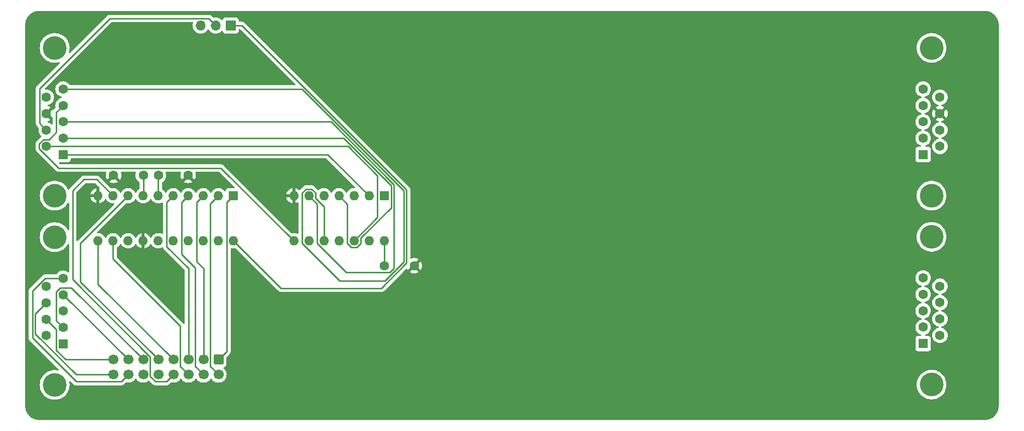
<source format=gbr>
%TF.GenerationSoftware,KiCad,Pcbnew,(7.0.0)*%
%TF.CreationDate,2023-04-09T14:20:32-07:00*%
%TF.ProjectId,SidecarXE85,53696465-6361-4725-9845-38352e6b6963,1*%
%TF.SameCoordinates,Original*%
%TF.FileFunction,Copper,L1,Top*%
%TF.FilePolarity,Positive*%
%FSLAX46Y46*%
G04 Gerber Fmt 4.6, Leading zero omitted, Abs format (unit mm)*
G04 Created by KiCad (PCBNEW (7.0.0)) date 2023-04-09 14:20:32*
%MOMM*%
%LPD*%
G01*
G04 APERTURE LIST*
G04 Aperture macros list*
%AMRoundRect*
0 Rectangle with rounded corners*
0 $1 Rounding radius*
0 $2 $3 $4 $5 $6 $7 $8 $9 X,Y pos of 4 corners*
0 Add a 4 corners polygon primitive as box body*
4,1,4,$2,$3,$4,$5,$6,$7,$8,$9,$2,$3,0*
0 Add four circle primitives for the rounded corners*
1,1,$1+$1,$2,$3*
1,1,$1+$1,$4,$5*
1,1,$1+$1,$6,$7*
1,1,$1+$1,$8,$9*
0 Add four rect primitives between the rounded corners*
20,1,$1+$1,$2,$3,$4,$5,0*
20,1,$1+$1,$4,$5,$6,$7,0*
20,1,$1+$1,$6,$7,$8,$9,0*
20,1,$1+$1,$8,$9,$2,$3,0*%
G04 Aperture macros list end*
%TA.AperFunction,ComponentPad*%
%ADD10RoundRect,0.250000X-0.600000X0.600000X-0.600000X-0.600000X0.600000X-0.600000X0.600000X0.600000X0*%
%TD*%
%TA.AperFunction,ComponentPad*%
%ADD11C,1.700000*%
%TD*%
%TA.AperFunction,ComponentPad*%
%ADD12C,4.000000*%
%TD*%
%TA.AperFunction,ComponentPad*%
%ADD13R,1.600000X1.600000*%
%TD*%
%TA.AperFunction,ComponentPad*%
%ADD14C,1.600000*%
%TD*%
%TA.AperFunction,ComponentPad*%
%ADD15O,1.600000X1.600000*%
%TD*%
%TA.AperFunction,ComponentPad*%
%ADD16R,1.700000X1.700000*%
%TD*%
%TA.AperFunction,ComponentPad*%
%ADD17O,1.700000X1.700000*%
%TD*%
%TA.AperFunction,Conductor*%
%ADD18C,0.250000*%
%TD*%
G04 APERTURE END LIST*
D10*
%TO.P,J4,1,Pin_1*%
%TO.N,Net-(J4-Pin_1)*%
X50000000Y-69232500D03*
D11*
%TO.P,J4,2,Pin_2*%
%TO.N,Net-(J4-Pin_2)*%
X50000000Y-71772500D03*
%TO.P,J4,3,Pin_3*%
%TO.N,Net-(J4-Pin_3)*%
X47460000Y-69232500D03*
%TO.P,J4,4,Pin_4*%
%TO.N,Net-(J4-Pin_4)*%
X47460000Y-71772500D03*
%TO.P,J4,5,Pin_5*%
%TO.N,Net-(J4-Pin_5)*%
X44920000Y-69232500D03*
%TO.P,J4,6,Pin_6*%
%TO.N,Net-(J4-Pin_6)*%
X44920000Y-71772500D03*
%TO.P,J4,7,Pin_7*%
%TO.N,Net-(J4-Pin_7)*%
X42380000Y-69232500D03*
%TO.P,J4,8,Pin_8*%
%TO.N,Net-(J4-Pin_8)*%
X42380000Y-71772500D03*
%TO.P,J4,9,Pin_9*%
%TO.N,Net-(J4-Pin_9)*%
X39840000Y-69232500D03*
%TO.P,J4,10,Pin_10*%
%TO.N,Net-(J4-Pin_10)*%
X39840000Y-71772500D03*
%TO.P,J4,11,Pin_11*%
%TO.N,Net-(J4-Pin_11)*%
X37300000Y-69232500D03*
%TO.P,J4,12,Pin_12*%
%TO.N,Net-(J4-Pin_12)*%
X37300000Y-71772500D03*
%TO.P,J4,13,Pin_13*%
%TO.N,Net-(J4-Pin_13)*%
X34760000Y-69232500D03*
%TO.P,J4,14,Pin_14*%
%TO.N,Net-(J4-Pin_14)*%
X34760000Y-71772500D03*
%TO.P,J4,15,Pin_15*%
%TO.N,Net-(J4-Pin_15)*%
X32220000Y-69232500D03*
%TO.P,J4,16,Pin_16*%
%TO.N,Net-(J4-Pin_16)*%
X32220000Y-71772500D03*
%TD*%
D12*
%TO.P,J3,0*%
%TO.N,N/C*%
X170330000Y-41500000D03*
X170330000Y-16500000D03*
D13*
%TO.P,J3,1,1*%
%TO.N,Net-(J2-Pad1)*%
X168909999Y-34539999D03*
D14*
%TO.P,J3,2,2*%
%TO.N,Net-(J2-Pad2)*%
X168910000Y-31770000D03*
%TO.P,J3,3,3*%
%TO.N,Net-(J2-Pad3)*%
X168910000Y-29000000D03*
%TO.P,J3,4,4*%
%TO.N,Net-(J2-Pad4)*%
X168910000Y-26230000D03*
%TO.P,J3,5,5*%
%TO.N,Net-(J2-Pad5)*%
X168910000Y-23460000D03*
%TO.P,J3,6,6*%
%TO.N,Net-(J2-Pad6)*%
X171750000Y-33155000D03*
%TO.P,J3,7,7*%
%TO.N,Net-(SW1-B)*%
X171750000Y-30385000D03*
%TO.P,J3,8,8*%
%TO.N,GND*%
X171750000Y-27615000D03*
%TO.P,J3,9,9*%
%TO.N,Net-(J2-Pad9)*%
X171750000Y-24845000D03*
%TD*%
%TO.P,C1,1*%
%TO.N,GND*%
X83020000Y-53340000D03*
%TO.P,C1,2*%
%TO.N,5V*%
X78020000Y-53340000D03*
%TD*%
D13*
%TO.P,U1,1,Y1*%
%TO.N,Net-(J4-Pin_1)*%
X52534999Y-41499999D03*
D15*
%TO.P,U1,2,Y2*%
%TO.N,Net-(J4-Pin_2)*%
X49994999Y-41499999D03*
%TO.P,U1,3,Y3*%
%TO.N,Net-(J4-Pin_3)*%
X47454999Y-41499999D03*
%TO.P,U1,4,Y4*%
%TO.N,Net-(J4-Pin_4)*%
X44914999Y-41499999D03*
%TO.P,U1,5,Y5*%
%TO.N,Net-(J4-Pin_5)*%
X42374999Y-41499999D03*
%TO.P,U1,6,OSC*%
%TO.N,Net-(U1-OSC)*%
X39834999Y-41499999D03*
%TO.P,U1,7,KBM*%
%TO.N,Net-(U1-KBM)*%
X37294999Y-41499999D03*
%TO.P,U1,8,X4*%
%TO.N,Net-(J4-Pin_9)*%
X34754999Y-41499999D03*
%TO.P,U1,9,X3*%
%TO.N,Net-(J4-Pin_8)*%
X32214999Y-41499999D03*
%TO.P,U1,10,GND*%
%TO.N,GND*%
X29674999Y-41499999D03*
%TO.P,U1,11,X2*%
%TO.N,Net-(J4-Pin_7)*%
X29674999Y-49119999D03*
%TO.P,U1,12,X1*%
%TO.N,Net-(J4-Pin_6)*%
X32214999Y-49119999D03*
%TO.P,U1,13,DA*%
%TO.N,Net-(U1-DA)*%
X34754999Y-49119999D03*
%TO.P,U1,14,XOE*%
%TO.N,GND*%
X37294999Y-49119999D03*
%TO.P,U1,15,E*%
%TO.N,Net-(U1-E)*%
X39834999Y-49119999D03*
%TO.P,U1,16,D*%
%TO.N,Net-(U1-D)*%
X42374999Y-49119999D03*
%TO.P,U1,17,C*%
%TO.N,Net-(U1-C)*%
X44914999Y-49119999D03*
%TO.P,U1,18,B*%
%TO.N,Net-(U1-B)*%
X47454999Y-49119999D03*
%TO.P,U1,19,A*%
%TO.N,Net-(U1-A)*%
X49994999Y-49119999D03*
%TO.P,U1,20,VCC*%
%TO.N,5V*%
X52534999Y-49119999D03*
%TD*%
D12*
%TO.P,J2,0*%
%TO.N,N/C*%
X22350331Y-16500000D03*
X22350331Y-41500000D03*
D13*
%TO.P,J2,1,1*%
%TO.N,Net-(J2-Pad1)*%
X23770330Y-34539999D03*
D14*
%TO.P,J2,2,2*%
%TO.N,Net-(J2-Pad2)*%
X23770331Y-31770000D03*
%TO.P,J2,3,3*%
%TO.N,Net-(J2-Pad3)*%
X23770331Y-29000000D03*
%TO.P,J2,4,4*%
%TO.N,Net-(J2-Pad4)*%
X23770331Y-26230000D03*
%TO.P,J2,5,5*%
%TO.N,Net-(J2-Pad5)*%
X23770331Y-23460000D03*
%TO.P,J2,6,6*%
%TO.N,Net-(J2-Pad6)*%
X20930331Y-33155000D03*
%TO.P,J2,7,7*%
%TO.N,Net-(SW1-B)*%
X20930331Y-30385000D03*
%TO.P,J2,8,8*%
%TO.N,GND*%
X20930331Y-27615000D03*
%TO.P,J2,9,9*%
%TO.N,Net-(J2-Pad9)*%
X20930331Y-24845000D03*
%TD*%
D12*
%TO.P,J5,0*%
%TO.N,N/C*%
X170330000Y-73460000D03*
X170330000Y-48460000D03*
D13*
%TO.P,J5,1,1*%
%TO.N,Net-(J4-Pin_10)*%
X168909999Y-66499999D03*
D14*
%TO.P,J5,2,2*%
%TO.N,Net-(J4-Pin_11)*%
X168910000Y-63730000D03*
%TO.P,J5,3,3*%
%TO.N,Net-(J4-Pin_12)*%
X168910000Y-60960000D03*
%TO.P,J5,4,4*%
%TO.N,Net-(J4-Pin_13)*%
X168910000Y-58190000D03*
%TO.P,J5,5,5*%
%TO.N,Net-(J4-Pin_14)*%
X168910000Y-55420000D03*
%TO.P,J5,6,6*%
%TO.N,Net-(J1-Pad6)*%
X171750000Y-65115000D03*
%TO.P,J5,7,7*%
%TO.N,Net-(J4-Pin_15)*%
X171750000Y-62345000D03*
%TO.P,J5,8,8*%
%TO.N,Net-(J4-Pin_16)*%
X171750000Y-59575000D03*
%TO.P,J5,9,9*%
%TO.N,Net-(J1-Pad9)*%
X171750000Y-56805000D03*
%TD*%
D16*
%TO.P,SW1,1,A*%
%TO.N,5V*%
X52054999Y-12699999D03*
D17*
%TO.P,SW1,2,B*%
%TO.N,Net-(SW1-B)*%
X49514999Y-12699999D03*
%TO.P,SW1,3,C*%
%TO.N,unconnected-(SW1-C-Pad3)*%
X46974999Y-12699999D03*
%TD*%
D14*
%TO.P,C3,1*%
%TO.N,Net-(U1-OSC)*%
X39880000Y-38060000D03*
%TO.P,C3,2*%
%TO.N,GND*%
X44880000Y-38060000D03*
%TD*%
D13*
%TO.P,U2,1*%
%TO.N,Net-(U1-A)*%
X77944999Y-41499999D03*
D15*
%TO.P,U2,2*%
%TO.N,Net-(J2-Pad1)*%
X75404999Y-41499999D03*
%TO.P,U2,3*%
%TO.N,Net-(U1-B)*%
X72864999Y-41499999D03*
%TO.P,U2,4*%
%TO.N,Net-(J2-Pad2)*%
X70324999Y-41499999D03*
%TO.P,U2,5*%
%TO.N,Net-(U1-C)*%
X67784999Y-41499999D03*
%TO.P,U2,6*%
%TO.N,Net-(J2-Pad3)*%
X65244999Y-41499999D03*
%TO.P,U2,7,GND*%
%TO.N,GND*%
X62704999Y-41499999D03*
%TO.P,U2,8*%
%TO.N,Net-(J2-Pad4)*%
X62704999Y-49119999D03*
%TO.P,U2,9*%
%TO.N,Net-(U1-D)*%
X65244999Y-49119999D03*
%TO.P,U2,10*%
%TO.N,Net-(J2-Pad5)*%
X67784999Y-49119999D03*
%TO.P,U2,11*%
%TO.N,Net-(U1-E)*%
X70324999Y-49119999D03*
%TO.P,U2,12*%
%TO.N,Net-(J2-Pad6)*%
X72864999Y-49119999D03*
%TO.P,U2,13*%
%TO.N,Net-(U1-DA)*%
X75404999Y-49119999D03*
%TO.P,U2,14,VCC*%
%TO.N,5V*%
X77944999Y-49119999D03*
%TD*%
D14*
%TO.P,C2,1*%
%TO.N,Net-(U1-KBM)*%
X37300000Y-38060000D03*
%TO.P,C2,2*%
%TO.N,GND*%
X32300000Y-38060000D03*
%TD*%
D12*
%TO.P,J1,0*%
%TO.N,N/C*%
X22350331Y-48500000D03*
X22350331Y-73500000D03*
D13*
%TO.P,J1,1,1*%
%TO.N,Net-(J4-Pin_10)*%
X23770330Y-66539999D03*
D14*
%TO.P,J1,2,2*%
%TO.N,Net-(J4-Pin_11)*%
X23770331Y-63770000D03*
%TO.P,J1,3,3*%
%TO.N,Net-(J4-Pin_12)*%
X23770331Y-61000000D03*
%TO.P,J1,4,4*%
%TO.N,Net-(J4-Pin_13)*%
X23770331Y-58230000D03*
%TO.P,J1,5,5*%
%TO.N,Net-(J4-Pin_14)*%
X23770331Y-55460000D03*
%TO.P,J1,6,6*%
%TO.N,Net-(J1-Pad6)*%
X20930331Y-65155000D03*
%TO.P,J1,7,7*%
%TO.N,Net-(J4-Pin_15)*%
X20930331Y-62385000D03*
%TO.P,J1,8,8*%
%TO.N,Net-(J4-Pin_16)*%
X20930331Y-59615000D03*
%TO.P,J1,9,9*%
%TO.N,Net-(J1-Pad9)*%
X20930331Y-56845000D03*
%TD*%
D18*
%TO.N,Net-(J4-Pin_8)*%
X41205000Y-72947500D02*
X42380000Y-71772500D01*
X38475000Y-68745799D02*
X38475000Y-72069201D01*
X25400000Y-55670799D02*
X38475000Y-68745799D01*
X25400000Y-40640000D02*
X25400000Y-55670799D01*
X39353299Y-72947500D02*
X41205000Y-72947500D01*
X27305000Y-38735000D02*
X25400000Y-40640000D01*
X38475000Y-72069201D02*
X39353299Y-72947500D01*
X29450000Y-38735000D02*
X27305000Y-38735000D01*
X32215000Y-41500000D02*
X29450000Y-38735000D01*
%TO.N,5V*%
X77472792Y-57150000D02*
X60565000Y-57150000D01*
X81730000Y-52892792D02*
X77472792Y-57150000D01*
X53940584Y-12700000D02*
X81730000Y-40489416D01*
X52055000Y-12700000D02*
X53940584Y-12700000D01*
X81730000Y-40489416D02*
X81730000Y-52892792D01*
X60565000Y-57150000D02*
X52535000Y-49120000D01*
%TO.N,Net-(SW1-B)*%
X48340000Y-11525000D02*
X49515000Y-12700000D01*
X19805331Y-29260000D02*
X19805331Y-23374669D01*
X31655000Y-11525000D02*
X48340000Y-11525000D01*
X20930331Y-30385000D02*
X19805331Y-29260000D01*
X19805331Y-23374669D02*
X31655000Y-11525000D01*
%TO.N,Net-(J2-Pad4)*%
X19762170Y-32732170D02*
X19762170Y-33577830D01*
X21396322Y-32030000D02*
X20464340Y-32030000D01*
X23770331Y-26230000D02*
X22645331Y-27355000D01*
X22645331Y-27355000D02*
X22645331Y-30780991D01*
X22645331Y-30780991D02*
X21396322Y-32030000D01*
X23014340Y-36830000D02*
X19762170Y-33577830D01*
X20464340Y-32030000D02*
X19762170Y-32732170D01*
%TO.N,Net-(J2-Pad5)*%
X67785000Y-43380991D02*
X67785000Y-49120000D01*
X66370000Y-41965991D02*
X67785000Y-43380991D01*
X66370000Y-41034009D02*
X66370000Y-41965991D01*
X65710991Y-40375000D02*
X66370000Y-41034009D01*
X64779009Y-40375000D02*
X65710991Y-40375000D01*
X64120000Y-41034009D02*
X64779009Y-40375000D01*
X64120000Y-49585991D02*
X64120000Y-41034009D01*
X70414009Y-55880000D02*
X64120000Y-49585991D01*
X78106396Y-55880000D02*
X70414009Y-55880000D01*
X81280000Y-52706396D02*
X78106396Y-55880000D01*
X81280000Y-40675812D02*
X81280000Y-52706396D01*
X64064188Y-23460000D02*
X81280000Y-40675812D01*
X23770331Y-23460000D02*
X64064188Y-23460000D01*
%TO.N,Net-(J2-Pad3)*%
X66660000Y-49585991D02*
X66660000Y-42915000D01*
X71539009Y-54465000D02*
X66660000Y-49585991D01*
X78885000Y-54465000D02*
X71539009Y-54465000D01*
X79595000Y-53755000D02*
X78885000Y-54465000D01*
X68967792Y-29000000D02*
X79595000Y-39627208D01*
X79595000Y-39627208D02*
X79595000Y-53755000D01*
X66660000Y-42915000D02*
X65245000Y-41500000D01*
X23770331Y-29000000D02*
X68967792Y-29000000D01*
%TO.N,Net-(J2-Pad2)*%
X71740000Y-42915000D02*
X70325000Y-41500000D01*
X71740000Y-49585991D02*
X71740000Y-42915000D01*
X72399009Y-50245000D02*
X71740000Y-49585991D01*
X73330991Y-50245000D02*
X72399009Y-50245000D01*
X73990000Y-49585991D02*
X73330991Y-50245000D01*
X73990000Y-48654009D02*
X73990000Y-49585991D01*
X79145000Y-43499009D02*
X73990000Y-48654009D01*
X79145000Y-39813604D02*
X79145000Y-43499009D01*
X71101396Y-31770000D02*
X79145000Y-39813604D01*
X23770331Y-31770000D02*
X71101396Y-31770000D01*
%TO.N,Net-(J2-Pad6)*%
X76820000Y-38125000D02*
X76820000Y-45165000D01*
X76820000Y-45165000D02*
X72865000Y-49120000D01*
X71850000Y-33155000D02*
X76820000Y-38125000D01*
X20930331Y-33155000D02*
X71850000Y-33155000D01*
%TO.N,Net-(J2-Pad1)*%
X68445000Y-34540000D02*
X75405000Y-41500000D01*
X23770331Y-34540000D02*
X68445000Y-34540000D01*
%TO.N,Net-(J2-Pad4)*%
X50415000Y-36830000D02*
X23014340Y-36830000D01*
X62705000Y-49120000D02*
X50415000Y-36830000D01*
%TO.N,Net-(J4-Pin_2)*%
X48635000Y-42860000D02*
X49995000Y-41500000D01*
X48635000Y-70407500D02*
X48635000Y-42860000D01*
X50000000Y-71772500D02*
X48635000Y-70407500D01*
%TO.N,Net-(J4-Pin_3)*%
X46330000Y-42625000D02*
X47455000Y-41500000D01*
X46330000Y-52680000D02*
X46330000Y-42625000D01*
X47460000Y-69232500D02*
X47460000Y-53810000D01*
X47460000Y-53810000D02*
X46330000Y-52680000D01*
%TO.N,Net-(J4-Pin_4)*%
X46095000Y-70407500D02*
X47460000Y-71772500D01*
X46095000Y-53715000D02*
X46095000Y-70407500D01*
X43790000Y-42625000D02*
X43790000Y-51410000D01*
X43790000Y-51410000D02*
X46095000Y-53715000D01*
X44915000Y-41500000D02*
X43790000Y-42625000D01*
%TO.N,Net-(J4-Pin_1)*%
X51410000Y-42625000D02*
X52535000Y-41500000D01*
X51410000Y-67822500D02*
X51410000Y-42625000D01*
X50000000Y-69232500D02*
X51410000Y-67822500D01*
%TO.N,Net-(J4-Pin_5)*%
X41250000Y-42625000D02*
X42375000Y-41500000D01*
X41250000Y-50140001D02*
X41250000Y-42625000D01*
X44920000Y-53810001D02*
X41250000Y-50140001D01*
X44920000Y-69232500D02*
X44920000Y-53810001D01*
%TO.N,Net-(J4-Pin_6)*%
X32215000Y-52160000D02*
X43555000Y-63500000D01*
X43555000Y-70407500D02*
X43555000Y-63500000D01*
X32215000Y-49120000D02*
X32215000Y-52160000D01*
X44920000Y-71772500D02*
X43555000Y-70407500D01*
%TO.N,Net-(J4-Pin_7)*%
X29675000Y-56527500D02*
X29675000Y-49120000D01*
X42380000Y-69232500D02*
X29675000Y-56527500D01*
%TO.N,Net-(J4-Pin_9)*%
X26670000Y-56062500D02*
X26670000Y-49585000D01*
X39840000Y-69232500D02*
X26670000Y-56062500D01*
X26670000Y-49585000D02*
X34755000Y-41500000D01*
%TO.N,Net-(J4-Pin_11)*%
X22645331Y-62645000D02*
X23770331Y-63770000D01*
X23304340Y-57105000D02*
X22645331Y-57764009D01*
X22645331Y-57764009D02*
X22645331Y-62645000D01*
X25172500Y-57105000D02*
X23304340Y-57105000D01*
X37300000Y-69232500D02*
X25172500Y-57105000D01*
%TO.N,Net-(J4-Pin_13)*%
X34760000Y-69232500D02*
X23770331Y-58242831D01*
%TO.N,Net-(J4-Pin_14)*%
X18600000Y-57584340D02*
X20724340Y-55460000D01*
X18600000Y-65590000D02*
X18600000Y-57584340D01*
X25957500Y-72947500D02*
X18600000Y-65590000D01*
X20724340Y-55460000D02*
X23770331Y-55460000D01*
X33585000Y-72947500D02*
X25957500Y-72947500D01*
X34760000Y-71772500D02*
X33585000Y-72947500D01*
%TO.N,Net-(J4-Pin_15)*%
X22645331Y-67665000D02*
X22645331Y-64100000D01*
X24212831Y-69232500D02*
X22645331Y-67665000D01*
X22645331Y-64100000D02*
X20930331Y-62385000D01*
X32220000Y-69232500D02*
X24212831Y-69232500D01*
%TO.N,Net-(J4-Pin_16)*%
X19050000Y-64865660D02*
X19050000Y-61495331D01*
X25956840Y-71772500D02*
X19050000Y-64865660D01*
X32220000Y-71772500D02*
X25956840Y-71772500D01*
X19050000Y-61495331D02*
X20930331Y-59615000D01*
%TO.N,5V*%
X77945000Y-49120000D02*
X77945000Y-53265000D01*
%TO.N,Net-(U1-KBM)*%
X37300000Y-38060000D02*
X37300000Y-41495000D01*
%TO.N,Net-(U1-OSC)*%
X39835000Y-41500000D02*
X39835000Y-38105000D01*
%TD*%
%TA.AperFunction,Conductor*%
%TO.N,GND*%
G36*
X38631625Y-42042549D02*
G01*
X38677381Y-42094724D01*
X38704432Y-42152734D01*
X38834953Y-42339139D01*
X38995861Y-42500047D01*
X39182266Y-42630568D01*
X39388504Y-42726739D01*
X39393734Y-42728140D01*
X39393736Y-42728141D01*
X39590939Y-42780981D01*
X39608308Y-42785635D01*
X39835000Y-42805468D01*
X40061692Y-42785635D01*
X40281496Y-42726739D01*
X40448095Y-42649051D01*
X40508610Y-42637699D01*
X40567125Y-42656853D01*
X40609214Y-42701791D01*
X40624500Y-42761434D01*
X40624500Y-47858566D01*
X40609214Y-47918209D01*
X40567125Y-47963147D01*
X40508610Y-47982301D01*
X40448095Y-47970948D01*
X40286405Y-47895550D01*
X40286403Y-47895549D01*
X40281496Y-47893261D01*
X40276271Y-47891861D01*
X40276263Y-47891858D01*
X40066916Y-47835764D01*
X40066907Y-47835762D01*
X40061692Y-47834365D01*
X40056304Y-47833893D01*
X40056301Y-47833893D01*
X39840395Y-47815004D01*
X39835000Y-47814532D01*
X39829605Y-47815004D01*
X39613698Y-47833893D01*
X39613693Y-47833893D01*
X39608308Y-47834365D01*
X39603094Y-47835762D01*
X39603083Y-47835764D01*
X39393736Y-47891858D01*
X39393724Y-47891862D01*
X39388504Y-47893261D01*
X39383599Y-47895547D01*
X39383594Y-47895550D01*
X39187176Y-47987142D01*
X39187172Y-47987144D01*
X39182266Y-47989432D01*
X39177833Y-47992535D01*
X39177826Y-47992540D01*
X39000296Y-48116847D01*
X39000291Y-48116850D01*
X38995861Y-48119953D01*
X38992037Y-48123776D01*
X38992031Y-48123782D01*
X38838782Y-48277031D01*
X38838776Y-48277037D01*
X38834953Y-48280861D01*
X38831850Y-48285291D01*
X38831847Y-48285296D01*
X38707540Y-48462826D01*
X38707535Y-48462833D01*
X38704432Y-48467266D01*
X38702027Y-48472423D01*
X38677106Y-48525866D01*
X38631348Y-48578041D01*
X38564723Y-48597460D01*
X38498098Y-48578040D01*
X38452342Y-48525864D01*
X38427422Y-48472423D01*
X38422032Y-48463087D01*
X38297767Y-48285618D01*
X38290830Y-48277352D01*
X38137647Y-48124169D01*
X38129381Y-48117232D01*
X37951912Y-47992967D01*
X37942580Y-47987579D01*
X37746234Y-47896022D01*
X37736092Y-47892330D01*
X37558780Y-47844820D01*
X37547551Y-47844452D01*
X37545000Y-47855395D01*
X37545000Y-50384605D01*
X37547551Y-50395547D01*
X37558780Y-50395179D01*
X37736092Y-50347669D01*
X37746234Y-50343977D01*
X37942580Y-50252420D01*
X37951912Y-50247032D01*
X38129381Y-50122767D01*
X38137647Y-50115830D01*
X38290830Y-49962647D01*
X38297767Y-49954381D01*
X38422032Y-49776912D01*
X38427417Y-49767585D01*
X38452341Y-49714135D01*
X38498098Y-49661959D01*
X38564723Y-49642539D01*
X38631349Y-49661958D01*
X38677106Y-49714134D01*
X38702141Y-49767823D01*
X38702142Y-49767824D01*
X38704432Y-49772734D01*
X38707539Y-49777171D01*
X38707540Y-49777173D01*
X38757133Y-49847999D01*
X38834953Y-49959139D01*
X38995861Y-50120047D01*
X39182266Y-50250568D01*
X39388504Y-50346739D01*
X39393734Y-50348140D01*
X39393736Y-50348141D01*
X39569285Y-50395179D01*
X39608308Y-50405635D01*
X39835000Y-50425468D01*
X40061692Y-50405635D01*
X40281496Y-50346739D01*
X40481003Y-50253706D01*
X40546655Y-50242799D01*
X40608492Y-50267407D01*
X40648699Y-50320444D01*
X40655414Y-50337405D01*
X40659197Y-50348452D01*
X40671382Y-50390391D01*
X40675353Y-50397106D01*
X40675354Y-50397108D01*
X40681581Y-50407638D01*
X40690136Y-50425100D01*
X40694642Y-50436481D01*
X40694643Y-50436484D01*
X40697514Y-50443733D01*
X40719440Y-50473913D01*
X40723181Y-50479061D01*
X40729593Y-50488823D01*
X40747856Y-50519703D01*
X40747859Y-50519708D01*
X40751830Y-50526421D01*
X40757344Y-50531935D01*
X40757345Y-50531936D01*
X40765990Y-50540581D01*
X40778626Y-50555375D01*
X40785819Y-50565276D01*
X40785823Y-50565280D01*
X40790406Y-50571588D01*
X40796415Y-50576559D01*
X40796416Y-50576560D01*
X40824058Y-50599427D01*
X40832699Y-50607290D01*
X44258181Y-54032772D01*
X44285061Y-54073000D01*
X44294500Y-54120453D01*
X44294500Y-63068379D01*
X44278017Y-63130154D01*
X44232950Y-63175505D01*
X44171280Y-63192377D01*
X44109402Y-63176282D01*
X44063768Y-63131501D01*
X44053170Y-63113580D01*
X44039004Y-63099414D01*
X44026370Y-63084622D01*
X44014594Y-63068413D01*
X44008583Y-63063440D01*
X44008581Y-63063438D01*
X43980941Y-63040573D01*
X43972300Y-63032710D01*
X32876819Y-51937228D01*
X32849939Y-51897000D01*
X32840500Y-51849547D01*
X32840500Y-50334188D01*
X32854511Y-50276931D01*
X32893377Y-50232613D01*
X32923311Y-50211652D01*
X33054139Y-50120047D01*
X33215047Y-49959139D01*
X33345568Y-49772734D01*
X33372618Y-49714723D01*
X33418372Y-49662550D01*
X33484997Y-49643130D01*
X33551623Y-49662549D01*
X33597380Y-49714724D01*
X33622138Y-49767817D01*
X33622142Y-49767824D01*
X33624432Y-49772734D01*
X33627539Y-49777171D01*
X33627540Y-49777173D01*
X33677133Y-49847999D01*
X33754953Y-49959139D01*
X33915861Y-50120047D01*
X34102266Y-50250568D01*
X34308504Y-50346739D01*
X34313734Y-50348140D01*
X34313736Y-50348141D01*
X34489285Y-50395179D01*
X34528308Y-50405635D01*
X34755000Y-50425468D01*
X34981692Y-50405635D01*
X35201496Y-50346739D01*
X35407734Y-50250568D01*
X35594139Y-50120047D01*
X35755047Y-49959139D01*
X35885568Y-49772734D01*
X35912894Y-49714131D01*
X35958649Y-49661959D01*
X36025274Y-49642539D01*
X36091899Y-49661958D01*
X36137657Y-49714134D01*
X36162579Y-49767579D01*
X36167967Y-49776912D01*
X36292232Y-49954381D01*
X36299169Y-49962647D01*
X36452352Y-50115830D01*
X36460618Y-50122767D01*
X36638087Y-50247032D01*
X36647419Y-50252420D01*
X36843765Y-50343977D01*
X36853907Y-50347669D01*
X37031219Y-50395179D01*
X37042448Y-50395547D01*
X37045000Y-50384605D01*
X37045000Y-47855395D01*
X37042448Y-47844452D01*
X37031219Y-47844820D01*
X36853907Y-47892330D01*
X36843765Y-47896022D01*
X36647419Y-47987579D01*
X36638087Y-47992967D01*
X36460618Y-48117232D01*
X36452352Y-48124169D01*
X36299169Y-48277352D01*
X36292232Y-48285618D01*
X36167967Y-48463087D01*
X36162581Y-48472416D01*
X36137657Y-48525866D01*
X36091899Y-48578041D01*
X36025274Y-48597460D01*
X35958649Y-48578040D01*
X35912893Y-48525864D01*
X35887860Y-48472180D01*
X35887855Y-48472171D01*
X35885568Y-48467266D01*
X35755047Y-48280861D01*
X35594139Y-48119953D01*
X35407734Y-47989432D01*
X35228412Y-47905812D01*
X35206405Y-47895550D01*
X35206403Y-47895549D01*
X35201496Y-47893261D01*
X35196271Y-47891861D01*
X35196263Y-47891858D01*
X34986916Y-47835764D01*
X34986907Y-47835762D01*
X34981692Y-47834365D01*
X34976304Y-47833893D01*
X34976301Y-47833893D01*
X34760395Y-47815004D01*
X34755000Y-47814532D01*
X34749605Y-47815004D01*
X34533698Y-47833893D01*
X34533693Y-47833893D01*
X34528308Y-47834365D01*
X34523094Y-47835762D01*
X34523083Y-47835764D01*
X34313736Y-47891858D01*
X34313724Y-47891862D01*
X34308504Y-47893261D01*
X34303599Y-47895547D01*
X34303594Y-47895550D01*
X34107176Y-47987142D01*
X34107172Y-47987144D01*
X34102266Y-47989432D01*
X34097833Y-47992535D01*
X34097826Y-47992540D01*
X33920296Y-48116847D01*
X33920291Y-48116850D01*
X33915861Y-48119953D01*
X33912037Y-48123776D01*
X33912031Y-48123782D01*
X33758782Y-48277031D01*
X33758776Y-48277037D01*
X33754953Y-48280861D01*
X33751850Y-48285291D01*
X33751847Y-48285296D01*
X33627540Y-48462826D01*
X33627535Y-48462833D01*
X33624432Y-48467266D01*
X33622145Y-48472171D01*
X33622141Y-48472178D01*
X33597380Y-48525276D01*
X33551622Y-48577451D01*
X33484997Y-48596869D01*
X33418373Y-48577449D01*
X33372618Y-48525276D01*
X33345568Y-48467266D01*
X33215047Y-48280861D01*
X33054139Y-48119953D01*
X32867734Y-47989432D01*
X32688412Y-47905812D01*
X32666405Y-47895550D01*
X32666403Y-47895549D01*
X32661496Y-47893261D01*
X32656271Y-47891861D01*
X32656263Y-47891858D01*
X32446916Y-47835764D01*
X32446907Y-47835762D01*
X32441692Y-47834365D01*
X32436304Y-47833893D01*
X32436301Y-47833893D01*
X32220395Y-47815004D01*
X32215000Y-47814532D01*
X32209605Y-47815004D01*
X31993698Y-47833893D01*
X31993693Y-47833893D01*
X31988308Y-47834365D01*
X31983094Y-47835762D01*
X31983083Y-47835764D01*
X31773736Y-47891858D01*
X31773724Y-47891862D01*
X31768504Y-47893261D01*
X31763599Y-47895547D01*
X31763594Y-47895550D01*
X31567176Y-47987142D01*
X31567172Y-47987144D01*
X31562266Y-47989432D01*
X31557833Y-47992535D01*
X31557826Y-47992540D01*
X31380296Y-48116847D01*
X31380291Y-48116850D01*
X31375861Y-48119953D01*
X31372037Y-48123776D01*
X31372031Y-48123782D01*
X31218782Y-48277031D01*
X31218776Y-48277037D01*
X31214953Y-48280861D01*
X31211850Y-48285291D01*
X31211847Y-48285296D01*
X31087540Y-48462826D01*
X31087535Y-48462833D01*
X31084432Y-48467266D01*
X31082145Y-48472171D01*
X31082141Y-48472178D01*
X31057380Y-48525276D01*
X31011622Y-48577451D01*
X30944997Y-48596869D01*
X30878373Y-48577449D01*
X30832618Y-48525276D01*
X30805568Y-48467266D01*
X30675047Y-48280861D01*
X30514139Y-48119953D01*
X30327734Y-47989432D01*
X30148412Y-47905812D01*
X30126405Y-47895550D01*
X30126403Y-47895549D01*
X30121496Y-47893261D01*
X30116271Y-47891861D01*
X30116263Y-47891858D01*
X29906916Y-47835764D01*
X29906907Y-47835762D01*
X29901692Y-47834365D01*
X29896304Y-47833893D01*
X29896301Y-47833893D01*
X29680395Y-47815004D01*
X29675000Y-47814532D01*
X29669605Y-47815004D01*
X29669602Y-47815004D01*
X29630893Y-47818390D01*
X29571636Y-47809004D01*
X29523721Y-47772897D01*
X29498366Y-47718522D01*
X29501506Y-47658608D01*
X29532405Y-47607183D01*
X34340178Y-42799410D01*
X34395764Y-42767318D01*
X34459947Y-42767318D01*
X34528308Y-42785635D01*
X34755000Y-42805468D01*
X34981692Y-42785635D01*
X35201496Y-42726739D01*
X35407734Y-42630568D01*
X35594139Y-42500047D01*
X35755047Y-42339139D01*
X35885568Y-42152734D01*
X35912618Y-42094724D01*
X35958375Y-42042549D01*
X36025000Y-42023130D01*
X36091625Y-42042549D01*
X36137381Y-42094724D01*
X36164432Y-42152734D01*
X36294953Y-42339139D01*
X36455861Y-42500047D01*
X36642266Y-42630568D01*
X36848504Y-42726739D01*
X36853734Y-42728140D01*
X36853736Y-42728141D01*
X37050939Y-42780981D01*
X37068308Y-42785635D01*
X37295000Y-42805468D01*
X37521692Y-42785635D01*
X37741496Y-42726739D01*
X37947734Y-42630568D01*
X38134139Y-42500047D01*
X38295047Y-42339139D01*
X38425568Y-42152734D01*
X38452618Y-42094724D01*
X38498375Y-42042549D01*
X38565000Y-42023130D01*
X38631625Y-42042549D01*
G37*
%TD.AperFunction*%
%TA.AperFunction,Conductor*%
G36*
X29187001Y-39369939D02*
G01*
X29227229Y-39396819D01*
X29904869Y-40074459D01*
X29935847Y-40126140D01*
X29938807Y-40186321D01*
X29934142Y-40196186D01*
X29925000Y-40235395D01*
X29925000Y-42764605D01*
X29927551Y-42775547D01*
X29938780Y-42775179D01*
X30116092Y-42727669D01*
X30126234Y-42723977D01*
X30322580Y-42632420D01*
X30331912Y-42627032D01*
X30509381Y-42502767D01*
X30517647Y-42495830D01*
X30670830Y-42342647D01*
X30677767Y-42334381D01*
X30802032Y-42156912D01*
X30807417Y-42147585D01*
X30832341Y-42094135D01*
X30878098Y-42041959D01*
X30944723Y-42022539D01*
X31011349Y-42041958D01*
X31057106Y-42094134D01*
X31082141Y-42147823D01*
X31082145Y-42147831D01*
X31084432Y-42152734D01*
X31214953Y-42339139D01*
X31375861Y-42500047D01*
X31562266Y-42630568D01*
X31768504Y-42726739D01*
X31773734Y-42728140D01*
X31773736Y-42728141D01*
X31970939Y-42780981D01*
X31988308Y-42785635D01*
X32215000Y-42805468D01*
X32259103Y-42801609D01*
X32318358Y-42810994D01*
X32366274Y-42847101D01*
X32391631Y-42901476D01*
X32388491Y-42961391D01*
X32357590Y-43012818D01*
X26282696Y-49087711D01*
X26274511Y-49095159D01*
X26268123Y-49099214D01*
X26262789Y-49104893D01*
X26262784Y-49104898D01*
X26239891Y-49129277D01*
X26190768Y-49161323D01*
X26132413Y-49167209D01*
X26077880Y-49145618D01*
X26039371Y-49101380D01*
X26025500Y-49044392D01*
X26025500Y-41752551D01*
X28399452Y-41752551D01*
X28399820Y-41763780D01*
X28447330Y-41941092D01*
X28451022Y-41951234D01*
X28542579Y-42147580D01*
X28547967Y-42156912D01*
X28672232Y-42334381D01*
X28679169Y-42342647D01*
X28832352Y-42495830D01*
X28840618Y-42502767D01*
X29018087Y-42627032D01*
X29027419Y-42632420D01*
X29223765Y-42723977D01*
X29233907Y-42727669D01*
X29411219Y-42775179D01*
X29422448Y-42775547D01*
X29425000Y-42764605D01*
X29425000Y-41766326D01*
X29421549Y-41753450D01*
X29408674Y-41750000D01*
X28410395Y-41750000D01*
X28399452Y-41752551D01*
X26025500Y-41752551D01*
X26025500Y-41247448D01*
X28399452Y-41247448D01*
X28410395Y-41250000D01*
X29408674Y-41250000D01*
X29421549Y-41246549D01*
X29425000Y-41233674D01*
X29425000Y-40235395D01*
X29422448Y-40224452D01*
X29411219Y-40224820D01*
X29233907Y-40272330D01*
X29223765Y-40276022D01*
X29027419Y-40367579D01*
X29018087Y-40372967D01*
X28840618Y-40497232D01*
X28832352Y-40504169D01*
X28679169Y-40657352D01*
X28672232Y-40665618D01*
X28547967Y-40843087D01*
X28542579Y-40852419D01*
X28451022Y-41048765D01*
X28447330Y-41058907D01*
X28399820Y-41236219D01*
X28399452Y-41247448D01*
X26025500Y-41247448D01*
X26025500Y-40950452D01*
X26034939Y-40902999D01*
X26061819Y-40862771D01*
X27527772Y-39396819D01*
X27568000Y-39369939D01*
X27615453Y-39360500D01*
X29139548Y-39360500D01*
X29187001Y-39369939D01*
G37*
%TD.AperFunction*%
%TA.AperFunction,Conductor*%
G36*
X68182001Y-35174939D02*
G01*
X68222229Y-35201819D01*
X73007590Y-39987181D01*
X73038491Y-40038608D01*
X73041631Y-40098522D01*
X73016276Y-40152897D01*
X72968361Y-40189004D01*
X72909103Y-40198390D01*
X72870397Y-40195004D01*
X72870395Y-40195004D01*
X72865000Y-40194532D01*
X72859605Y-40195004D01*
X72643698Y-40213893D01*
X72643693Y-40213893D01*
X72638308Y-40214365D01*
X72633094Y-40215762D01*
X72633083Y-40215764D01*
X72423736Y-40271858D01*
X72423724Y-40271862D01*
X72418504Y-40273261D01*
X72413599Y-40275547D01*
X72413594Y-40275550D01*
X72217176Y-40367142D01*
X72217172Y-40367144D01*
X72212266Y-40369432D01*
X72207833Y-40372535D01*
X72207826Y-40372540D01*
X72030296Y-40496847D01*
X72030291Y-40496850D01*
X72025861Y-40499953D01*
X72022037Y-40503776D01*
X72022031Y-40503782D01*
X71868782Y-40657031D01*
X71868776Y-40657037D01*
X71864953Y-40660861D01*
X71861850Y-40665291D01*
X71861847Y-40665296D01*
X71737540Y-40842826D01*
X71737535Y-40842833D01*
X71734432Y-40847266D01*
X71732148Y-40852163D01*
X71732141Y-40852176D01*
X71707382Y-40905274D01*
X71661625Y-40957450D01*
X71595000Y-40976869D01*
X71528375Y-40957450D01*
X71482618Y-40905274D01*
X71457858Y-40852176D01*
X71457855Y-40852172D01*
X71455568Y-40847266D01*
X71325047Y-40660861D01*
X71164139Y-40499953D01*
X71090156Y-40448150D01*
X70982173Y-40372540D01*
X70982171Y-40372539D01*
X70977734Y-40369432D01*
X70821368Y-40296517D01*
X70776405Y-40275550D01*
X70776403Y-40275549D01*
X70771496Y-40273261D01*
X70766271Y-40271861D01*
X70766263Y-40271858D01*
X70556916Y-40215764D01*
X70556907Y-40215762D01*
X70551692Y-40214365D01*
X70546304Y-40213893D01*
X70546301Y-40213893D01*
X70330395Y-40195004D01*
X70325000Y-40194532D01*
X70319605Y-40195004D01*
X70103698Y-40213893D01*
X70103693Y-40213893D01*
X70098308Y-40214365D01*
X70093094Y-40215762D01*
X70093083Y-40215764D01*
X69883736Y-40271858D01*
X69883724Y-40271862D01*
X69878504Y-40273261D01*
X69873599Y-40275547D01*
X69873594Y-40275550D01*
X69677176Y-40367142D01*
X69677172Y-40367144D01*
X69672266Y-40369432D01*
X69667833Y-40372535D01*
X69667826Y-40372540D01*
X69490296Y-40496847D01*
X69490291Y-40496850D01*
X69485861Y-40499953D01*
X69482037Y-40503776D01*
X69482031Y-40503782D01*
X69328782Y-40657031D01*
X69328776Y-40657037D01*
X69324953Y-40660861D01*
X69321850Y-40665291D01*
X69321847Y-40665296D01*
X69197540Y-40842826D01*
X69197535Y-40842833D01*
X69194432Y-40847266D01*
X69192148Y-40852163D01*
X69192141Y-40852176D01*
X69167382Y-40905274D01*
X69121625Y-40957450D01*
X69055000Y-40976869D01*
X68988375Y-40957450D01*
X68942618Y-40905274D01*
X68917858Y-40852176D01*
X68917855Y-40852172D01*
X68915568Y-40847266D01*
X68785047Y-40660861D01*
X68624139Y-40499953D01*
X68550156Y-40448150D01*
X68442173Y-40372540D01*
X68442171Y-40372539D01*
X68437734Y-40369432D01*
X68281368Y-40296517D01*
X68236405Y-40275550D01*
X68236403Y-40275549D01*
X68231496Y-40273261D01*
X68226271Y-40271861D01*
X68226263Y-40271858D01*
X68016916Y-40215764D01*
X68016907Y-40215762D01*
X68011692Y-40214365D01*
X68006304Y-40213893D01*
X68006301Y-40213893D01*
X67790395Y-40195004D01*
X67785000Y-40194532D01*
X67779605Y-40195004D01*
X67563698Y-40213893D01*
X67563693Y-40213893D01*
X67558308Y-40214365D01*
X67553094Y-40215762D01*
X67553083Y-40215764D01*
X67343736Y-40271858D01*
X67343724Y-40271862D01*
X67338504Y-40273261D01*
X67333599Y-40275547D01*
X67333594Y-40275550D01*
X67137176Y-40367142D01*
X67137172Y-40367144D01*
X67132266Y-40369432D01*
X67127833Y-40372535D01*
X67127826Y-40372540D01*
X66950297Y-40496846D01*
X66950290Y-40496851D01*
X66945861Y-40499953D01*
X66942038Y-40503775D01*
X66942026Y-40503786D01*
X66920876Y-40524936D01*
X66865289Y-40557028D01*
X66801103Y-40557028D01*
X66745516Y-40524934D01*
X66208277Y-39987695D01*
X66200833Y-39979514D01*
X66196777Y-39973123D01*
X66147766Y-39927098D01*
X66144969Y-39924387D01*
X66128218Y-39907636D01*
X66128217Y-39907635D01*
X66125462Y-39904880D01*
X66122281Y-39902412D01*
X66113405Y-39894830D01*
X66087260Y-39870278D01*
X66087258Y-39870276D01*
X66081573Y-39864938D01*
X66074740Y-39861182D01*
X66074734Y-39861177D01*
X66064016Y-39855285D01*
X66047757Y-39844606D01*
X66038086Y-39837104D01*
X66038083Y-39837102D01*
X66031927Y-39832327D01*
X66024770Y-39829229D01*
X66024767Y-39829228D01*
X65991840Y-39814978D01*
X65981354Y-39809841D01*
X65949923Y-39792562D01*
X65949914Y-39792558D01*
X65943083Y-39788803D01*
X65935526Y-39786862D01*
X65935522Y-39786861D01*
X65923679Y-39783820D01*
X65905275Y-39777519D01*
X65894048Y-39772660D01*
X65894041Y-39772658D01*
X65886887Y-39769562D01*
X65879183Y-39768341D01*
X65879181Y-39768341D01*
X65843750Y-39762729D01*
X65832315Y-39760361D01*
X65797562Y-39751438D01*
X65797554Y-39751437D01*
X65790010Y-39749500D01*
X65782214Y-39749500D01*
X65769974Y-39749500D01*
X65750588Y-39747974D01*
X65730795Y-39744840D01*
X65723029Y-39745574D01*
X65723026Y-39745574D01*
X65687315Y-39748950D01*
X65675646Y-39749500D01*
X64856780Y-39749500D01*
X64845727Y-39748979D01*
X64838341Y-39747328D01*
X64830543Y-39747573D01*
X64771153Y-39749439D01*
X64767259Y-39749500D01*
X64739659Y-39749500D01*
X64735808Y-39749986D01*
X64735777Y-39749988D01*
X64735649Y-39750005D01*
X64724038Y-39750918D01*
X64688180Y-39752045D01*
X64688173Y-39752046D01*
X64680381Y-39752291D01*
X64672897Y-39754465D01*
X64672886Y-39754467D01*
X64661137Y-39757881D01*
X64642092Y-39761825D01*
X64629956Y-39763358D01*
X64629953Y-39763358D01*
X64622217Y-39764336D01*
X64614969Y-39767205D01*
X64614959Y-39767208D01*
X64581601Y-39780415D01*
X64570559Y-39784196D01*
X64536106Y-39794207D01*
X64536101Y-39794208D01*
X64528619Y-39796383D01*
X64521911Y-39800349D01*
X64521906Y-39800352D01*
X64511373Y-39806581D01*
X64493909Y-39815136D01*
X64482533Y-39819640D01*
X64482526Y-39819643D01*
X64475277Y-39822514D01*
X64468971Y-39827094D01*
X64468966Y-39827098D01*
X64439936Y-39848189D01*
X64430178Y-39854598D01*
X64399307Y-39872856D01*
X64392588Y-39876830D01*
X64387072Y-39882344D01*
X64387065Y-39882351D01*
X64378416Y-39891000D01*
X64363633Y-39903626D01*
X64353736Y-39910817D01*
X64353729Y-39910823D01*
X64347422Y-39915406D01*
X64342455Y-39921408D01*
X64342444Y-39921420D01*
X64319579Y-39949059D01*
X64311719Y-39957697D01*
X63744128Y-40525288D01*
X63688541Y-40557382D01*
X63624353Y-40557382D01*
X63568766Y-40525288D01*
X63547647Y-40504169D01*
X63539381Y-40497232D01*
X63361912Y-40372967D01*
X63352580Y-40367579D01*
X63156234Y-40276022D01*
X63146092Y-40272330D01*
X62968780Y-40224820D01*
X62957551Y-40224452D01*
X62955000Y-40235395D01*
X62955000Y-42764605D01*
X62957551Y-42775547D01*
X62968780Y-42775179D01*
X63146092Y-42727669D01*
X63156234Y-42723977D01*
X63318095Y-42648501D01*
X63378610Y-42637148D01*
X63437125Y-42656302D01*
X63479214Y-42701240D01*
X63494500Y-42760883D01*
X63494500Y-47858566D01*
X63479214Y-47918209D01*
X63437125Y-47963147D01*
X63378610Y-47982301D01*
X63318095Y-47970948D01*
X63156405Y-47895550D01*
X63156403Y-47895549D01*
X63151496Y-47893261D01*
X63146271Y-47891861D01*
X63146263Y-47891858D01*
X62936916Y-47835764D01*
X62936907Y-47835762D01*
X62931692Y-47834365D01*
X62926304Y-47833893D01*
X62926301Y-47833893D01*
X62710395Y-47815004D01*
X62705000Y-47814532D01*
X62699605Y-47815004D01*
X62483698Y-47833893D01*
X62483693Y-47833893D01*
X62478308Y-47834365D01*
X62473090Y-47835762D01*
X62473079Y-47835765D01*
X62409950Y-47852680D01*
X62345763Y-47852680D01*
X62290177Y-47820586D01*
X56222142Y-41752551D01*
X61429452Y-41752551D01*
X61429820Y-41763780D01*
X61477330Y-41941092D01*
X61481022Y-41951234D01*
X61572579Y-42147580D01*
X61577967Y-42156912D01*
X61702232Y-42334381D01*
X61709169Y-42342647D01*
X61862352Y-42495830D01*
X61870618Y-42502767D01*
X62048087Y-42627032D01*
X62057419Y-42632420D01*
X62253765Y-42723977D01*
X62263907Y-42727669D01*
X62441219Y-42775179D01*
X62452448Y-42775547D01*
X62455000Y-42764605D01*
X62455000Y-41766326D01*
X62451549Y-41753450D01*
X62438674Y-41750000D01*
X61440395Y-41750000D01*
X61429452Y-41752551D01*
X56222142Y-41752551D01*
X55717039Y-41247448D01*
X61429452Y-41247448D01*
X61440395Y-41250000D01*
X62438674Y-41250000D01*
X62451549Y-41246549D01*
X62455000Y-41233674D01*
X62455000Y-40235395D01*
X62452448Y-40224452D01*
X62441219Y-40224820D01*
X62263907Y-40272330D01*
X62253765Y-40276022D01*
X62057419Y-40367579D01*
X62048087Y-40372967D01*
X61870618Y-40497232D01*
X61862352Y-40504169D01*
X61709169Y-40657352D01*
X61702232Y-40665618D01*
X61577967Y-40843087D01*
X61572579Y-40852419D01*
X61481022Y-41048765D01*
X61477330Y-41058907D01*
X61429820Y-41236219D01*
X61429452Y-41247448D01*
X55717039Y-41247448D01*
X50912286Y-36442695D01*
X50904842Y-36434514D01*
X50900786Y-36428123D01*
X50851775Y-36382098D01*
X50848978Y-36379387D01*
X50832227Y-36362636D01*
X50832226Y-36362635D01*
X50829471Y-36359880D01*
X50826290Y-36357412D01*
X50817414Y-36349830D01*
X50791269Y-36325278D01*
X50791267Y-36325276D01*
X50785582Y-36319938D01*
X50778749Y-36316182D01*
X50778743Y-36316177D01*
X50768025Y-36310285D01*
X50751766Y-36299606D01*
X50742095Y-36292104D01*
X50742092Y-36292102D01*
X50735936Y-36287327D01*
X50728779Y-36284229D01*
X50728776Y-36284228D01*
X50695849Y-36269978D01*
X50685363Y-36264841D01*
X50653932Y-36247562D01*
X50653923Y-36247558D01*
X50647092Y-36243803D01*
X50639535Y-36241862D01*
X50639531Y-36241861D01*
X50627688Y-36238820D01*
X50609284Y-36232519D01*
X50598057Y-36227660D01*
X50598050Y-36227658D01*
X50590896Y-36224562D01*
X50583192Y-36223341D01*
X50583190Y-36223341D01*
X50547759Y-36217729D01*
X50536324Y-36215361D01*
X50501571Y-36206438D01*
X50501563Y-36206437D01*
X50494019Y-36204500D01*
X50486223Y-36204500D01*
X50473983Y-36204500D01*
X50454597Y-36202974D01*
X50434804Y-36199840D01*
X50427038Y-36200574D01*
X50427035Y-36200574D01*
X50391324Y-36203950D01*
X50379655Y-36204500D01*
X23324792Y-36204500D01*
X23277339Y-36195061D01*
X23237111Y-36168181D01*
X23121110Y-36052180D01*
X23090860Y-36002817D01*
X23086318Y-35945101D01*
X23108473Y-35891614D01*
X23152496Y-35854014D01*
X23208787Y-35840499D01*
X24618203Y-35840499D01*
X24677814Y-35834091D01*
X24812662Y-35783796D01*
X24927877Y-35697546D01*
X25014127Y-35582331D01*
X25064422Y-35447483D01*
X25070831Y-35387873D01*
X25070831Y-35289500D01*
X25087444Y-35227500D01*
X25132831Y-35182113D01*
X25194831Y-35165500D01*
X68134548Y-35165500D01*
X68182001Y-35174939D01*
G37*
%TD.AperFunction*%
%TA.AperFunction,Conductor*%
G36*
X43591967Y-37469508D02*
G01*
X43636283Y-37508367D01*
X43657652Y-37563298D01*
X43652187Y-37613260D01*
X43653733Y-37613675D01*
X43596260Y-37828162D01*
X43594386Y-37838793D01*
X43575506Y-38054605D01*
X43575506Y-38065395D01*
X43594386Y-38281206D01*
X43596260Y-38291837D01*
X43652332Y-38501097D01*
X43656020Y-38511231D01*
X43747576Y-38707572D01*
X43752974Y-38716922D01*
X43793184Y-38774348D01*
X43801295Y-38781781D01*
X43810574Y-38775870D01*
X44792318Y-37794127D01*
X44847905Y-37762033D01*
X44912093Y-37762033D01*
X44967680Y-37794127D01*
X45949421Y-38775867D01*
X45958703Y-38781780D01*
X45966814Y-38774348D01*
X46007026Y-38716920D01*
X46012422Y-38707575D01*
X46103979Y-38511231D01*
X46107667Y-38501097D01*
X46163739Y-38291837D01*
X46165613Y-38281206D01*
X46184494Y-38065395D01*
X46184494Y-38054605D01*
X46165613Y-37838793D01*
X46163739Y-37828162D01*
X46106267Y-37613675D01*
X46107812Y-37613260D01*
X46102348Y-37563298D01*
X46123717Y-37508367D01*
X46168033Y-37469508D01*
X46225285Y-37455500D01*
X50104548Y-37455500D01*
X50152001Y-37464939D01*
X50192229Y-37491819D01*
X52688229Y-39987819D01*
X52718479Y-40037182D01*
X52723021Y-40094898D01*
X52700866Y-40148385D01*
X52656843Y-40185985D01*
X52600548Y-40199500D01*
X51690439Y-40199500D01*
X51690420Y-40199500D01*
X51687128Y-40199501D01*
X51683850Y-40199853D01*
X51683838Y-40199854D01*
X51635231Y-40205079D01*
X51635225Y-40205080D01*
X51627517Y-40205909D01*
X51620252Y-40208618D01*
X51620246Y-40208620D01*
X51500980Y-40253104D01*
X51500978Y-40253104D01*
X51492669Y-40256204D01*
X51485572Y-40261516D01*
X51485568Y-40261519D01*
X51384550Y-40337141D01*
X51384546Y-40337144D01*
X51377454Y-40342454D01*
X51372144Y-40349546D01*
X51372141Y-40349550D01*
X51296519Y-40450568D01*
X51296516Y-40450572D01*
X51291204Y-40457669D01*
X51288104Y-40465978D01*
X51288104Y-40465980D01*
X51243620Y-40585247D01*
X51243619Y-40585250D01*
X51240909Y-40592517D01*
X51240079Y-40600227D01*
X51240079Y-40600232D01*
X51237137Y-40627597D01*
X51216757Y-40683518D01*
X51172668Y-40723501D01*
X51115027Y-40738334D01*
X51057114Y-40724600D01*
X51012273Y-40685463D01*
X50995047Y-40660861D01*
X50834139Y-40499953D01*
X50760156Y-40448150D01*
X50652173Y-40372540D01*
X50652171Y-40372539D01*
X50647734Y-40369432D01*
X50491368Y-40296517D01*
X50446405Y-40275550D01*
X50446403Y-40275549D01*
X50441496Y-40273261D01*
X50436271Y-40271861D01*
X50436263Y-40271858D01*
X50226916Y-40215764D01*
X50226907Y-40215762D01*
X50221692Y-40214365D01*
X50216304Y-40213893D01*
X50216301Y-40213893D01*
X50000395Y-40195004D01*
X49995000Y-40194532D01*
X49989605Y-40195004D01*
X49773698Y-40213893D01*
X49773693Y-40213893D01*
X49768308Y-40214365D01*
X49763094Y-40215762D01*
X49763083Y-40215764D01*
X49553736Y-40271858D01*
X49553724Y-40271862D01*
X49548504Y-40273261D01*
X49543599Y-40275547D01*
X49543594Y-40275550D01*
X49347176Y-40367142D01*
X49347172Y-40367144D01*
X49342266Y-40369432D01*
X49337833Y-40372535D01*
X49337826Y-40372540D01*
X49160296Y-40496847D01*
X49160291Y-40496850D01*
X49155861Y-40499953D01*
X49152037Y-40503776D01*
X49152031Y-40503782D01*
X48998782Y-40657031D01*
X48998776Y-40657037D01*
X48994953Y-40660861D01*
X48991850Y-40665291D01*
X48991847Y-40665296D01*
X48867540Y-40842826D01*
X48867535Y-40842833D01*
X48864432Y-40847266D01*
X48862148Y-40852163D01*
X48862141Y-40852176D01*
X48837382Y-40905274D01*
X48791625Y-40957450D01*
X48725000Y-40976869D01*
X48658375Y-40957450D01*
X48612618Y-40905274D01*
X48587858Y-40852176D01*
X48587855Y-40852172D01*
X48585568Y-40847266D01*
X48455047Y-40660861D01*
X48294139Y-40499953D01*
X48220156Y-40448150D01*
X48112173Y-40372540D01*
X48112171Y-40372539D01*
X48107734Y-40369432D01*
X47951368Y-40296517D01*
X47906405Y-40275550D01*
X47906403Y-40275549D01*
X47901496Y-40273261D01*
X47896271Y-40271861D01*
X47896263Y-40271858D01*
X47686916Y-40215764D01*
X47686907Y-40215762D01*
X47681692Y-40214365D01*
X47676304Y-40213893D01*
X47676301Y-40213893D01*
X47460395Y-40195004D01*
X47455000Y-40194532D01*
X47449605Y-40195004D01*
X47233698Y-40213893D01*
X47233693Y-40213893D01*
X47228308Y-40214365D01*
X47223094Y-40215762D01*
X47223083Y-40215764D01*
X47013736Y-40271858D01*
X47013724Y-40271862D01*
X47008504Y-40273261D01*
X47003599Y-40275547D01*
X47003594Y-40275550D01*
X46807176Y-40367142D01*
X46807172Y-40367144D01*
X46802266Y-40369432D01*
X46797833Y-40372535D01*
X46797826Y-40372540D01*
X46620296Y-40496847D01*
X46620291Y-40496850D01*
X46615861Y-40499953D01*
X46612037Y-40503776D01*
X46612031Y-40503782D01*
X46458782Y-40657031D01*
X46458776Y-40657037D01*
X46454953Y-40660861D01*
X46451850Y-40665291D01*
X46451847Y-40665296D01*
X46327540Y-40842826D01*
X46327535Y-40842833D01*
X46324432Y-40847266D01*
X46322148Y-40852163D01*
X46322141Y-40852176D01*
X46297382Y-40905274D01*
X46251625Y-40957450D01*
X46185000Y-40976869D01*
X46118375Y-40957450D01*
X46072618Y-40905274D01*
X46047858Y-40852176D01*
X46047855Y-40852172D01*
X46045568Y-40847266D01*
X45915047Y-40660861D01*
X45754139Y-40499953D01*
X45680156Y-40448150D01*
X45572173Y-40372540D01*
X45572171Y-40372539D01*
X45567734Y-40369432D01*
X45411368Y-40296517D01*
X45366405Y-40275550D01*
X45366403Y-40275549D01*
X45361496Y-40273261D01*
X45356271Y-40271861D01*
X45356263Y-40271858D01*
X45146916Y-40215764D01*
X45146907Y-40215762D01*
X45141692Y-40214365D01*
X45136304Y-40213893D01*
X45136301Y-40213893D01*
X44920395Y-40195004D01*
X44915000Y-40194532D01*
X44909605Y-40195004D01*
X44693698Y-40213893D01*
X44693693Y-40213893D01*
X44688308Y-40214365D01*
X44683094Y-40215762D01*
X44683083Y-40215764D01*
X44473736Y-40271858D01*
X44473724Y-40271862D01*
X44468504Y-40273261D01*
X44463599Y-40275547D01*
X44463594Y-40275550D01*
X44267176Y-40367142D01*
X44267172Y-40367144D01*
X44262266Y-40369432D01*
X44257833Y-40372535D01*
X44257826Y-40372540D01*
X44080296Y-40496847D01*
X44080291Y-40496850D01*
X44075861Y-40499953D01*
X44072037Y-40503776D01*
X44072031Y-40503782D01*
X43918782Y-40657031D01*
X43918776Y-40657037D01*
X43914953Y-40660861D01*
X43911850Y-40665291D01*
X43911847Y-40665296D01*
X43787540Y-40842826D01*
X43787535Y-40842833D01*
X43784432Y-40847266D01*
X43782148Y-40852163D01*
X43782141Y-40852176D01*
X43757382Y-40905274D01*
X43711625Y-40957450D01*
X43645000Y-40976869D01*
X43578375Y-40957450D01*
X43532618Y-40905274D01*
X43507858Y-40852176D01*
X43507855Y-40852172D01*
X43505568Y-40847266D01*
X43375047Y-40660861D01*
X43214139Y-40499953D01*
X43140156Y-40448150D01*
X43032173Y-40372540D01*
X43032171Y-40372539D01*
X43027734Y-40369432D01*
X42871368Y-40296517D01*
X42826405Y-40275550D01*
X42826403Y-40275549D01*
X42821496Y-40273261D01*
X42816271Y-40271861D01*
X42816263Y-40271858D01*
X42606916Y-40215764D01*
X42606907Y-40215762D01*
X42601692Y-40214365D01*
X42596304Y-40213893D01*
X42596301Y-40213893D01*
X42380395Y-40195004D01*
X42375000Y-40194532D01*
X42369605Y-40195004D01*
X42153698Y-40213893D01*
X42153693Y-40213893D01*
X42148308Y-40214365D01*
X42143094Y-40215762D01*
X42143083Y-40215764D01*
X41933736Y-40271858D01*
X41933724Y-40271862D01*
X41928504Y-40273261D01*
X41923599Y-40275547D01*
X41923594Y-40275550D01*
X41727176Y-40367142D01*
X41727172Y-40367144D01*
X41722266Y-40369432D01*
X41717833Y-40372535D01*
X41717826Y-40372540D01*
X41540296Y-40496847D01*
X41540291Y-40496850D01*
X41535861Y-40499953D01*
X41532037Y-40503776D01*
X41532031Y-40503782D01*
X41378782Y-40657031D01*
X41378776Y-40657037D01*
X41374953Y-40660861D01*
X41371850Y-40665291D01*
X41371847Y-40665296D01*
X41247540Y-40842826D01*
X41247535Y-40842833D01*
X41244432Y-40847266D01*
X41242148Y-40852163D01*
X41242141Y-40852176D01*
X41217382Y-40905274D01*
X41171625Y-40957450D01*
X41105000Y-40976869D01*
X41038375Y-40957450D01*
X40992618Y-40905274D01*
X40967858Y-40852176D01*
X40967855Y-40852172D01*
X40965568Y-40847266D01*
X40835047Y-40660861D01*
X40674139Y-40499953D01*
X40600156Y-40448150D01*
X40513377Y-40387387D01*
X40474511Y-40343069D01*
X40460500Y-40285812D01*
X40460500Y-39303248D01*
X40479898Y-39236656D01*
X40524341Y-39197642D01*
X40523140Y-39195562D01*
X40527822Y-39192858D01*
X40532734Y-39190568D01*
X40606806Y-39138703D01*
X44158217Y-39138703D01*
X44165650Y-39146814D01*
X44223077Y-39187025D01*
X44232427Y-39192423D01*
X44428768Y-39283979D01*
X44438902Y-39287667D01*
X44648162Y-39343739D01*
X44658793Y-39345613D01*
X44874605Y-39364494D01*
X44885395Y-39364494D01*
X45101206Y-39345613D01*
X45111837Y-39343739D01*
X45321097Y-39287667D01*
X45331231Y-39283979D01*
X45527575Y-39192422D01*
X45536920Y-39187026D01*
X45594348Y-39146814D01*
X45601780Y-39138703D01*
X45595867Y-39129421D01*
X44891542Y-38425095D01*
X44880000Y-38418431D01*
X44868457Y-38425095D01*
X44164128Y-39129424D01*
X44158217Y-39138703D01*
X40606806Y-39138703D01*
X40719139Y-39060047D01*
X40880047Y-38899139D01*
X41010568Y-38712734D01*
X41106739Y-38506496D01*
X41165635Y-38286692D01*
X41185468Y-38060000D01*
X41165635Y-37833308D01*
X41106739Y-37613504D01*
X41108333Y-37613076D01*
X41102876Y-37563334D01*
X41124236Y-37508387D01*
X41168555Y-37469514D01*
X41225818Y-37455500D01*
X43534715Y-37455500D01*
X43591967Y-37469508D01*
G37*
%TD.AperFunction*%
%TA.AperFunction,Conductor*%
G36*
X45617341Y-12163288D02*
G01*
X45660873Y-12199013D01*
X45684114Y-12250308D01*
X45682272Y-12306593D01*
X45641337Y-12459365D01*
X45641335Y-12459371D01*
X45639937Y-12464592D01*
X45639465Y-12469977D01*
X45639465Y-12469982D01*
X45628093Y-12599966D01*
X45619341Y-12700000D01*
X45639937Y-12935408D01*
X45641336Y-12940630D01*
X45641337Y-12940634D01*
X45699694Y-13158430D01*
X45699697Y-13158438D01*
X45701097Y-13163663D01*
X45703385Y-13168570D01*
X45703386Y-13168572D01*
X45798678Y-13372927D01*
X45798681Y-13372933D01*
X45800965Y-13377830D01*
X45804064Y-13382257D01*
X45804066Y-13382259D01*
X45933399Y-13566966D01*
X45933402Y-13566970D01*
X45936505Y-13571401D01*
X46103599Y-13738495D01*
X46108031Y-13741598D01*
X46108033Y-13741600D01*
X46252260Y-13842589D01*
X46297170Y-13874035D01*
X46511337Y-13973903D01*
X46739592Y-14035063D01*
X46975000Y-14055659D01*
X47210408Y-14035063D01*
X47438663Y-13973903D01*
X47652830Y-13874035D01*
X47846401Y-13738495D01*
X48013495Y-13571401D01*
X48143424Y-13385842D01*
X48187743Y-13346976D01*
X48245000Y-13332965D01*
X48302257Y-13346976D01*
X48346575Y-13385842D01*
X48473395Y-13566961D01*
X48473401Y-13566968D01*
X48476505Y-13571401D01*
X48643599Y-13738495D01*
X48648031Y-13741598D01*
X48648033Y-13741600D01*
X48792260Y-13842589D01*
X48837170Y-13874035D01*
X49051337Y-13973903D01*
X49279592Y-14035063D01*
X49515000Y-14055659D01*
X49750408Y-14035063D01*
X49978663Y-13973903D01*
X50192830Y-13874035D01*
X50386401Y-13738495D01*
X50508329Y-13616566D01*
X50561072Y-13585273D01*
X50622365Y-13583084D01*
X50677210Y-13610537D01*
X50712189Y-13660916D01*
X50761204Y-13792331D01*
X50766518Y-13799430D01*
X50766519Y-13799431D01*
X50822367Y-13874035D01*
X50847454Y-13907546D01*
X50962669Y-13993796D01*
X51097517Y-14044091D01*
X51157127Y-14050500D01*
X52952872Y-14050499D01*
X53012483Y-14044091D01*
X53147331Y-13993796D01*
X53262546Y-13907546D01*
X53348796Y-13792331D01*
X53399091Y-13657483D01*
X53405500Y-13597873D01*
X53405500Y-13449500D01*
X53422113Y-13387500D01*
X53467500Y-13342113D01*
X53529500Y-13325500D01*
X53630132Y-13325500D01*
X53677585Y-13334939D01*
X53717813Y-13361819D01*
X62978813Y-22622819D01*
X63009063Y-22672182D01*
X63013605Y-22729898D01*
X62991450Y-22783385D01*
X62947427Y-22820985D01*
X62891132Y-22834500D01*
X24984519Y-22834500D01*
X24927262Y-22820489D01*
X24882944Y-22781623D01*
X24773483Y-22625296D01*
X24770378Y-22620861D01*
X24609470Y-22459953D01*
X24423065Y-22329432D01*
X24216827Y-22233261D01*
X24211602Y-22231861D01*
X24211594Y-22231858D01*
X24002247Y-22175764D01*
X24002238Y-22175762D01*
X23997023Y-22174365D01*
X23991635Y-22173893D01*
X23991632Y-22173893D01*
X23775726Y-22155004D01*
X23770331Y-22154532D01*
X23764936Y-22155004D01*
X23549029Y-22173893D01*
X23549024Y-22173893D01*
X23543639Y-22174365D01*
X23538425Y-22175762D01*
X23538414Y-22175764D01*
X23329067Y-22231858D01*
X23329055Y-22231862D01*
X23323835Y-22233261D01*
X23318930Y-22235547D01*
X23318925Y-22235550D01*
X23122507Y-22327142D01*
X23122503Y-22327144D01*
X23117597Y-22329432D01*
X23113164Y-22332535D01*
X23113157Y-22332540D01*
X22935627Y-22456847D01*
X22935622Y-22456850D01*
X22931192Y-22459953D01*
X22927368Y-22463776D01*
X22927362Y-22463782D01*
X22774113Y-22617031D01*
X22774107Y-22617037D01*
X22770284Y-22620861D01*
X22767181Y-22625291D01*
X22767178Y-22625296D01*
X22642871Y-22802826D01*
X22642866Y-22802833D01*
X22639763Y-22807266D01*
X22637475Y-22812172D01*
X22637473Y-22812176D01*
X22545881Y-23008594D01*
X22545878Y-23008599D01*
X22543592Y-23013504D01*
X22542193Y-23018724D01*
X22542189Y-23018736D01*
X22486095Y-23228083D01*
X22486093Y-23228094D01*
X22484696Y-23233308D01*
X22484224Y-23238693D01*
X22484224Y-23238698D01*
X22465335Y-23454605D01*
X22464863Y-23460000D01*
X22484696Y-23686692D01*
X22486093Y-23691907D01*
X22486095Y-23691916D01*
X22542189Y-23901263D01*
X22542192Y-23901271D01*
X22543592Y-23906496D01*
X22639763Y-24112734D01*
X22642870Y-24117171D01*
X22642871Y-24117173D01*
X22695451Y-24192266D01*
X22770284Y-24299139D01*
X22931192Y-24460047D01*
X23117597Y-24590568D01*
X23323835Y-24686739D01*
X23467468Y-24725225D01*
X23523055Y-24757319D01*
X23555149Y-24812906D01*
X23555149Y-24877094D01*
X23523055Y-24932681D01*
X23467468Y-24964774D01*
X23447994Y-24969992D01*
X23329064Y-25001859D01*
X23329054Y-25001862D01*
X23323835Y-25003261D01*
X23318930Y-25005547D01*
X23318925Y-25005550D01*
X23122507Y-25097142D01*
X23122503Y-25097144D01*
X23117597Y-25099432D01*
X23113164Y-25102535D01*
X23113157Y-25102540D01*
X22935627Y-25226847D01*
X22935622Y-25226850D01*
X22931192Y-25229953D01*
X22927368Y-25233776D01*
X22927362Y-25233782D01*
X22774113Y-25387031D01*
X22774107Y-25387037D01*
X22770284Y-25390861D01*
X22767181Y-25395291D01*
X22767178Y-25395296D01*
X22642871Y-25572826D01*
X22642866Y-25572833D01*
X22639763Y-25577266D01*
X22637475Y-25582172D01*
X22637473Y-25582176D01*
X22545881Y-25778594D01*
X22545878Y-25778599D01*
X22543592Y-25783504D01*
X22542193Y-25788724D01*
X22542189Y-25788736D01*
X22486095Y-25998083D01*
X22486093Y-25998094D01*
X22484696Y-26003308D01*
X22484224Y-26008693D01*
X22484224Y-26008698D01*
X22471821Y-26150468D01*
X22464863Y-26230000D01*
X22465335Y-26235395D01*
X22475364Y-26350033D01*
X22484696Y-26456692D01*
X22486094Y-26461911D01*
X22486096Y-26461920D01*
X22503011Y-26525048D01*
X22503011Y-26589234D01*
X22470917Y-26644821D01*
X22258027Y-26857711D01*
X22249842Y-26865159D01*
X22243454Y-26869214D01*
X22238119Y-26874894D01*
X22238114Y-26874899D01*
X22205649Y-26909470D01*
X22160400Y-26940076D01*
X22106390Y-26948266D01*
X22054101Y-26932453D01*
X22028093Y-26908806D01*
X22027159Y-26909826D01*
X22009034Y-26893217D01*
X21999755Y-26899128D01*
X21295426Y-27603457D01*
X21288762Y-27615000D01*
X21295426Y-27626542D01*
X21983512Y-28314627D01*
X22010392Y-28354855D01*
X22019831Y-28402308D01*
X22019831Y-29335952D01*
X22006316Y-29392247D01*
X21968716Y-29436270D01*
X21915229Y-29458425D01*
X21857513Y-29453883D01*
X21808150Y-29423633D01*
X21773299Y-29388782D01*
X21773298Y-29388781D01*
X21769470Y-29384953D01*
X21583065Y-29254432D01*
X21376827Y-29158261D01*
X21371603Y-29156861D01*
X21371597Y-29156859D01*
X21232228Y-29119516D01*
X21176641Y-29087422D01*
X21144547Y-29031834D01*
X21144547Y-28967647D01*
X21176641Y-28912060D01*
X21232229Y-28879966D01*
X21371426Y-28842668D01*
X21381562Y-28838979D01*
X21577906Y-28747422D01*
X21587251Y-28742026D01*
X21644679Y-28701814D01*
X21652111Y-28693703D01*
X21646198Y-28684421D01*
X20664458Y-27702681D01*
X20632364Y-27647093D01*
X20632364Y-27582906D01*
X20664458Y-27527319D01*
X20930331Y-27261447D01*
X21646201Y-26545574D01*
X21652112Y-26536295D01*
X21644679Y-26528184D01*
X21587253Y-26487974D01*
X21577903Y-26482576D01*
X21381562Y-26391020D01*
X21371428Y-26387332D01*
X21232228Y-26350033D01*
X21176640Y-26317939D01*
X21144547Y-26262351D01*
X21144547Y-26198164D01*
X21176641Y-26142576D01*
X21232226Y-26110484D01*
X21376827Y-26071739D01*
X21583065Y-25975568D01*
X21769470Y-25845047D01*
X21930378Y-25684139D01*
X22060899Y-25497734D01*
X22157070Y-25291496D01*
X22215966Y-25071692D01*
X22235799Y-24845000D01*
X22215966Y-24618308D01*
X22157070Y-24398504D01*
X22060899Y-24192266D01*
X21930378Y-24005861D01*
X21769470Y-23844953D01*
X21583065Y-23714432D01*
X21429830Y-23642977D01*
X21381736Y-23620550D01*
X21381734Y-23620549D01*
X21376827Y-23618261D01*
X21371602Y-23616861D01*
X21371594Y-23616858D01*
X21162247Y-23560764D01*
X21162238Y-23560762D01*
X21157023Y-23559365D01*
X21151635Y-23558893D01*
X21151632Y-23558893D01*
X20935726Y-23540004D01*
X20930331Y-23539532D01*
X20924936Y-23540004D01*
X20825591Y-23548695D01*
X20766333Y-23539309D01*
X20718418Y-23503202D01*
X20693062Y-23448827D01*
X20696202Y-23388913D01*
X20727101Y-23337488D01*
X31877771Y-12186819D01*
X31917999Y-12159939D01*
X31965452Y-12150500D01*
X45562497Y-12150500D01*
X45617341Y-12163288D01*
G37*
%TD.AperFunction*%
%TA.AperFunction,Conductor*%
G36*
X179294938Y-10223178D02*
G01*
X179390530Y-10228960D01*
X179579048Y-10241314D01*
X179593268Y-10243078D01*
X179720088Y-10266318D01*
X179721765Y-10266639D01*
X179873985Y-10296918D01*
X179886647Y-10300139D01*
X180015891Y-10340414D01*
X180018607Y-10341298D01*
X180159570Y-10389149D01*
X180170569Y-10393479D01*
X180296256Y-10450046D01*
X180300138Y-10451876D01*
X180431280Y-10516548D01*
X180440567Y-10521633D01*
X180559566Y-10593571D01*
X180564268Y-10596561D01*
X180684843Y-10677127D01*
X180692393Y-10682595D01*
X180802336Y-10768730D01*
X180807591Y-10773087D01*
X180916222Y-10868354D01*
X180922144Y-10873901D01*
X181020998Y-10972755D01*
X181026545Y-10978677D01*
X181121809Y-11087305D01*
X181126192Y-11092592D01*
X181212290Y-11202490D01*
X181217781Y-11210071D01*
X181298325Y-11330612D01*
X181301340Y-11335353D01*
X181373262Y-11454326D01*
X181378357Y-11463632D01*
X181443007Y-11594729D01*
X181444871Y-11598683D01*
X181501415Y-11724321D01*
X181505758Y-11735353D01*
X181553569Y-11876200D01*
X181554535Y-11879168D01*
X181594751Y-12008227D01*
X181597983Y-12020926D01*
X181628251Y-12173093D01*
X181628603Y-12174933D01*
X181651820Y-12301625D01*
X181653585Y-12315866D01*
X181665888Y-12503569D01*
X181665928Y-12504191D01*
X181671726Y-12600031D01*
X181671952Y-12607519D01*
X181671952Y-77052483D01*
X181671725Y-77059977D01*
X181665893Y-77156302D01*
X181665855Y-77156915D01*
X181653605Y-77343889D01*
X181651838Y-77358138D01*
X181628336Y-77486358D01*
X181627986Y-77488192D01*
X181598021Y-77638801D01*
X181594792Y-77651488D01*
X181554252Y-77781567D01*
X181553286Y-77784534D01*
X181505817Y-77924358D01*
X181501473Y-77935390D01*
X181444598Y-78061752D01*
X181442734Y-78065706D01*
X181378446Y-78196058D01*
X181373352Y-78205361D01*
X181301065Y-78324935D01*
X181298050Y-78329677D01*
X181217919Y-78449597D01*
X181212427Y-78457179D01*
X181125914Y-78567600D01*
X181121533Y-78572884D01*
X181026743Y-78680970D01*
X181021196Y-78686892D01*
X180921877Y-78786211D01*
X180915954Y-78791759D01*
X180807861Y-78886552D01*
X180802577Y-78890933D01*
X180692170Y-78977433D01*
X180684587Y-78982925D01*
X180564633Y-79063077D01*
X180559892Y-79066092D01*
X180440341Y-79138364D01*
X180431036Y-79143459D01*
X180300687Y-79207742D01*
X180296735Y-79209605D01*
X180170370Y-79266480D01*
X180159339Y-79270823D01*
X180019458Y-79318311D01*
X180016501Y-79319273D01*
X180015446Y-79319603D01*
X179886481Y-79359793D01*
X179873783Y-79363025D01*
X179723106Y-79393001D01*
X179721267Y-79393352D01*
X179593097Y-79416845D01*
X179578855Y-79418611D01*
X179395319Y-79430647D01*
X179394699Y-79430686D01*
X179296938Y-79436604D01*
X179294538Y-79436750D01*
X179287046Y-79436977D01*
X19751203Y-79436977D01*
X19743716Y-79436751D01*
X19648846Y-79431012D01*
X19648223Y-79430973D01*
X19459583Y-79418609D01*
X19445341Y-79416843D01*
X19318875Y-79393667D01*
X19317036Y-79393315D01*
X19164650Y-79363004D01*
X19151950Y-79359772D01*
X19023045Y-79319603D01*
X19020078Y-79318638D01*
X18879069Y-79270773D01*
X18868036Y-79266429D01*
X18742504Y-79209932D01*
X18738567Y-79208076D01*
X18694507Y-79186348D01*
X18607350Y-79143366D01*
X18598045Y-79138271D01*
X18479158Y-79066401D01*
X18474418Y-79063387D01*
X18353789Y-78982786D01*
X18346206Y-78977294D01*
X18291619Y-78934528D01*
X18236372Y-78891245D01*
X18231103Y-78886876D01*
X18122391Y-78791538D01*
X18116468Y-78785991D01*
X18017681Y-78687203D01*
X18012135Y-78681281D01*
X17916803Y-78572576D01*
X17912442Y-78567316D01*
X17826360Y-78457442D01*
X17820912Y-78449918D01*
X17740285Y-78329252D01*
X17737282Y-78324529D01*
X17714977Y-78287633D01*
X17665391Y-78205607D01*
X17660314Y-78196333D01*
X17595607Y-78065120D01*
X17593749Y-78061179D01*
X17582187Y-78035489D01*
X17537238Y-77935617D01*
X17532914Y-77924635D01*
X17485032Y-77783579D01*
X17484122Y-77780784D01*
X17443899Y-77651703D01*
X17440673Y-77639025D01*
X17410340Y-77486527D01*
X17410036Y-77484940D01*
X17386833Y-77358326D01*
X17385070Y-77344108D01*
X17372701Y-77155390D01*
X17366927Y-77059946D01*
X17366702Y-77052461D01*
X17366702Y-57564536D01*
X17969840Y-57564536D01*
X17970574Y-57572301D01*
X17970574Y-57572304D01*
X17973950Y-57608016D01*
X17974500Y-57619685D01*
X17974500Y-65512225D01*
X17973978Y-65523280D01*
X17972327Y-65530667D01*
X17972571Y-65538453D01*
X17972571Y-65538461D01*
X17974439Y-65597873D01*
X17974500Y-65601768D01*
X17974500Y-65629350D01*
X17974988Y-65633219D01*
X17974989Y-65633225D01*
X17975004Y-65633343D01*
X17975918Y-65644966D01*
X17977045Y-65680830D01*
X17977046Y-65680837D01*
X17977291Y-65688627D01*
X17979467Y-65696119D01*
X17979468Y-65696121D01*
X17982879Y-65707862D01*
X17986825Y-65726915D01*
X17989336Y-65746792D01*
X17992206Y-65754042D01*
X17992208Y-65754048D01*
X18005414Y-65787404D01*
X18009197Y-65798451D01*
X18021382Y-65840390D01*
X18025353Y-65847105D01*
X18025354Y-65847107D01*
X18031581Y-65857637D01*
X18040136Y-65875099D01*
X18044642Y-65886480D01*
X18044643Y-65886483D01*
X18047514Y-65893732D01*
X18069440Y-65923912D01*
X18073181Y-65929060D01*
X18079593Y-65938822D01*
X18097856Y-65969702D01*
X18097859Y-65969707D01*
X18101830Y-65976420D01*
X18107344Y-65981934D01*
X18107345Y-65981935D01*
X18115990Y-65990580D01*
X18128626Y-66005374D01*
X18135819Y-66015275D01*
X18135823Y-66015279D01*
X18140406Y-66021587D01*
X18146415Y-66026558D01*
X18146416Y-66026559D01*
X18174058Y-66049426D01*
X18182699Y-66057289D01*
X22962857Y-70837448D01*
X22994883Y-70892784D01*
X22995084Y-70956720D01*
X22963407Y-71012257D01*
X22908273Y-71044630D01*
X22844340Y-71045233D01*
X22819804Y-71038934D01*
X22815933Y-71038445D01*
X22815928Y-71038444D01*
X22511515Y-70999988D01*
X22511508Y-70999987D01*
X22507649Y-70999500D01*
X22193013Y-70999500D01*
X22189154Y-70999987D01*
X22189146Y-70999988D01*
X21884733Y-71038444D01*
X21884725Y-71038445D01*
X21880858Y-71038934D01*
X21877082Y-71039903D01*
X21877074Y-71039905D01*
X21579878Y-71116212D01*
X21579870Y-71116214D01*
X21576106Y-71117181D01*
X21572489Y-71118612D01*
X21572483Y-71118615D01*
X21287195Y-71231568D01*
X21287184Y-71231572D01*
X21283565Y-71233006D01*
X21280160Y-71234877D01*
X21280147Y-71234884D01*
X21011254Y-71382710D01*
X21011242Y-71382717D01*
X21007847Y-71384584D01*
X21004703Y-71386867D01*
X21004697Y-71386872D01*
X20756457Y-71567228D01*
X20756446Y-71567236D01*
X20753301Y-71569522D01*
X20750466Y-71572183D01*
X20750459Y-71572190D01*
X20526778Y-71782241D01*
X20526771Y-71782248D01*
X20523941Y-71784906D01*
X20521466Y-71787897D01*
X20521462Y-71787902D01*
X20325867Y-72024334D01*
X20325857Y-72024346D01*
X20323384Y-72027337D01*
X20321302Y-72030616D01*
X20321293Y-72030630D01*
X20156879Y-72289706D01*
X20156872Y-72289717D01*
X20154794Y-72292993D01*
X20153141Y-72296504D01*
X20153138Y-72296511D01*
X20022484Y-72574165D01*
X20020828Y-72577685D01*
X20019626Y-72581382D01*
X20019624Y-72581389D01*
X19924805Y-72873211D01*
X19923600Y-72876921D01*
X19922871Y-72880741D01*
X19922869Y-72880750D01*
X19865372Y-73182158D01*
X19865369Y-73182174D01*
X19864643Y-73185985D01*
X19844887Y-73500000D01*
X19864643Y-73814015D01*
X19865370Y-73817827D01*
X19865372Y-73817841D01*
X19916677Y-74086788D01*
X19923600Y-74123079D01*
X19924804Y-74126786D01*
X19924805Y-74126788D01*
X20008974Y-74385834D01*
X20020828Y-74422315D01*
X20154794Y-74707007D01*
X20156876Y-74710288D01*
X20156879Y-74710293D01*
X20321293Y-74969369D01*
X20321297Y-74969375D01*
X20323384Y-74972663D01*
X20523941Y-75215094D01*
X20753301Y-75430478D01*
X21007847Y-75615416D01*
X21011254Y-75617289D01*
X21213419Y-75728431D01*
X21283565Y-75766994D01*
X21576106Y-75882819D01*
X21880858Y-75961066D01*
X22193013Y-76000500D01*
X22503754Y-76000500D01*
X22507649Y-76000500D01*
X22819804Y-75961066D01*
X23124556Y-75882819D01*
X23417097Y-75766994D01*
X23692815Y-75615416D01*
X23947361Y-75430478D01*
X24176721Y-75215094D01*
X24377278Y-74972663D01*
X24545868Y-74707007D01*
X24679834Y-74422315D01*
X24777062Y-74123079D01*
X24836019Y-73814015D01*
X24855775Y-73500000D01*
X24836019Y-73185985D01*
X24799487Y-72994477D01*
X24803603Y-72932186D01*
X24837550Y-72879792D01*
X24892723Y-72850580D01*
X24955137Y-72851953D01*
X25008972Y-72883563D01*
X25460207Y-73334798D01*
X25467659Y-73342987D01*
X25471714Y-73349377D01*
X25520723Y-73395400D01*
X25523520Y-73398111D01*
X25543029Y-73417620D01*
X25546209Y-73420087D01*
X25555071Y-73427655D01*
X25568380Y-73440154D01*
X25581232Y-73452223D01*
X25581234Y-73452224D01*
X25586918Y-73457562D01*
X25593751Y-73461318D01*
X25593752Y-73461319D01*
X25604473Y-73467213D01*
X25620734Y-73477894D01*
X25636564Y-73490173D01*
X25676655Y-73507521D01*
X25687135Y-73512655D01*
X25725408Y-73533697D01*
X25744816Y-73538680D01*
X25763219Y-73544981D01*
X25774444Y-73549839D01*
X25774446Y-73549839D01*
X25781604Y-73552937D01*
X25824758Y-73559771D01*
X25836144Y-73562129D01*
X25878481Y-73573000D01*
X25898517Y-73573000D01*
X25917915Y-73574527D01*
X25929986Y-73576439D01*
X25929987Y-73576439D01*
X25937696Y-73577660D01*
X25975776Y-73574060D01*
X25981176Y-73573550D01*
X25992845Y-73573000D01*
X33507225Y-73573000D01*
X33518280Y-73573521D01*
X33525667Y-73575173D01*
X33592872Y-73573061D01*
X33596768Y-73573000D01*
X33620448Y-73573000D01*
X33624350Y-73573000D01*
X33628313Y-73572499D01*
X33639963Y-73571580D01*
X33683627Y-73570209D01*
X33702861Y-73564619D01*
X33721917Y-73560674D01*
X33741792Y-73558164D01*
X33782395Y-73542087D01*
X33793450Y-73538302D01*
X33835390Y-73526118D01*
X33852629Y-73515922D01*
X33870103Y-73507362D01*
X33881474Y-73502860D01*
X33881476Y-73502858D01*
X33888732Y-73499986D01*
X33924069Y-73474311D01*
X33933824Y-73467903D01*
X33971420Y-73445670D01*
X33985584Y-73431505D01*
X34000379Y-73418868D01*
X34016587Y-73407094D01*
X34044428Y-73373438D01*
X34052279Y-73364809D01*
X34304353Y-73112735D01*
X34359939Y-73080643D01*
X34424126Y-73080643D01*
X34524592Y-73107563D01*
X34760000Y-73128159D01*
X34995408Y-73107563D01*
X35223663Y-73046403D01*
X35437830Y-72946535D01*
X35631401Y-72810995D01*
X35798495Y-72643901D01*
X35928424Y-72458342D01*
X35972743Y-72419476D01*
X36030000Y-72405465D01*
X36087257Y-72419476D01*
X36131575Y-72458342D01*
X36258395Y-72639461D01*
X36258401Y-72639468D01*
X36261505Y-72643901D01*
X36428599Y-72810995D01*
X36433031Y-72814098D01*
X36433033Y-72814100D01*
X36522751Y-72876921D01*
X36622170Y-72946535D01*
X36836337Y-73046403D01*
X37064592Y-73107563D01*
X37300000Y-73128159D01*
X37535408Y-73107563D01*
X37763663Y-73046403D01*
X37977830Y-72946535D01*
X38171401Y-72810995D01*
X38172634Y-72809761D01*
X38226089Y-72783881D01*
X38286729Y-72786528D01*
X38338846Y-72817637D01*
X38601851Y-73080643D01*
X38856006Y-73334798D01*
X38863458Y-73342987D01*
X38867513Y-73349377D01*
X38916522Y-73395400D01*
X38919319Y-73398111D01*
X38938828Y-73417620D01*
X38942008Y-73420087D01*
X38950870Y-73427655D01*
X38964179Y-73440154D01*
X38977031Y-73452223D01*
X38977033Y-73452224D01*
X38982717Y-73457562D01*
X38989550Y-73461318D01*
X38989551Y-73461319D01*
X39000272Y-73467213D01*
X39016533Y-73477894D01*
X39032363Y-73490173D01*
X39072454Y-73507521D01*
X39082934Y-73512655D01*
X39121207Y-73533697D01*
X39140615Y-73538680D01*
X39159018Y-73544981D01*
X39170243Y-73549839D01*
X39170245Y-73549839D01*
X39177403Y-73552937D01*
X39220557Y-73559771D01*
X39231943Y-73562129D01*
X39274280Y-73573000D01*
X39294316Y-73573000D01*
X39313714Y-73574527D01*
X39325785Y-73576439D01*
X39325786Y-73576439D01*
X39333495Y-73577660D01*
X39371575Y-73574060D01*
X39376975Y-73573550D01*
X39388644Y-73573000D01*
X41127225Y-73573000D01*
X41138280Y-73573521D01*
X41145667Y-73575173D01*
X41212872Y-73573061D01*
X41216768Y-73573000D01*
X41240448Y-73573000D01*
X41244350Y-73573000D01*
X41248313Y-73572499D01*
X41259963Y-73571580D01*
X41303627Y-73570209D01*
X41322861Y-73564619D01*
X41341917Y-73560674D01*
X41361792Y-73558164D01*
X41402395Y-73542087D01*
X41413450Y-73538302D01*
X41455390Y-73526118D01*
X41472629Y-73515922D01*
X41490103Y-73507362D01*
X41501474Y-73502860D01*
X41501476Y-73502858D01*
X41508732Y-73499986D01*
X41544069Y-73474311D01*
X41553824Y-73467903D01*
X41567188Y-73460000D01*
X167824556Y-73460000D01*
X167844312Y-73774015D01*
X167845039Y-73777827D01*
X167845041Y-73777841D01*
X167902538Y-74079249D01*
X167903269Y-74083079D01*
X168000497Y-74382315D01*
X168134463Y-74667007D01*
X168136545Y-74670288D01*
X168136548Y-74670293D01*
X168300962Y-74929369D01*
X168300966Y-74929375D01*
X168303053Y-74932663D01*
X168503610Y-75175094D01*
X168732970Y-75390478D01*
X168987516Y-75575416D01*
X169263234Y-75726994D01*
X169555775Y-75842819D01*
X169860527Y-75921066D01*
X170172682Y-75960500D01*
X170483423Y-75960500D01*
X170487318Y-75960500D01*
X170799473Y-75921066D01*
X171104225Y-75842819D01*
X171396766Y-75726994D01*
X171672484Y-75575416D01*
X171927030Y-75390478D01*
X172156390Y-75175094D01*
X172356947Y-74932663D01*
X172525537Y-74667007D01*
X172659503Y-74382315D01*
X172756731Y-74083079D01*
X172815688Y-73774015D01*
X172835444Y-73460000D01*
X172815688Y-73145985D01*
X172756731Y-72836921D01*
X172659503Y-72537685D01*
X172525537Y-72252993D01*
X172370002Y-72007908D01*
X172359037Y-71990630D01*
X172359035Y-71990627D01*
X172356947Y-71987337D01*
X172156390Y-71744906D01*
X171927030Y-71529522D01*
X171672484Y-71344584D01*
X171669081Y-71342713D01*
X171669076Y-71342710D01*
X171400183Y-71194884D01*
X171400176Y-71194880D01*
X171396766Y-71193006D01*
X171393140Y-71191570D01*
X171393135Y-71191568D01*
X171107847Y-71078615D01*
X171107846Y-71078614D01*
X171104225Y-71077181D01*
X171100455Y-71076213D01*
X171100452Y-71076212D01*
X170803256Y-70999905D01*
X170803251Y-70999904D01*
X170799473Y-70998934D01*
X170795602Y-70998445D01*
X170795597Y-70998444D01*
X170491184Y-70959988D01*
X170491177Y-70959987D01*
X170487318Y-70959500D01*
X170172682Y-70959500D01*
X170168823Y-70959987D01*
X170168815Y-70959988D01*
X169864402Y-70998444D01*
X169864394Y-70998445D01*
X169860527Y-70998934D01*
X169856751Y-70999903D01*
X169856743Y-70999905D01*
X169559547Y-71076212D01*
X169559539Y-71076214D01*
X169555775Y-71077181D01*
X169552158Y-71078612D01*
X169552152Y-71078615D01*
X169266864Y-71191568D01*
X169266853Y-71191572D01*
X169263234Y-71193006D01*
X169259829Y-71194877D01*
X169259816Y-71194884D01*
X168990923Y-71342710D01*
X168990911Y-71342717D01*
X168987516Y-71344584D01*
X168984372Y-71346867D01*
X168984366Y-71346872D01*
X168736126Y-71527228D01*
X168736115Y-71527236D01*
X168732970Y-71529522D01*
X168730135Y-71532183D01*
X168730128Y-71532190D01*
X168506447Y-71742241D01*
X168506440Y-71742248D01*
X168503610Y-71744906D01*
X168501135Y-71747897D01*
X168501131Y-71747902D01*
X168305536Y-71984334D01*
X168305526Y-71984346D01*
X168303053Y-71987337D01*
X168300971Y-71990616D01*
X168300962Y-71990630D01*
X168136548Y-72249706D01*
X168136541Y-72249717D01*
X168134463Y-72252993D01*
X168132810Y-72256504D01*
X168132807Y-72256511D01*
X168062715Y-72405465D01*
X168000497Y-72537685D01*
X167999295Y-72541382D01*
X167999293Y-72541389D01*
X167910684Y-72814100D01*
X167903269Y-72836921D01*
X167902540Y-72840741D01*
X167902538Y-72840750D01*
X167845041Y-73142158D01*
X167845038Y-73142174D01*
X167844312Y-73145985D01*
X167844067Y-73149876D01*
X167844067Y-73149878D01*
X167832433Y-73334798D01*
X167824556Y-73460000D01*
X41567188Y-73460000D01*
X41591420Y-73445670D01*
X41605584Y-73431505D01*
X41620379Y-73418868D01*
X41636587Y-73407094D01*
X41664428Y-73373438D01*
X41672279Y-73364809D01*
X41924353Y-73112735D01*
X41979939Y-73080643D01*
X42044126Y-73080643D01*
X42144592Y-73107563D01*
X42380000Y-73128159D01*
X42615408Y-73107563D01*
X42843663Y-73046403D01*
X43057830Y-72946535D01*
X43251401Y-72810995D01*
X43418495Y-72643901D01*
X43548424Y-72458342D01*
X43592743Y-72419476D01*
X43650000Y-72405465D01*
X43707257Y-72419476D01*
X43751575Y-72458342D01*
X43878395Y-72639461D01*
X43878401Y-72639468D01*
X43881505Y-72643901D01*
X44048599Y-72810995D01*
X44053031Y-72814098D01*
X44053033Y-72814100D01*
X44142751Y-72876921D01*
X44242170Y-72946535D01*
X44456337Y-73046403D01*
X44684592Y-73107563D01*
X44920000Y-73128159D01*
X45155408Y-73107563D01*
X45383663Y-73046403D01*
X45597830Y-72946535D01*
X45791401Y-72810995D01*
X45958495Y-72643901D01*
X46088424Y-72458342D01*
X46132743Y-72419476D01*
X46190000Y-72405465D01*
X46247257Y-72419476D01*
X46291575Y-72458342D01*
X46418395Y-72639461D01*
X46418401Y-72639468D01*
X46421505Y-72643901D01*
X46588599Y-72810995D01*
X46593031Y-72814098D01*
X46593033Y-72814100D01*
X46682751Y-72876921D01*
X46782170Y-72946535D01*
X46996337Y-73046403D01*
X47224592Y-73107563D01*
X47460000Y-73128159D01*
X47695408Y-73107563D01*
X47923663Y-73046403D01*
X48137830Y-72946535D01*
X48331401Y-72810995D01*
X48498495Y-72643901D01*
X48628424Y-72458342D01*
X48672743Y-72419476D01*
X48730000Y-72405465D01*
X48787257Y-72419476D01*
X48831575Y-72458342D01*
X48958395Y-72639461D01*
X48958401Y-72639468D01*
X48961505Y-72643901D01*
X49128599Y-72810995D01*
X49133031Y-72814098D01*
X49133033Y-72814100D01*
X49222751Y-72876921D01*
X49322170Y-72946535D01*
X49536337Y-73046403D01*
X49764592Y-73107563D01*
X50000000Y-73128159D01*
X50235408Y-73107563D01*
X50463663Y-73046403D01*
X50677830Y-72946535D01*
X50871401Y-72810995D01*
X51038495Y-72643901D01*
X51174035Y-72450330D01*
X51273903Y-72236163D01*
X51335063Y-72007908D01*
X51355659Y-71772500D01*
X51335063Y-71537092D01*
X51273903Y-71308837D01*
X51174035Y-71094671D01*
X51038495Y-70901099D01*
X50871401Y-70734005D01*
X50869027Y-70732342D01*
X50832385Y-70679600D01*
X50827425Y-70614732D01*
X50855989Y-70556281D01*
X50906124Y-70523047D01*
X50905933Y-70522638D01*
X50908662Y-70521365D01*
X50910215Y-70520336D01*
X50910962Y-70520088D01*
X50919334Y-70517314D01*
X51068656Y-70425212D01*
X51192712Y-70301156D01*
X51284814Y-70151834D01*
X51339999Y-69985297D01*
X51350500Y-69882509D01*
X51350499Y-68817951D01*
X51359938Y-68770499D01*
X51386815Y-68730274D01*
X51797311Y-68319778D01*
X51805481Y-68312344D01*
X51811877Y-68308286D01*
X51857918Y-68259256D01*
X51860535Y-68256554D01*
X51880120Y-68236971D01*
X51882585Y-68233792D01*
X51890167Y-68224916D01*
X51920062Y-68193082D01*
X51929713Y-68175523D01*
X51940390Y-68159270D01*
X51952673Y-68143436D01*
X51970018Y-68103352D01*
X51975151Y-68092871D01*
X51996197Y-68054592D01*
X52001179Y-68035184D01*
X52007482Y-68016776D01*
X52015437Y-67998396D01*
X52022271Y-67955244D01*
X52024633Y-67943838D01*
X52035500Y-67901519D01*
X52035500Y-67881483D01*
X52037027Y-67862085D01*
X52038939Y-67850013D01*
X52038938Y-67850013D01*
X52040160Y-67842304D01*
X52036050Y-67798824D01*
X52035500Y-67787155D01*
X52035500Y-63730000D01*
X167604532Y-63730000D01*
X167605004Y-63735395D01*
X167621877Y-63928261D01*
X167624365Y-63956692D01*
X167625762Y-63961907D01*
X167625764Y-63961916D01*
X167681858Y-64171263D01*
X167681861Y-64171271D01*
X167683261Y-64176496D01*
X167685549Y-64181403D01*
X167685550Y-64181405D01*
X167727810Y-64272031D01*
X167779432Y-64382734D01*
X167782539Y-64387171D01*
X167782540Y-64387173D01*
X167835120Y-64462266D01*
X167909953Y-64569139D01*
X168070861Y-64730047D01*
X168257266Y-64860568D01*
X168463504Y-64956739D01*
X168468739Y-64958141D01*
X168471034Y-64958977D01*
X168526338Y-64999155D01*
X168551947Y-65062536D01*
X168540078Y-65129856D01*
X168494338Y-65180657D01*
X168428627Y-65199500D01*
X168065439Y-65199500D01*
X168065420Y-65199500D01*
X168062128Y-65199501D01*
X168058850Y-65199853D01*
X168058838Y-65199854D01*
X168010231Y-65205079D01*
X168010225Y-65205080D01*
X168002517Y-65205909D01*
X167995252Y-65208618D01*
X167995246Y-65208620D01*
X167875980Y-65253104D01*
X167875978Y-65253104D01*
X167867669Y-65256204D01*
X167860572Y-65261516D01*
X167860568Y-65261519D01*
X167759550Y-65337141D01*
X167759546Y-65337144D01*
X167752454Y-65342454D01*
X167747144Y-65349546D01*
X167747141Y-65349550D01*
X167671519Y-65450568D01*
X167671516Y-65450572D01*
X167666204Y-65457669D01*
X167663104Y-65465978D01*
X167663104Y-65465980D01*
X167618620Y-65585247D01*
X167618619Y-65585250D01*
X167615909Y-65592517D01*
X167615079Y-65600227D01*
X167615079Y-65600232D01*
X167609855Y-65648819D01*
X167609854Y-65648831D01*
X167609500Y-65652127D01*
X167609500Y-65655448D01*
X167609500Y-65655449D01*
X167609500Y-67344560D01*
X167609500Y-67344578D01*
X167609501Y-67347872D01*
X167609853Y-67351150D01*
X167609854Y-67351161D01*
X167615079Y-67399768D01*
X167615080Y-67399773D01*
X167615909Y-67407483D01*
X167618619Y-67414749D01*
X167618620Y-67414753D01*
X167627950Y-67439767D01*
X167666204Y-67542331D01*
X167752454Y-67657546D01*
X167867669Y-67743796D01*
X168002517Y-67794091D01*
X168062127Y-67800500D01*
X169757872Y-67800499D01*
X169817483Y-67794091D01*
X169952331Y-67743796D01*
X170067546Y-67657546D01*
X170153796Y-67542331D01*
X170204091Y-67407483D01*
X170210500Y-67347873D01*
X170210499Y-65652128D01*
X170204091Y-65592517D01*
X170153796Y-65457669D01*
X170067546Y-65342454D01*
X169952331Y-65256204D01*
X169817483Y-65205909D01*
X169809770Y-65205079D01*
X169809767Y-65205079D01*
X169761180Y-65199855D01*
X169761169Y-65199854D01*
X169757873Y-65199500D01*
X169754551Y-65199500D01*
X169391374Y-65199500D01*
X169325664Y-65180658D01*
X169279923Y-65129857D01*
X169277303Y-65115000D01*
X170444532Y-65115000D01*
X170445004Y-65120395D01*
X170456614Y-65253104D01*
X170464365Y-65341692D01*
X170465762Y-65346907D01*
X170465764Y-65346916D01*
X170521858Y-65556263D01*
X170521861Y-65556271D01*
X170523261Y-65561496D01*
X170525549Y-65566403D01*
X170525550Y-65566405D01*
X170565523Y-65652127D01*
X170619432Y-65767734D01*
X170749953Y-65954139D01*
X170910861Y-66115047D01*
X171097266Y-66245568D01*
X171303504Y-66341739D01*
X171523308Y-66400635D01*
X171750000Y-66420468D01*
X171976692Y-66400635D01*
X172196496Y-66341739D01*
X172402734Y-66245568D01*
X172589139Y-66115047D01*
X172750047Y-65954139D01*
X172880568Y-65767734D01*
X172976739Y-65561496D01*
X173035635Y-65341692D01*
X173055468Y-65115000D01*
X173035635Y-64888308D01*
X172976739Y-64668504D01*
X172880568Y-64462266D01*
X172750047Y-64275861D01*
X172589139Y-64114953D01*
X172464299Y-64027540D01*
X172407173Y-63987540D01*
X172407171Y-63987539D01*
X172402734Y-63984432D01*
X172331685Y-63951301D01*
X172201405Y-63890550D01*
X172201403Y-63890549D01*
X172196496Y-63888261D01*
X172191271Y-63886861D01*
X172191263Y-63886858D01*
X172073767Y-63855376D01*
X172052862Y-63849774D01*
X171997275Y-63817681D01*
X171965181Y-63762094D01*
X171965181Y-63697906D01*
X171997275Y-63642319D01*
X172052862Y-63610225D01*
X172196496Y-63571739D01*
X172402734Y-63475568D01*
X172589139Y-63345047D01*
X172750047Y-63184139D01*
X172880568Y-62997734D01*
X172976739Y-62791496D01*
X173035635Y-62571692D01*
X173055468Y-62345000D01*
X173035635Y-62118308D01*
X172976739Y-61898504D01*
X172880568Y-61692266D01*
X172750047Y-61505861D01*
X172589139Y-61344953D01*
X172464299Y-61257540D01*
X172407173Y-61217540D01*
X172407171Y-61217539D01*
X172402734Y-61214432D01*
X172331685Y-61181301D01*
X172201405Y-61120550D01*
X172201403Y-61120549D01*
X172196496Y-61118261D01*
X172191271Y-61116861D01*
X172191263Y-61116858D01*
X172073767Y-61085376D01*
X172052862Y-61079774D01*
X171997275Y-61047681D01*
X171965181Y-60992094D01*
X171965181Y-60927906D01*
X171997275Y-60872319D01*
X172052862Y-60840225D01*
X172196496Y-60801739D01*
X172402734Y-60705568D01*
X172589139Y-60575047D01*
X172750047Y-60414139D01*
X172880568Y-60227734D01*
X172976739Y-60021496D01*
X173035635Y-59801692D01*
X173055468Y-59575000D01*
X173035635Y-59348308D01*
X172976739Y-59128504D01*
X172880568Y-58922266D01*
X172750047Y-58735861D01*
X172589139Y-58574953D01*
X172464299Y-58487540D01*
X172407173Y-58447540D01*
X172407171Y-58447539D01*
X172402734Y-58444432D01*
X172331685Y-58411301D01*
X172201405Y-58350550D01*
X172201403Y-58350549D01*
X172196496Y-58348261D01*
X172191271Y-58346861D01*
X172191263Y-58346858D01*
X172073767Y-58315376D01*
X172052862Y-58309774D01*
X171997275Y-58277681D01*
X171965181Y-58222094D01*
X171965181Y-58157906D01*
X171997275Y-58102319D01*
X172052862Y-58070225D01*
X172196496Y-58031739D01*
X172402734Y-57935568D01*
X172589139Y-57805047D01*
X172750047Y-57644139D01*
X172880568Y-57457734D01*
X172976739Y-57251496D01*
X173035635Y-57031692D01*
X173055468Y-56805000D01*
X173035635Y-56578308D01*
X173013234Y-56494707D01*
X172978141Y-56363736D01*
X172978140Y-56363734D01*
X172976739Y-56358504D01*
X172880568Y-56152266D01*
X172750047Y-55965861D01*
X172589139Y-55804953D01*
X172402734Y-55674432D01*
X172196496Y-55578261D01*
X172191271Y-55576861D01*
X172191263Y-55576858D01*
X171981916Y-55520764D01*
X171981907Y-55520762D01*
X171976692Y-55519365D01*
X171971304Y-55518893D01*
X171971301Y-55518893D01*
X171755395Y-55500004D01*
X171750000Y-55499532D01*
X171744605Y-55500004D01*
X171528698Y-55518893D01*
X171528693Y-55518893D01*
X171523308Y-55519365D01*
X171518094Y-55520762D01*
X171518083Y-55520764D01*
X171308736Y-55576858D01*
X171308724Y-55576862D01*
X171303504Y-55578261D01*
X171298599Y-55580547D01*
X171298594Y-55580550D01*
X171102176Y-55672142D01*
X171102172Y-55672144D01*
X171097266Y-55674432D01*
X171092833Y-55677535D01*
X171092826Y-55677540D01*
X170915296Y-55801847D01*
X170915291Y-55801850D01*
X170910861Y-55804953D01*
X170907037Y-55808776D01*
X170907031Y-55808782D01*
X170753782Y-55962031D01*
X170753776Y-55962037D01*
X170749953Y-55965861D01*
X170746850Y-55970291D01*
X170746847Y-55970296D01*
X170622540Y-56147826D01*
X170622535Y-56147833D01*
X170619432Y-56152266D01*
X170617144Y-56157172D01*
X170617142Y-56157176D01*
X170525550Y-56353594D01*
X170525547Y-56353599D01*
X170523261Y-56358504D01*
X170521862Y-56363724D01*
X170521858Y-56363736D01*
X170465764Y-56573083D01*
X170465762Y-56573094D01*
X170464365Y-56578308D01*
X170463893Y-56583693D01*
X170463893Y-56583698D01*
X170454458Y-56691548D01*
X170444532Y-56805000D01*
X170445004Y-56810395D01*
X170457460Y-56952775D01*
X170464365Y-57031692D01*
X170465762Y-57036907D01*
X170465764Y-57036916D01*
X170521858Y-57246263D01*
X170521861Y-57246271D01*
X170523261Y-57251496D01*
X170525549Y-57256403D01*
X170525550Y-57256405D01*
X170567810Y-57347031D01*
X170619432Y-57457734D01*
X170622539Y-57462171D01*
X170622540Y-57462173D01*
X170694215Y-57564536D01*
X170749953Y-57644139D01*
X170910861Y-57805047D01*
X171097266Y-57935568D01*
X171303504Y-58031739D01*
X171447137Y-58070225D01*
X171502724Y-58102319D01*
X171534818Y-58157906D01*
X171534818Y-58222094D01*
X171502724Y-58277681D01*
X171447137Y-58309774D01*
X171427663Y-58314992D01*
X171308733Y-58346859D01*
X171308723Y-58346862D01*
X171303504Y-58348261D01*
X171298599Y-58350547D01*
X171298594Y-58350550D01*
X171102176Y-58442142D01*
X171102172Y-58442144D01*
X171097266Y-58444432D01*
X171092833Y-58447535D01*
X171092826Y-58447540D01*
X170915296Y-58571847D01*
X170915291Y-58571850D01*
X170910861Y-58574953D01*
X170907037Y-58578776D01*
X170907031Y-58578782D01*
X170753782Y-58732031D01*
X170753776Y-58732037D01*
X170749953Y-58735861D01*
X170746850Y-58740291D01*
X170746847Y-58740296D01*
X170622540Y-58917826D01*
X170622535Y-58917833D01*
X170619432Y-58922266D01*
X170617144Y-58927172D01*
X170617142Y-58927176D01*
X170525550Y-59123594D01*
X170525547Y-59123599D01*
X170523261Y-59128504D01*
X170521862Y-59133724D01*
X170521858Y-59133736D01*
X170465764Y-59343083D01*
X170465762Y-59343094D01*
X170464365Y-59348308D01*
X170463893Y-59353693D01*
X170463893Y-59353698D01*
X170453225Y-59475635D01*
X170444532Y-59575000D01*
X170445004Y-59580395D01*
X170461877Y-59773261D01*
X170464365Y-59801692D01*
X170465762Y-59806907D01*
X170465764Y-59806916D01*
X170521858Y-60016263D01*
X170521861Y-60016271D01*
X170523261Y-60021496D01*
X170619432Y-60227734D01*
X170622539Y-60232171D01*
X170622540Y-60232173D01*
X170675120Y-60307266D01*
X170749953Y-60414139D01*
X170910861Y-60575047D01*
X171097266Y-60705568D01*
X171303504Y-60801739D01*
X171447137Y-60840225D01*
X171502724Y-60872319D01*
X171534818Y-60927906D01*
X171534818Y-60992094D01*
X171502724Y-61047681D01*
X171447137Y-61079774D01*
X171427663Y-61084992D01*
X171308733Y-61116859D01*
X171308723Y-61116862D01*
X171303504Y-61118261D01*
X171298599Y-61120547D01*
X171298594Y-61120550D01*
X171102176Y-61212142D01*
X171102172Y-61212144D01*
X171097266Y-61214432D01*
X171092833Y-61217535D01*
X171092826Y-61217540D01*
X170915296Y-61341847D01*
X170915291Y-61341850D01*
X170910861Y-61344953D01*
X170907037Y-61348776D01*
X170907031Y-61348782D01*
X170753782Y-61502031D01*
X170753776Y-61502037D01*
X170749953Y-61505861D01*
X170746850Y-61510291D01*
X170746847Y-61510296D01*
X170622540Y-61687826D01*
X170622535Y-61687833D01*
X170619432Y-61692266D01*
X170617144Y-61697172D01*
X170617142Y-61697176D01*
X170525550Y-61893594D01*
X170525547Y-61893599D01*
X170523261Y-61898504D01*
X170521862Y-61903724D01*
X170521858Y-61903736D01*
X170465764Y-62113083D01*
X170465762Y-62113094D01*
X170464365Y-62118308D01*
X170463893Y-62123693D01*
X170463893Y-62123698D01*
X170447991Y-62305468D01*
X170444532Y-62345000D01*
X170445004Y-62350395D01*
X170461877Y-62543261D01*
X170464365Y-62571692D01*
X170465762Y-62576907D01*
X170465764Y-62576916D01*
X170521858Y-62786263D01*
X170521861Y-62786271D01*
X170523261Y-62791496D01*
X170619432Y-62997734D01*
X170622539Y-63002171D01*
X170622540Y-63002173D01*
X170703128Y-63117266D01*
X170749953Y-63184139D01*
X170910861Y-63345047D01*
X171097266Y-63475568D01*
X171303504Y-63571739D01*
X171447137Y-63610225D01*
X171502724Y-63642319D01*
X171534818Y-63697906D01*
X171534818Y-63762094D01*
X171502724Y-63817681D01*
X171447137Y-63849774D01*
X171427663Y-63854992D01*
X171308733Y-63886859D01*
X171308723Y-63886862D01*
X171303504Y-63888261D01*
X171298599Y-63890547D01*
X171298594Y-63890550D01*
X171102176Y-63982142D01*
X171102172Y-63982144D01*
X171097266Y-63984432D01*
X171092833Y-63987535D01*
X171092826Y-63987540D01*
X170915296Y-64111847D01*
X170915291Y-64111850D01*
X170910861Y-64114953D01*
X170907037Y-64118776D01*
X170907031Y-64118782D01*
X170753782Y-64272031D01*
X170753776Y-64272037D01*
X170749953Y-64275861D01*
X170746850Y-64280291D01*
X170746847Y-64280296D01*
X170622540Y-64457826D01*
X170622535Y-64457833D01*
X170619432Y-64462266D01*
X170617144Y-64467172D01*
X170617142Y-64467176D01*
X170525550Y-64663594D01*
X170525547Y-64663599D01*
X170523261Y-64668504D01*
X170521862Y-64673724D01*
X170521858Y-64673736D01*
X170465764Y-64883083D01*
X170465762Y-64883094D01*
X170464365Y-64888308D01*
X170463893Y-64893693D01*
X170463893Y-64893698D01*
X170454667Y-64999155D01*
X170444532Y-65115000D01*
X169277303Y-65115000D01*
X169268053Y-65062537D01*
X169293662Y-64999157D01*
X169348965Y-64958977D01*
X169351255Y-64958143D01*
X169356496Y-64956739D01*
X169562734Y-64860568D01*
X169749139Y-64730047D01*
X169910047Y-64569139D01*
X170040568Y-64382734D01*
X170136739Y-64176496D01*
X170195635Y-63956692D01*
X170215468Y-63730000D01*
X170195635Y-63503308D01*
X170136739Y-63283504D01*
X170040568Y-63077266D01*
X169910047Y-62890861D01*
X169749139Y-62729953D01*
X169624299Y-62642540D01*
X169567173Y-62602540D01*
X169567171Y-62602539D01*
X169562734Y-62599432D01*
X169491685Y-62566301D01*
X169361405Y-62505550D01*
X169361403Y-62505549D01*
X169356496Y-62503261D01*
X169351271Y-62501861D01*
X169351263Y-62501858D01*
X169233767Y-62470376D01*
X169212862Y-62464774D01*
X169157275Y-62432681D01*
X169125181Y-62377094D01*
X169125181Y-62312906D01*
X169157275Y-62257319D01*
X169212862Y-62225225D01*
X169356496Y-62186739D01*
X169562734Y-62090568D01*
X169749139Y-61960047D01*
X169910047Y-61799139D01*
X170040568Y-61612734D01*
X170136739Y-61406496D01*
X170195635Y-61186692D01*
X170215468Y-60960000D01*
X170195635Y-60733308D01*
X170136739Y-60513504D01*
X170040568Y-60307266D01*
X169910047Y-60120861D01*
X169749139Y-59959953D01*
X169677867Y-59910048D01*
X169567173Y-59832540D01*
X169567171Y-59832539D01*
X169562734Y-59829432D01*
X169356496Y-59733261D01*
X169351271Y-59731861D01*
X169351263Y-59731858D01*
X169233767Y-59700376D01*
X169212862Y-59694774D01*
X169157275Y-59662681D01*
X169125181Y-59607094D01*
X169125181Y-59542906D01*
X169157275Y-59487319D01*
X169212862Y-59455225D01*
X169356496Y-59416739D01*
X169562734Y-59320568D01*
X169749139Y-59190047D01*
X169910047Y-59029139D01*
X170040568Y-58842734D01*
X170136739Y-58636496D01*
X170195635Y-58416692D01*
X170215468Y-58190000D01*
X170195635Y-57963308D01*
X170161993Y-57837753D01*
X170138141Y-57748736D01*
X170138140Y-57748734D01*
X170136739Y-57743504D01*
X170040568Y-57537266D01*
X169910047Y-57350861D01*
X169749139Y-57189953D01*
X169607263Y-57090611D01*
X169567173Y-57062540D01*
X169567171Y-57062539D01*
X169562734Y-57059432D01*
X169415236Y-56990652D01*
X169361405Y-56965550D01*
X169361403Y-56965549D01*
X169356496Y-56963261D01*
X169351271Y-56961861D01*
X169351263Y-56961858D01*
X169225198Y-56928080D01*
X169212862Y-56924774D01*
X169157275Y-56892681D01*
X169125181Y-56837094D01*
X169125181Y-56772906D01*
X169157275Y-56717319D01*
X169212862Y-56685225D01*
X169356496Y-56646739D01*
X169562734Y-56550568D01*
X169749139Y-56420047D01*
X169910047Y-56259139D01*
X170040568Y-56072734D01*
X170136739Y-55866496D01*
X170195635Y-55646692D01*
X170215468Y-55420000D01*
X170195635Y-55193308D01*
X170176511Y-55121935D01*
X170138141Y-54978736D01*
X170138140Y-54978734D01*
X170136739Y-54973504D01*
X170040568Y-54767266D01*
X169910047Y-54580861D01*
X169749139Y-54419953D01*
X169624299Y-54332540D01*
X169567173Y-54292540D01*
X169567171Y-54292539D01*
X169562734Y-54289432D01*
X169498145Y-54259313D01*
X169361405Y-54195550D01*
X169361403Y-54195549D01*
X169356496Y-54193261D01*
X169351271Y-54191861D01*
X169351263Y-54191858D01*
X169141916Y-54135764D01*
X169141907Y-54135762D01*
X169136692Y-54134365D01*
X169131304Y-54133893D01*
X169131301Y-54133893D01*
X168915395Y-54115004D01*
X168910000Y-54114532D01*
X168904605Y-54115004D01*
X168688698Y-54133893D01*
X168688693Y-54133893D01*
X168683308Y-54134365D01*
X168678094Y-54135762D01*
X168678083Y-54135764D01*
X168468736Y-54191858D01*
X168468724Y-54191862D01*
X168463504Y-54193261D01*
X168458599Y-54195547D01*
X168458594Y-54195550D01*
X168262176Y-54287142D01*
X168262172Y-54287144D01*
X168257266Y-54289432D01*
X168252833Y-54292535D01*
X168252826Y-54292540D01*
X168075296Y-54416847D01*
X168075291Y-54416850D01*
X168070861Y-54419953D01*
X168067037Y-54423776D01*
X168067031Y-54423782D01*
X167913782Y-54577031D01*
X167913776Y-54577037D01*
X167909953Y-54580861D01*
X167906850Y-54585291D01*
X167906847Y-54585296D01*
X167782540Y-54762826D01*
X167782535Y-54762833D01*
X167779432Y-54767266D01*
X167777144Y-54772172D01*
X167777142Y-54772176D01*
X167685550Y-54968594D01*
X167685547Y-54968599D01*
X167683261Y-54973504D01*
X167681862Y-54978724D01*
X167681858Y-54978736D01*
X167625764Y-55188083D01*
X167625762Y-55188094D01*
X167624365Y-55193308D01*
X167623893Y-55198693D01*
X167623893Y-55198698D01*
X167620592Y-55236430D01*
X167604532Y-55420000D01*
X167624365Y-55646692D01*
X167625762Y-55651907D01*
X167625764Y-55651916D01*
X167681858Y-55861263D01*
X167681861Y-55861271D01*
X167683261Y-55866496D01*
X167779432Y-56072734D01*
X167782539Y-56077171D01*
X167782540Y-56077173D01*
X167832261Y-56148182D01*
X167909953Y-56259139D01*
X168070861Y-56420047D01*
X168257266Y-56550568D01*
X168463504Y-56646739D01*
X168607137Y-56685225D01*
X168662724Y-56717319D01*
X168694818Y-56772906D01*
X168694818Y-56837094D01*
X168662724Y-56892681D01*
X168607137Y-56924774D01*
X168594802Y-56928080D01*
X168468733Y-56961859D01*
X168468723Y-56961862D01*
X168463504Y-56963261D01*
X168458599Y-56965547D01*
X168458594Y-56965550D01*
X168262176Y-57057142D01*
X168262172Y-57057144D01*
X168257266Y-57059432D01*
X168252833Y-57062535D01*
X168252826Y-57062540D01*
X168075296Y-57186847D01*
X168075291Y-57186850D01*
X168070861Y-57189953D01*
X168067037Y-57193776D01*
X168067031Y-57193782D01*
X167913782Y-57347031D01*
X167913776Y-57347037D01*
X167909953Y-57350861D01*
X167906850Y-57355291D01*
X167906847Y-57355296D01*
X167782540Y-57532826D01*
X167782535Y-57532833D01*
X167779432Y-57537266D01*
X167777144Y-57542172D01*
X167777142Y-57542176D01*
X167685550Y-57738594D01*
X167685547Y-57738599D01*
X167683261Y-57743504D01*
X167681862Y-57748724D01*
X167681858Y-57748736D01*
X167625764Y-57958083D01*
X167625762Y-57958094D01*
X167624365Y-57963308D01*
X167623893Y-57968693D01*
X167623893Y-57968698D01*
X167607991Y-58150468D01*
X167604532Y-58190000D01*
X167605004Y-58195395D01*
X167621877Y-58388261D01*
X167624365Y-58416692D01*
X167625762Y-58421907D01*
X167625764Y-58421916D01*
X167681858Y-58631263D01*
X167681861Y-58631271D01*
X167683261Y-58636496D01*
X167779432Y-58842734D01*
X167782539Y-58847171D01*
X167782540Y-58847173D01*
X167835120Y-58922266D01*
X167909953Y-59029139D01*
X168070861Y-59190047D01*
X168257266Y-59320568D01*
X168463504Y-59416739D01*
X168607137Y-59455225D01*
X168662724Y-59487319D01*
X168694818Y-59542906D01*
X168694818Y-59607094D01*
X168662724Y-59662681D01*
X168607137Y-59694774D01*
X168587663Y-59699992D01*
X168468733Y-59731859D01*
X168468723Y-59731862D01*
X168463504Y-59733261D01*
X168458599Y-59735547D01*
X168458594Y-59735550D01*
X168262176Y-59827142D01*
X168262172Y-59827144D01*
X168257266Y-59829432D01*
X168252833Y-59832535D01*
X168252826Y-59832540D01*
X168075296Y-59956847D01*
X168075291Y-59956850D01*
X168070861Y-59959953D01*
X168067037Y-59963776D01*
X168067031Y-59963782D01*
X167913782Y-60117031D01*
X167913776Y-60117037D01*
X167909953Y-60120861D01*
X167906850Y-60125291D01*
X167906847Y-60125296D01*
X167782540Y-60302826D01*
X167782535Y-60302833D01*
X167779432Y-60307266D01*
X167777144Y-60312172D01*
X167777142Y-60312176D01*
X167685550Y-60508594D01*
X167685547Y-60508599D01*
X167683261Y-60513504D01*
X167681862Y-60518724D01*
X167681858Y-60518736D01*
X167625764Y-60728083D01*
X167625762Y-60728094D01*
X167624365Y-60733308D01*
X167623893Y-60738693D01*
X167623893Y-60738698D01*
X167607991Y-60920468D01*
X167604532Y-60960000D01*
X167605004Y-60965395D01*
X167621877Y-61158261D01*
X167624365Y-61186692D01*
X167625762Y-61191907D01*
X167625764Y-61191916D01*
X167681858Y-61401263D01*
X167681861Y-61401271D01*
X167683261Y-61406496D01*
X167685549Y-61411403D01*
X167685550Y-61411405D01*
X167705358Y-61453883D01*
X167779432Y-61612734D01*
X167782539Y-61617171D01*
X167782540Y-61617173D01*
X167835120Y-61692266D01*
X167909953Y-61799139D01*
X168070861Y-61960047D01*
X168257266Y-62090568D01*
X168463504Y-62186739D01*
X168607137Y-62225225D01*
X168662724Y-62257319D01*
X168694818Y-62312906D01*
X168694818Y-62377094D01*
X168662724Y-62432681D01*
X168607137Y-62464774D01*
X168587663Y-62469992D01*
X168468733Y-62501859D01*
X168468723Y-62501862D01*
X168463504Y-62503261D01*
X168458599Y-62505547D01*
X168458594Y-62505550D01*
X168262176Y-62597142D01*
X168262172Y-62597144D01*
X168257266Y-62599432D01*
X168252833Y-62602535D01*
X168252826Y-62602540D01*
X168075296Y-62726847D01*
X168075291Y-62726850D01*
X168070861Y-62729953D01*
X168067037Y-62733776D01*
X168067031Y-62733782D01*
X167913782Y-62887031D01*
X167913776Y-62887037D01*
X167909953Y-62890861D01*
X167906850Y-62895291D01*
X167906847Y-62895296D01*
X167782540Y-63072826D01*
X167782535Y-63072833D01*
X167779432Y-63077266D01*
X167777144Y-63082172D01*
X167777142Y-63082176D01*
X167685550Y-63278594D01*
X167685547Y-63278599D01*
X167683261Y-63283504D01*
X167681862Y-63288724D01*
X167681858Y-63288736D01*
X167625764Y-63498083D01*
X167625762Y-63498094D01*
X167624365Y-63503308D01*
X167623893Y-63508693D01*
X167623893Y-63508698D01*
X167607991Y-63690468D01*
X167604532Y-63730000D01*
X52035500Y-63730000D01*
X52035500Y-50494136D01*
X52048288Y-50439292D01*
X52084014Y-50395760D01*
X52135309Y-50372519D01*
X52191590Y-50374360D01*
X52308308Y-50405635D01*
X52535000Y-50425468D01*
X52761692Y-50405635D01*
X52830048Y-50387319D01*
X52894234Y-50387319D01*
X52949822Y-50419413D01*
X60067707Y-57537298D01*
X60075159Y-57545487D01*
X60079214Y-57551877D01*
X60117801Y-57588113D01*
X60128223Y-57597900D01*
X60131019Y-57600610D01*
X60150529Y-57620120D01*
X60153709Y-57622587D01*
X60162571Y-57630155D01*
X60169888Y-57637027D01*
X60188732Y-57654723D01*
X60188734Y-57654724D01*
X60194418Y-57660062D01*
X60201251Y-57663818D01*
X60201252Y-57663819D01*
X60211973Y-57669713D01*
X60228234Y-57680394D01*
X60244064Y-57692673D01*
X60284154Y-57710021D01*
X60294631Y-57715154D01*
X60332908Y-57736197D01*
X60349957Y-57740574D01*
X60352305Y-57741177D01*
X60370719Y-57747481D01*
X60389104Y-57755438D01*
X60432265Y-57762273D01*
X60443664Y-57764634D01*
X60485981Y-57775500D01*
X60506017Y-57775500D01*
X60525402Y-57777025D01*
X60545196Y-57780160D01*
X60583276Y-57776560D01*
X60588676Y-57776050D01*
X60600345Y-57775500D01*
X77395017Y-57775500D01*
X77406072Y-57776021D01*
X77413459Y-57777673D01*
X77480664Y-57775561D01*
X77484560Y-57775500D01*
X77508240Y-57775500D01*
X77512142Y-57775500D01*
X77516105Y-57774999D01*
X77527755Y-57774080D01*
X77571419Y-57772709D01*
X77590653Y-57767119D01*
X77609709Y-57763174D01*
X77629584Y-57760664D01*
X77670187Y-57744587D01*
X77681242Y-57740802D01*
X77723182Y-57728618D01*
X77740421Y-57718422D01*
X77757895Y-57709862D01*
X77769266Y-57705360D01*
X77769268Y-57705358D01*
X77776524Y-57702486D01*
X77811861Y-57676811D01*
X77821616Y-57670403D01*
X77859212Y-57648170D01*
X77873376Y-57634005D01*
X77888171Y-57621368D01*
X77904379Y-57609594D01*
X77932220Y-57575938D01*
X77940071Y-57567309D01*
X81088678Y-54418703D01*
X82298217Y-54418703D01*
X82305650Y-54426814D01*
X82363077Y-54467025D01*
X82372427Y-54472423D01*
X82568768Y-54563979D01*
X82578902Y-54567667D01*
X82788162Y-54623739D01*
X82798793Y-54625613D01*
X83014605Y-54644494D01*
X83025395Y-54644494D01*
X83241206Y-54625613D01*
X83251837Y-54623739D01*
X83461097Y-54567667D01*
X83471231Y-54563979D01*
X83667575Y-54472422D01*
X83676920Y-54467026D01*
X83734348Y-54426814D01*
X83741780Y-54418703D01*
X83735867Y-54409421D01*
X83031542Y-53705095D01*
X83020000Y-53698431D01*
X83008457Y-53705095D01*
X82304128Y-54409424D01*
X82298217Y-54418703D01*
X81088678Y-54418703D01*
X81645402Y-53861979D01*
X81695791Y-53831402D01*
X81754611Y-53827547D01*
X81808565Y-53851287D01*
X81845461Y-53897258D01*
X81887575Y-53987571D01*
X81892974Y-53996922D01*
X81933184Y-54054348D01*
X81941295Y-54061781D01*
X81950574Y-54055870D01*
X82666447Y-53339999D01*
X83378431Y-53339999D01*
X83385095Y-53351542D01*
X84089421Y-54055867D01*
X84098703Y-54061780D01*
X84106814Y-54054348D01*
X84147026Y-53996920D01*
X84152422Y-53987575D01*
X84243979Y-53791231D01*
X84247667Y-53781097D01*
X84303739Y-53571837D01*
X84305613Y-53561206D01*
X84324494Y-53345395D01*
X84324494Y-53334605D01*
X84305613Y-53118793D01*
X84303739Y-53108162D01*
X84247667Y-52898902D01*
X84243979Y-52888768D01*
X84152423Y-52692427D01*
X84147025Y-52683077D01*
X84106814Y-52625650D01*
X84098703Y-52618217D01*
X84089424Y-52624128D01*
X83385095Y-53328457D01*
X83378431Y-53339999D01*
X82666447Y-53339999D01*
X83020000Y-52986447D01*
X83735870Y-52270574D01*
X83741781Y-52261295D01*
X83734348Y-52253184D01*
X83676922Y-52212974D01*
X83667572Y-52207576D01*
X83471231Y-52116020D01*
X83461097Y-52112332D01*
X83251837Y-52056260D01*
X83241206Y-52054386D01*
X83025395Y-52035506D01*
X83014605Y-52035506D01*
X82798793Y-52054386D01*
X82788162Y-52056260D01*
X82578902Y-52112332D01*
X82568768Y-52116020D01*
X82531905Y-52133211D01*
X82471391Y-52144564D01*
X82412875Y-52125410D01*
X82370786Y-52080472D01*
X82355500Y-52020829D01*
X82355500Y-48460000D01*
X167824556Y-48460000D01*
X167844312Y-48774015D01*
X167845039Y-48777827D01*
X167845041Y-48777841D01*
X167890594Y-49016636D01*
X167903269Y-49083079D01*
X167904473Y-49086786D01*
X167904474Y-49086788D01*
X167930604Y-49167209D01*
X168000497Y-49382315D01*
X168134463Y-49667007D01*
X168136545Y-49670288D01*
X168136548Y-49670293D01*
X168300962Y-49929369D01*
X168300966Y-49929375D01*
X168303053Y-49932663D01*
X168305532Y-49935660D01*
X168305536Y-49935665D01*
X168399414Y-50049143D01*
X168503610Y-50175094D01*
X168732970Y-50390478D01*
X168987516Y-50575416D01*
X168990923Y-50577289D01*
X169252627Y-50721163D01*
X169263234Y-50726994D01*
X169555775Y-50842819D01*
X169860527Y-50921066D01*
X170172682Y-50960500D01*
X170483423Y-50960500D01*
X170487318Y-50960500D01*
X170799473Y-50921066D01*
X171104225Y-50842819D01*
X171396766Y-50726994D01*
X171672484Y-50575416D01*
X171927030Y-50390478D01*
X172156390Y-50175094D01*
X172356947Y-49932663D01*
X172525537Y-49667007D01*
X172659503Y-49382315D01*
X172756731Y-49083079D01*
X172815688Y-48774015D01*
X172835444Y-48460000D01*
X172815688Y-48145985D01*
X172756731Y-47836921D01*
X172659503Y-47537685D01*
X172525537Y-47252993D01*
X172356947Y-46987337D01*
X172156390Y-46744906D01*
X171927030Y-46529522D01*
X171672484Y-46344584D01*
X171669081Y-46342713D01*
X171669076Y-46342710D01*
X171400183Y-46194884D01*
X171400176Y-46194880D01*
X171396766Y-46193006D01*
X171393140Y-46191570D01*
X171393135Y-46191568D01*
X171107847Y-46078615D01*
X171107846Y-46078614D01*
X171104225Y-46077181D01*
X171100455Y-46076213D01*
X171100452Y-46076212D01*
X170803256Y-45999905D01*
X170803251Y-45999904D01*
X170799473Y-45998934D01*
X170795602Y-45998445D01*
X170795597Y-45998444D01*
X170491184Y-45959988D01*
X170491177Y-45959987D01*
X170487318Y-45959500D01*
X170172682Y-45959500D01*
X170168823Y-45959987D01*
X170168815Y-45959988D01*
X169864402Y-45998444D01*
X169864394Y-45998445D01*
X169860527Y-45998934D01*
X169856751Y-45999903D01*
X169856743Y-45999905D01*
X169559547Y-46076212D01*
X169559539Y-46076214D01*
X169555775Y-46077181D01*
X169552158Y-46078612D01*
X169552152Y-46078615D01*
X169266864Y-46191568D01*
X169266853Y-46191572D01*
X169263234Y-46193006D01*
X169259829Y-46194877D01*
X169259816Y-46194884D01*
X168990923Y-46342710D01*
X168990911Y-46342717D01*
X168987516Y-46344584D01*
X168984372Y-46346867D01*
X168984366Y-46346872D01*
X168736126Y-46527228D01*
X168736115Y-46527236D01*
X168732970Y-46529522D01*
X168730135Y-46532183D01*
X168730128Y-46532190D01*
X168506447Y-46742241D01*
X168506440Y-46742248D01*
X168503610Y-46744906D01*
X168501135Y-46747897D01*
X168501131Y-46747902D01*
X168305536Y-46984334D01*
X168305526Y-46984346D01*
X168303053Y-46987337D01*
X168300971Y-46990616D01*
X168300962Y-46990630D01*
X168136548Y-47249706D01*
X168136541Y-47249717D01*
X168134463Y-47252993D01*
X168132810Y-47256504D01*
X168132807Y-47256511D01*
X168096917Y-47332782D01*
X168000497Y-47537685D01*
X167999295Y-47541382D01*
X167999293Y-47541389D01*
X167904569Y-47832919D01*
X167903269Y-47836921D01*
X167902540Y-47840741D01*
X167902538Y-47840750D01*
X167845041Y-48142158D01*
X167845038Y-48142174D01*
X167844312Y-48145985D01*
X167844067Y-48149876D01*
X167844067Y-48149878D01*
X167836067Y-48277031D01*
X167824556Y-48460000D01*
X82355500Y-48460000D01*
X82355500Y-41500000D01*
X167824556Y-41500000D01*
X167824801Y-41503894D01*
X167841151Y-41763780D01*
X167844312Y-41814015D01*
X167845039Y-41817827D01*
X167845041Y-41817841D01*
X167897860Y-42094725D01*
X167903269Y-42123079D01*
X167904473Y-42126786D01*
X167904474Y-42126788D01*
X167998039Y-42414752D01*
X168000497Y-42422315D01*
X168002153Y-42425834D01*
X168132008Y-42701791D01*
X168134463Y-42707007D01*
X168136545Y-42710288D01*
X168136548Y-42710293D01*
X168300962Y-42969369D01*
X168300966Y-42969375D01*
X168303053Y-42972663D01*
X168305532Y-42975660D01*
X168305536Y-42975665D01*
X168395580Y-43084509D01*
X168503610Y-43215094D01*
X168732970Y-43430478D01*
X168736125Y-43432770D01*
X168736126Y-43432771D01*
X168755839Y-43447093D01*
X168987516Y-43615416D01*
X169263234Y-43766994D01*
X169555775Y-43882819D01*
X169860527Y-43961066D01*
X170172682Y-44000500D01*
X170483423Y-44000500D01*
X170487318Y-44000500D01*
X170799473Y-43961066D01*
X171104225Y-43882819D01*
X171396766Y-43766994D01*
X171672484Y-43615416D01*
X171927030Y-43430478D01*
X172156390Y-43215094D01*
X172356947Y-42972663D01*
X172525537Y-42707007D01*
X172659503Y-42422315D01*
X172756731Y-42123079D01*
X172815688Y-41814015D01*
X172835444Y-41500000D01*
X172815688Y-41185985D01*
X172756731Y-40876921D01*
X172659503Y-40577685D01*
X172525537Y-40292993D01*
X172469745Y-40205079D01*
X172359037Y-40030630D01*
X172359035Y-40030627D01*
X172356947Y-40027337D01*
X172156390Y-39784906D01*
X171927030Y-39569522D01*
X171672484Y-39384584D01*
X171669081Y-39382713D01*
X171669076Y-39382710D01*
X171400183Y-39234884D01*
X171400176Y-39234880D01*
X171396766Y-39233006D01*
X171393140Y-39231570D01*
X171393135Y-39231568D01*
X171107847Y-39118615D01*
X171107846Y-39118614D01*
X171104225Y-39117181D01*
X171100455Y-39116213D01*
X171100452Y-39116212D01*
X170803256Y-39039905D01*
X170803251Y-39039904D01*
X170799473Y-39038934D01*
X170795602Y-39038445D01*
X170795597Y-39038444D01*
X170491184Y-38999988D01*
X170491177Y-38999987D01*
X170487318Y-38999500D01*
X170172682Y-38999500D01*
X170168823Y-38999987D01*
X170168815Y-38999988D01*
X169864402Y-39038444D01*
X169864394Y-39038445D01*
X169860527Y-39038934D01*
X169856751Y-39039903D01*
X169856743Y-39039905D01*
X169559547Y-39116212D01*
X169559539Y-39116214D01*
X169555775Y-39117181D01*
X169552158Y-39118612D01*
X169552152Y-39118615D01*
X169266864Y-39231568D01*
X169266853Y-39231572D01*
X169263234Y-39233006D01*
X169259829Y-39234877D01*
X169259816Y-39234884D01*
X168990923Y-39382710D01*
X168990911Y-39382717D01*
X168987516Y-39384584D01*
X168984372Y-39386867D01*
X168984366Y-39386872D01*
X168736126Y-39567228D01*
X168736115Y-39567236D01*
X168732970Y-39569522D01*
X168730135Y-39572183D01*
X168730128Y-39572190D01*
X168506447Y-39782241D01*
X168506440Y-39782248D01*
X168503610Y-39784906D01*
X168501135Y-39787897D01*
X168501131Y-39787902D01*
X168305536Y-40024334D01*
X168305526Y-40024346D01*
X168303053Y-40027337D01*
X168300971Y-40030616D01*
X168300962Y-40030630D01*
X168136548Y-40289706D01*
X168136541Y-40289717D01*
X168134463Y-40292993D01*
X168132810Y-40296504D01*
X168132807Y-40296511D01*
X168002153Y-40574165D01*
X168000497Y-40577685D01*
X167999295Y-40581382D01*
X167999293Y-40581389D01*
X167905831Y-40869036D01*
X167903269Y-40876921D01*
X167902540Y-40880741D01*
X167902538Y-40880750D01*
X167845041Y-41182158D01*
X167845038Y-41182174D01*
X167844312Y-41185985D01*
X167844067Y-41189876D01*
X167844067Y-41189878D01*
X167838818Y-41273308D01*
X167824556Y-41500000D01*
X82355500Y-41500000D01*
X82355500Y-40567191D01*
X82356021Y-40556135D01*
X82357673Y-40548749D01*
X82355561Y-40481543D01*
X82355500Y-40477648D01*
X82355500Y-40453957D01*
X82355500Y-40450066D01*
X82354998Y-40446093D01*
X82354080Y-40434434D01*
X82352954Y-40398589D01*
X82352709Y-40390789D01*
X82347120Y-40371556D01*
X82343174Y-40352499D01*
X82341641Y-40340360D01*
X82340664Y-40332624D01*
X82324582Y-40292007D01*
X82320803Y-40280967D01*
X82310795Y-40246518D01*
X82310793Y-40246515D01*
X82308618Y-40239026D01*
X82298417Y-40221776D01*
X82289863Y-40204317D01*
X82282486Y-40185684D01*
X82256808Y-40150341D01*
X82250401Y-40140587D01*
X82232142Y-40109712D01*
X82232141Y-40109710D01*
X82228170Y-40102996D01*
X82214005Y-40088831D01*
X82201370Y-40074038D01*
X82189594Y-40057829D01*
X82183583Y-40052856D01*
X82183581Y-40052854D01*
X82155941Y-40029989D01*
X82147300Y-40022126D01*
X73895174Y-31770000D01*
X167604532Y-31770000D01*
X167624365Y-31996692D01*
X167625762Y-32001907D01*
X167625764Y-32001916D01*
X167681858Y-32211263D01*
X167681859Y-32211265D01*
X167683261Y-32216496D01*
X167779432Y-32422734D01*
X167782539Y-32427171D01*
X167782540Y-32427173D01*
X167833588Y-32500078D01*
X167909953Y-32609139D01*
X168070861Y-32770047D01*
X168257266Y-32900568D01*
X168463504Y-32996739D01*
X168468739Y-32998141D01*
X168471034Y-32998977D01*
X168526338Y-33039155D01*
X168551947Y-33102536D01*
X168540078Y-33169856D01*
X168494338Y-33220657D01*
X168428627Y-33239500D01*
X168065439Y-33239500D01*
X168065420Y-33239500D01*
X168062128Y-33239501D01*
X168058850Y-33239853D01*
X168058838Y-33239854D01*
X168010231Y-33245079D01*
X168010225Y-33245080D01*
X168002517Y-33245909D01*
X167995252Y-33248618D01*
X167995246Y-33248620D01*
X167875980Y-33293104D01*
X167875978Y-33293104D01*
X167867669Y-33296204D01*
X167860572Y-33301516D01*
X167860568Y-33301519D01*
X167759550Y-33377141D01*
X167759546Y-33377144D01*
X167752454Y-33382454D01*
X167747144Y-33389546D01*
X167747141Y-33389550D01*
X167671519Y-33490568D01*
X167671516Y-33490572D01*
X167666204Y-33497669D01*
X167663104Y-33505978D01*
X167663104Y-33505980D01*
X167618620Y-33625247D01*
X167618619Y-33625250D01*
X167615909Y-33632517D01*
X167615079Y-33640227D01*
X167615079Y-33640232D01*
X167609855Y-33688819D01*
X167609854Y-33688831D01*
X167609500Y-33692127D01*
X167609500Y-33695448D01*
X167609500Y-33695449D01*
X167609500Y-35384560D01*
X167609500Y-35384578D01*
X167609501Y-35387872D01*
X167609853Y-35391150D01*
X167609854Y-35391161D01*
X167615079Y-35439768D01*
X167615080Y-35439773D01*
X167615909Y-35447483D01*
X167618619Y-35454749D01*
X167618620Y-35454753D01*
X167652217Y-35544831D01*
X167666204Y-35582331D01*
X167752454Y-35697546D01*
X167867669Y-35783796D01*
X168002517Y-35834091D01*
X168062127Y-35840500D01*
X169757872Y-35840499D01*
X169817483Y-35834091D01*
X169952331Y-35783796D01*
X170067546Y-35697546D01*
X170153796Y-35582331D01*
X170204091Y-35447483D01*
X170210500Y-35387873D01*
X170210499Y-33692128D01*
X170204091Y-33632517D01*
X170153796Y-33497669D01*
X170067546Y-33382454D01*
X169952331Y-33296204D01*
X169817483Y-33245909D01*
X169809770Y-33245079D01*
X169809767Y-33245079D01*
X169761180Y-33239855D01*
X169761169Y-33239854D01*
X169757873Y-33239500D01*
X169754551Y-33239500D01*
X169391374Y-33239500D01*
X169325664Y-33220658D01*
X169279923Y-33169857D01*
X169277303Y-33155000D01*
X170444532Y-33155000D01*
X170445004Y-33160395D01*
X170456614Y-33293104D01*
X170464365Y-33381692D01*
X170465762Y-33386907D01*
X170465764Y-33386916D01*
X170521858Y-33596263D01*
X170521861Y-33596271D01*
X170523261Y-33601496D01*
X170525549Y-33606403D01*
X170525550Y-33606405D01*
X170565523Y-33692127D01*
X170619432Y-33807734D01*
X170622539Y-33812171D01*
X170622540Y-33812173D01*
X170666049Y-33874310D01*
X170749953Y-33994139D01*
X170910861Y-34155047D01*
X171097266Y-34285568D01*
X171303504Y-34381739D01*
X171523308Y-34440635D01*
X171750000Y-34460468D01*
X171976692Y-34440635D01*
X172196496Y-34381739D01*
X172402734Y-34285568D01*
X172589139Y-34155047D01*
X172750047Y-33994139D01*
X172880568Y-33807734D01*
X172976739Y-33601496D01*
X173035635Y-33381692D01*
X173055468Y-33155000D01*
X173035635Y-32928308D01*
X172976739Y-32708504D01*
X172880568Y-32502266D01*
X172750047Y-32315861D01*
X172589139Y-32154953D01*
X172402734Y-32024432D01*
X172196496Y-31928261D01*
X172191268Y-31926860D01*
X172191265Y-31926859D01*
X172052862Y-31889774D01*
X171997274Y-31857680D01*
X171965181Y-31802092D01*
X171965181Y-31737905D01*
X171997275Y-31682317D01*
X172052859Y-31650226D01*
X172196496Y-31611739D01*
X172402734Y-31515568D01*
X172589139Y-31385047D01*
X172750047Y-31224139D01*
X172880568Y-31037734D01*
X172976739Y-30831496D01*
X173035635Y-30611692D01*
X173055468Y-30385000D01*
X173035635Y-30158308D01*
X172976739Y-29938504D01*
X172880568Y-29732266D01*
X172750047Y-29545861D01*
X172589139Y-29384953D01*
X172402734Y-29254432D01*
X172196496Y-29158261D01*
X172191272Y-29156861D01*
X172191266Y-29156859D01*
X172051897Y-29119516D01*
X171996310Y-29087422D01*
X171964216Y-29031834D01*
X171964216Y-28967647D01*
X171996310Y-28912060D01*
X172051898Y-28879966D01*
X172191095Y-28842668D01*
X172201231Y-28838979D01*
X172397575Y-28747422D01*
X172406920Y-28742026D01*
X172464348Y-28701814D01*
X172471780Y-28693703D01*
X172465867Y-28684421D01*
X171761542Y-27980095D01*
X171750000Y-27973431D01*
X171738457Y-27980095D01*
X171034128Y-28684424D01*
X171028217Y-28693703D01*
X171035650Y-28701814D01*
X171093077Y-28742025D01*
X171102427Y-28747423D01*
X171298768Y-28838979D01*
X171308904Y-28842668D01*
X171448101Y-28879966D01*
X171503689Y-28912060D01*
X171535783Y-28967647D01*
X171535783Y-29031834D01*
X171503689Y-29087422D01*
X171448102Y-29119516D01*
X171308734Y-29156859D01*
X171308727Y-29156861D01*
X171303504Y-29158261D01*
X171298599Y-29160547D01*
X171298594Y-29160550D01*
X171102176Y-29252142D01*
X171102172Y-29252144D01*
X171097266Y-29254432D01*
X171092833Y-29257535D01*
X171092826Y-29257540D01*
X170915296Y-29381847D01*
X170915291Y-29381850D01*
X170910861Y-29384953D01*
X170907037Y-29388776D01*
X170907031Y-29388782D01*
X170753782Y-29542031D01*
X170753776Y-29542037D01*
X170749953Y-29545861D01*
X170746850Y-29550291D01*
X170746847Y-29550296D01*
X170622540Y-29727826D01*
X170622535Y-29727833D01*
X170619432Y-29732266D01*
X170617144Y-29737172D01*
X170617142Y-29737176D01*
X170525550Y-29933594D01*
X170525547Y-29933599D01*
X170523261Y-29938504D01*
X170521862Y-29943724D01*
X170521858Y-29943736D01*
X170465764Y-30153083D01*
X170465762Y-30153094D01*
X170464365Y-30158308D01*
X170444532Y-30385000D01*
X170464365Y-30611692D01*
X170465762Y-30616907D01*
X170465764Y-30616916D01*
X170521858Y-30826263D01*
X170521861Y-30826271D01*
X170523261Y-30831496D01*
X170619432Y-31037734D01*
X170622539Y-31042171D01*
X170622540Y-31042173D01*
X170675120Y-31117266D01*
X170749953Y-31224139D01*
X170910861Y-31385047D01*
X171097266Y-31515568D01*
X171303504Y-31611739D01*
X171447138Y-31650225D01*
X171502724Y-31682317D01*
X171534818Y-31737905D01*
X171534818Y-31802092D01*
X171502725Y-31857680D01*
X171447137Y-31889774D01*
X171308734Y-31926859D01*
X171308727Y-31926861D01*
X171303504Y-31928261D01*
X171298599Y-31930547D01*
X171298594Y-31930550D01*
X171102176Y-32022142D01*
X171102172Y-32022144D01*
X171097266Y-32024432D01*
X171092833Y-32027535D01*
X171092826Y-32027540D01*
X170915296Y-32151847D01*
X170915291Y-32151850D01*
X170910861Y-32154953D01*
X170907037Y-32158776D01*
X170907031Y-32158782D01*
X170753782Y-32312031D01*
X170753776Y-32312037D01*
X170749953Y-32315861D01*
X170746850Y-32320291D01*
X170746847Y-32320296D01*
X170622540Y-32497826D01*
X170622535Y-32497833D01*
X170619432Y-32502266D01*
X170617144Y-32507172D01*
X170617142Y-32507176D01*
X170525550Y-32703594D01*
X170525547Y-32703599D01*
X170523261Y-32708504D01*
X170521862Y-32713724D01*
X170521858Y-32713736D01*
X170465764Y-32923083D01*
X170465762Y-32923094D01*
X170464365Y-32928308D01*
X170463893Y-32933693D01*
X170463893Y-32933698D01*
X170458578Y-32994450D01*
X170444532Y-33155000D01*
X169277303Y-33155000D01*
X169268053Y-33102537D01*
X169293662Y-33039157D01*
X169348965Y-32998977D01*
X169351255Y-32998143D01*
X169356496Y-32996739D01*
X169562734Y-32900568D01*
X169749139Y-32770047D01*
X169910047Y-32609139D01*
X170040568Y-32422734D01*
X170136739Y-32216496D01*
X170195635Y-31996692D01*
X170215468Y-31770000D01*
X170195635Y-31543308D01*
X170194235Y-31538083D01*
X170138141Y-31328736D01*
X170138140Y-31328734D01*
X170136739Y-31323504D01*
X170040568Y-31117266D01*
X169910047Y-30930861D01*
X169749139Y-30769953D01*
X169562734Y-30639432D01*
X169356496Y-30543261D01*
X169351268Y-30541860D01*
X169351265Y-30541859D01*
X169212862Y-30504774D01*
X169157274Y-30472680D01*
X169125181Y-30417092D01*
X169125181Y-30352905D01*
X169157275Y-30297317D01*
X169212859Y-30265226D01*
X169356496Y-30226739D01*
X169562734Y-30130568D01*
X169749139Y-30000047D01*
X169910047Y-29839139D01*
X170040568Y-29652734D01*
X170136739Y-29446496D01*
X170195635Y-29226692D01*
X170215468Y-29000000D01*
X170195635Y-28773308D01*
X170136739Y-28553504D01*
X170040568Y-28347266D01*
X169910047Y-28160861D01*
X169749139Y-27999953D01*
X169562734Y-27869432D01*
X169356496Y-27773261D01*
X169351268Y-27771860D01*
X169351265Y-27771859D01*
X169212862Y-27734774D01*
X169157274Y-27702680D01*
X169125181Y-27647092D01*
X169125181Y-27620395D01*
X170445506Y-27620395D01*
X170464386Y-27836206D01*
X170466260Y-27846837D01*
X170522332Y-28056097D01*
X170526020Y-28066231D01*
X170617576Y-28262572D01*
X170622974Y-28271922D01*
X170663184Y-28329348D01*
X170671295Y-28336781D01*
X170680574Y-28330870D01*
X171384903Y-27626541D01*
X171391567Y-27614998D01*
X172108431Y-27614998D01*
X172115095Y-27626541D01*
X172819421Y-28330867D01*
X172828703Y-28336780D01*
X172836814Y-28329348D01*
X172877026Y-28271920D01*
X172882422Y-28262575D01*
X172973979Y-28066231D01*
X172977667Y-28056097D01*
X173033739Y-27846837D01*
X173035613Y-27836206D01*
X173054494Y-27620395D01*
X173054494Y-27609605D01*
X173035613Y-27393793D01*
X173033739Y-27383162D01*
X172977667Y-27173902D01*
X172973979Y-27163768D01*
X172882423Y-26967427D01*
X172877025Y-26958077D01*
X172836814Y-26900650D01*
X172828703Y-26893217D01*
X172819424Y-26899128D01*
X172115095Y-27603456D01*
X172108431Y-27614998D01*
X171391567Y-27614998D01*
X171384903Y-27603456D01*
X170680574Y-26899128D01*
X170671296Y-26893217D01*
X170663183Y-26900651D01*
X170622971Y-26958081D01*
X170617577Y-26967425D01*
X170526020Y-27163768D01*
X170522332Y-27173902D01*
X170466260Y-27383162D01*
X170464386Y-27393793D01*
X170445506Y-27609605D01*
X170445506Y-27620395D01*
X169125181Y-27620395D01*
X169125181Y-27582905D01*
X169157275Y-27527317D01*
X169212859Y-27495226D01*
X169356496Y-27456739D01*
X169562734Y-27360568D01*
X169749139Y-27230047D01*
X169910047Y-27069139D01*
X170040568Y-26882734D01*
X170136739Y-26676496D01*
X170195635Y-26456692D01*
X170215468Y-26230000D01*
X170195635Y-26003308D01*
X170136739Y-25783504D01*
X170040568Y-25577266D01*
X169910047Y-25390861D01*
X169749139Y-25229953D01*
X169562734Y-25099432D01*
X169356496Y-25003261D01*
X169351268Y-25001860D01*
X169351265Y-25001859D01*
X169212862Y-24964774D01*
X169157274Y-24932680D01*
X169125181Y-24877092D01*
X169125181Y-24845000D01*
X170444532Y-24845000D01*
X170464365Y-25071692D01*
X170465762Y-25076907D01*
X170465764Y-25076916D01*
X170521858Y-25286263D01*
X170521861Y-25286271D01*
X170523261Y-25291496D01*
X170619432Y-25497734D01*
X170622539Y-25502171D01*
X170622540Y-25502173D01*
X170675120Y-25577266D01*
X170749953Y-25684139D01*
X170910861Y-25845047D01*
X171097266Y-25975568D01*
X171303504Y-26071739D01*
X171448102Y-26110483D01*
X171503689Y-26142576D01*
X171535783Y-26198164D01*
X171535783Y-26262351D01*
X171503690Y-26317939D01*
X171448102Y-26350033D01*
X171308902Y-26387332D01*
X171298768Y-26391020D01*
X171102425Y-26482577D01*
X171093081Y-26487971D01*
X171035651Y-26528183D01*
X171028217Y-26536296D01*
X171034128Y-26545574D01*
X171738457Y-27249903D01*
X171750000Y-27256567D01*
X171761542Y-27249903D01*
X172465870Y-26545574D01*
X172471781Y-26536295D01*
X172464348Y-26528184D01*
X172406922Y-26487974D01*
X172397572Y-26482576D01*
X172201231Y-26391020D01*
X172191097Y-26387332D01*
X172051897Y-26350033D01*
X171996309Y-26317939D01*
X171964216Y-26262351D01*
X171964216Y-26198164D01*
X171996310Y-26142576D01*
X172051895Y-26110484D01*
X172196496Y-26071739D01*
X172402734Y-25975568D01*
X172589139Y-25845047D01*
X172750047Y-25684139D01*
X172880568Y-25497734D01*
X172976739Y-25291496D01*
X173035635Y-25071692D01*
X173055468Y-24845000D01*
X173035635Y-24618308D01*
X172976739Y-24398504D01*
X172880568Y-24192266D01*
X172750047Y-24005861D01*
X172589139Y-23844953D01*
X172402734Y-23714432D01*
X172249499Y-23642977D01*
X172201405Y-23620550D01*
X172201403Y-23620549D01*
X172196496Y-23618261D01*
X172191271Y-23616861D01*
X172191263Y-23616858D01*
X171981916Y-23560764D01*
X171981907Y-23560762D01*
X171976692Y-23559365D01*
X171971304Y-23558893D01*
X171971301Y-23558893D01*
X171755395Y-23540004D01*
X171750000Y-23539532D01*
X171744605Y-23540004D01*
X171528698Y-23558893D01*
X171528693Y-23558893D01*
X171523308Y-23559365D01*
X171518094Y-23560762D01*
X171518083Y-23560764D01*
X171308736Y-23616858D01*
X171308724Y-23616862D01*
X171303504Y-23618261D01*
X171298599Y-23620547D01*
X171298594Y-23620550D01*
X171102176Y-23712142D01*
X171102172Y-23712144D01*
X171097266Y-23714432D01*
X171092833Y-23717535D01*
X171092826Y-23717540D01*
X170915296Y-23841847D01*
X170915291Y-23841850D01*
X170910861Y-23844953D01*
X170907037Y-23848776D01*
X170907031Y-23848782D01*
X170753782Y-24002031D01*
X170753776Y-24002037D01*
X170749953Y-24005861D01*
X170746850Y-24010291D01*
X170746847Y-24010296D01*
X170622540Y-24187826D01*
X170622535Y-24187833D01*
X170619432Y-24192266D01*
X170617144Y-24197172D01*
X170617142Y-24197176D01*
X170525550Y-24393594D01*
X170525547Y-24393599D01*
X170523261Y-24398504D01*
X170521862Y-24403724D01*
X170521858Y-24403736D01*
X170465764Y-24613083D01*
X170465762Y-24613094D01*
X170464365Y-24618308D01*
X170444532Y-24845000D01*
X169125181Y-24845000D01*
X169125181Y-24812905D01*
X169157275Y-24757317D01*
X169212859Y-24725226D01*
X169356496Y-24686739D01*
X169562734Y-24590568D01*
X169749139Y-24460047D01*
X169910047Y-24299139D01*
X170040568Y-24112734D01*
X170136739Y-23906496D01*
X170195635Y-23686692D01*
X170215468Y-23460000D01*
X170195635Y-23233308D01*
X170158262Y-23093829D01*
X170138141Y-23018736D01*
X170138140Y-23018734D01*
X170136739Y-23013504D01*
X170040568Y-22807266D01*
X169910047Y-22620861D01*
X169749139Y-22459953D01*
X169562734Y-22329432D01*
X169356496Y-22233261D01*
X169351271Y-22231861D01*
X169351263Y-22231858D01*
X169141916Y-22175764D01*
X169141907Y-22175762D01*
X169136692Y-22174365D01*
X169131304Y-22173893D01*
X169131301Y-22173893D01*
X168915395Y-22155004D01*
X168910000Y-22154532D01*
X168904605Y-22155004D01*
X168688698Y-22173893D01*
X168688693Y-22173893D01*
X168683308Y-22174365D01*
X168678094Y-22175762D01*
X168678083Y-22175764D01*
X168468736Y-22231858D01*
X168468724Y-22231862D01*
X168463504Y-22233261D01*
X168458599Y-22235547D01*
X168458594Y-22235550D01*
X168262176Y-22327142D01*
X168262172Y-22327144D01*
X168257266Y-22329432D01*
X168252833Y-22332535D01*
X168252826Y-22332540D01*
X168075296Y-22456847D01*
X168075291Y-22456850D01*
X168070861Y-22459953D01*
X168067037Y-22463776D01*
X168067031Y-22463782D01*
X167913782Y-22617031D01*
X167913776Y-22617037D01*
X167909953Y-22620861D01*
X167906850Y-22625291D01*
X167906847Y-22625296D01*
X167782540Y-22802826D01*
X167782535Y-22802833D01*
X167779432Y-22807266D01*
X167777144Y-22812172D01*
X167777142Y-22812176D01*
X167685550Y-23008594D01*
X167685547Y-23008599D01*
X167683261Y-23013504D01*
X167681862Y-23018724D01*
X167681858Y-23018736D01*
X167625764Y-23228083D01*
X167625762Y-23228094D01*
X167624365Y-23233308D01*
X167623893Y-23238693D01*
X167623893Y-23238698D01*
X167605004Y-23454605D01*
X167604532Y-23460000D01*
X167624365Y-23686692D01*
X167625762Y-23691907D01*
X167625764Y-23691916D01*
X167681858Y-23901263D01*
X167681861Y-23901271D01*
X167683261Y-23906496D01*
X167779432Y-24112734D01*
X167782539Y-24117171D01*
X167782540Y-24117173D01*
X167835120Y-24192266D01*
X167909953Y-24299139D01*
X168070861Y-24460047D01*
X168257266Y-24590568D01*
X168463504Y-24686739D01*
X168607138Y-24725225D01*
X168662724Y-24757317D01*
X168694818Y-24812905D01*
X168694818Y-24877092D01*
X168662725Y-24932680D01*
X168607137Y-24964774D01*
X168468734Y-25001859D01*
X168468727Y-25001861D01*
X168463504Y-25003261D01*
X168458599Y-25005547D01*
X168458594Y-25005550D01*
X168262176Y-25097142D01*
X168262172Y-25097144D01*
X168257266Y-25099432D01*
X168252833Y-25102535D01*
X168252826Y-25102540D01*
X168075296Y-25226847D01*
X168075291Y-25226850D01*
X168070861Y-25229953D01*
X168067037Y-25233776D01*
X168067031Y-25233782D01*
X167913782Y-25387031D01*
X167913776Y-25387037D01*
X167909953Y-25390861D01*
X167906850Y-25395291D01*
X167906847Y-25395296D01*
X167782540Y-25572826D01*
X167782535Y-25572833D01*
X167779432Y-25577266D01*
X167777144Y-25582172D01*
X167777142Y-25582176D01*
X167685550Y-25778594D01*
X167685547Y-25778599D01*
X167683261Y-25783504D01*
X167681862Y-25788724D01*
X167681858Y-25788736D01*
X167625764Y-25998083D01*
X167625762Y-25998094D01*
X167624365Y-26003308D01*
X167623893Y-26008693D01*
X167623893Y-26008698D01*
X167611490Y-26150468D01*
X167604532Y-26230000D01*
X167605004Y-26235395D01*
X167615033Y-26350033D01*
X167624365Y-26456692D01*
X167625762Y-26461907D01*
X167625764Y-26461916D01*
X167681858Y-26671263D01*
X167681861Y-26671271D01*
X167683261Y-26676496D01*
X167779432Y-26882734D01*
X167782539Y-26887171D01*
X167782540Y-26887173D01*
X167825355Y-26948319D01*
X167909953Y-27069139D01*
X168070861Y-27230047D01*
X168257266Y-27360568D01*
X168463504Y-27456739D01*
X168607138Y-27495225D01*
X168662724Y-27527317D01*
X168694818Y-27582905D01*
X168694818Y-27647092D01*
X168662725Y-27702680D01*
X168607137Y-27734774D01*
X168468734Y-27771859D01*
X168468727Y-27771861D01*
X168463504Y-27773261D01*
X168458599Y-27775547D01*
X168458594Y-27775550D01*
X168262176Y-27867142D01*
X168262172Y-27867144D01*
X168257266Y-27869432D01*
X168252833Y-27872535D01*
X168252826Y-27872540D01*
X168075296Y-27996847D01*
X168075291Y-27996850D01*
X168070861Y-27999953D01*
X168067037Y-28003776D01*
X168067031Y-28003782D01*
X167913782Y-28157031D01*
X167913776Y-28157037D01*
X167909953Y-28160861D01*
X167906850Y-28165291D01*
X167906847Y-28165296D01*
X167782540Y-28342826D01*
X167782535Y-28342833D01*
X167779432Y-28347266D01*
X167777144Y-28352172D01*
X167777142Y-28352176D01*
X167685550Y-28548594D01*
X167685547Y-28548599D01*
X167683261Y-28553504D01*
X167681862Y-28558724D01*
X167681858Y-28558736D01*
X167625764Y-28768083D01*
X167625762Y-28768094D01*
X167624365Y-28773308D01*
X167623893Y-28778693D01*
X167623893Y-28778698D01*
X167605004Y-28994605D01*
X167604532Y-29000000D01*
X167605004Y-29005395D01*
X167621237Y-29190946D01*
X167624365Y-29226692D01*
X167625762Y-29231907D01*
X167625764Y-29231916D01*
X167681858Y-29441263D01*
X167681861Y-29441271D01*
X167683261Y-29446496D01*
X167685549Y-29451403D01*
X167685550Y-29451405D01*
X167688824Y-29458425D01*
X167779432Y-29652734D01*
X167782539Y-29657171D01*
X167782540Y-29657173D01*
X167835120Y-29732266D01*
X167909953Y-29839139D01*
X168070861Y-30000047D01*
X168257266Y-30130568D01*
X168463504Y-30226739D01*
X168607138Y-30265225D01*
X168662724Y-30297317D01*
X168694818Y-30352905D01*
X168694818Y-30417092D01*
X168662725Y-30472680D01*
X168607137Y-30504774D01*
X168468734Y-30541859D01*
X168468727Y-30541861D01*
X168463504Y-30543261D01*
X168458599Y-30545547D01*
X168458594Y-30545550D01*
X168262176Y-30637142D01*
X168262172Y-30637144D01*
X168257266Y-30639432D01*
X168252833Y-30642535D01*
X168252826Y-30642540D01*
X168075296Y-30766847D01*
X168075291Y-30766850D01*
X168070861Y-30769953D01*
X168067037Y-30773776D01*
X168067031Y-30773782D01*
X167913782Y-30927031D01*
X167913776Y-30927037D01*
X167909953Y-30930861D01*
X167906850Y-30935291D01*
X167906847Y-30935296D01*
X167782540Y-31112826D01*
X167782535Y-31112833D01*
X167779432Y-31117266D01*
X167777144Y-31122172D01*
X167777142Y-31122176D01*
X167685550Y-31318594D01*
X167685547Y-31318599D01*
X167683261Y-31323504D01*
X167681862Y-31328724D01*
X167681858Y-31328736D01*
X167625764Y-31538083D01*
X167625762Y-31538094D01*
X167624365Y-31543308D01*
X167623893Y-31548693D01*
X167623893Y-31548698D01*
X167621994Y-31570406D01*
X167604532Y-31770000D01*
X73895174Y-31770000D01*
X58625175Y-16500000D01*
X167824556Y-16500000D01*
X167844312Y-16814015D01*
X167845039Y-16817827D01*
X167845041Y-16817841D01*
X167902538Y-17119249D01*
X167903269Y-17123079D01*
X167904473Y-17126783D01*
X167904474Y-17126788D01*
X167973937Y-17340574D01*
X168000497Y-17422315D01*
X168134463Y-17707007D01*
X168136545Y-17710288D01*
X168136548Y-17710293D01*
X168300962Y-17969369D01*
X168300966Y-17969375D01*
X168303053Y-17972663D01*
X168503610Y-18215094D01*
X168732970Y-18430478D01*
X168987516Y-18615416D01*
X169263234Y-18766994D01*
X169555775Y-18882819D01*
X169860527Y-18961066D01*
X170172682Y-19000500D01*
X170483423Y-19000500D01*
X170487318Y-19000500D01*
X170799473Y-18961066D01*
X171104225Y-18882819D01*
X171396766Y-18766994D01*
X171672484Y-18615416D01*
X171927030Y-18430478D01*
X172156390Y-18215094D01*
X172356947Y-17972663D01*
X172525537Y-17707007D01*
X172659503Y-17422315D01*
X172756731Y-17123079D01*
X172815688Y-16814015D01*
X172835444Y-16500000D01*
X172815688Y-16185985D01*
X172756731Y-15876921D01*
X172659503Y-15577685D01*
X172525537Y-15292993D01*
X172356947Y-15027337D01*
X172156390Y-14784906D01*
X171927030Y-14569522D01*
X171672484Y-14384584D01*
X171669081Y-14382713D01*
X171669076Y-14382710D01*
X171400183Y-14234884D01*
X171400176Y-14234880D01*
X171396766Y-14233006D01*
X171393140Y-14231570D01*
X171393135Y-14231568D01*
X171107847Y-14118615D01*
X171107846Y-14118614D01*
X171104225Y-14117181D01*
X171100455Y-14116213D01*
X171100452Y-14116212D01*
X170803256Y-14039905D01*
X170803251Y-14039904D01*
X170799473Y-14038934D01*
X170795602Y-14038445D01*
X170795597Y-14038444D01*
X170491184Y-13999988D01*
X170491177Y-13999987D01*
X170487318Y-13999500D01*
X170172682Y-13999500D01*
X170168823Y-13999987D01*
X170168815Y-13999988D01*
X169864402Y-14038444D01*
X169864394Y-14038445D01*
X169860527Y-14038934D01*
X169856751Y-14039903D01*
X169856743Y-14039905D01*
X169559547Y-14116212D01*
X169559539Y-14116214D01*
X169555775Y-14117181D01*
X169552158Y-14118612D01*
X169552152Y-14118615D01*
X169266864Y-14231568D01*
X169266853Y-14231572D01*
X169263234Y-14233006D01*
X169259829Y-14234877D01*
X169259816Y-14234884D01*
X168990923Y-14382710D01*
X168990911Y-14382717D01*
X168987516Y-14384584D01*
X168984372Y-14386867D01*
X168984366Y-14386872D01*
X168736126Y-14567228D01*
X168736115Y-14567236D01*
X168732970Y-14569522D01*
X168730135Y-14572183D01*
X168730128Y-14572190D01*
X168506447Y-14782241D01*
X168506440Y-14782248D01*
X168503610Y-14784906D01*
X168501135Y-14787897D01*
X168501131Y-14787902D01*
X168305536Y-15024334D01*
X168305526Y-15024346D01*
X168303053Y-15027337D01*
X168300971Y-15030616D01*
X168300962Y-15030630D01*
X168136548Y-15289706D01*
X168136541Y-15289717D01*
X168134463Y-15292993D01*
X168132810Y-15296504D01*
X168132807Y-15296511D01*
X168002153Y-15574165D01*
X168000497Y-15577685D01*
X167903269Y-15876921D01*
X167902540Y-15880741D01*
X167902538Y-15880750D01*
X167845041Y-16182158D01*
X167845038Y-16182174D01*
X167844312Y-16185985D01*
X167824556Y-16500000D01*
X58625175Y-16500000D01*
X54437870Y-12312695D01*
X54430426Y-12304514D01*
X54426370Y-12298123D01*
X54377359Y-12252098D01*
X54374562Y-12249387D01*
X54357811Y-12232636D01*
X54357810Y-12232635D01*
X54355055Y-12229880D01*
X54351874Y-12227412D01*
X54342998Y-12219830D01*
X54316853Y-12195278D01*
X54316851Y-12195276D01*
X54311166Y-12189938D01*
X54304333Y-12186182D01*
X54304327Y-12186177D01*
X54293609Y-12180285D01*
X54277350Y-12169606D01*
X54267679Y-12162104D01*
X54267676Y-12162102D01*
X54261520Y-12157327D01*
X54254363Y-12154229D01*
X54254360Y-12154228D01*
X54221433Y-12139978D01*
X54210947Y-12134841D01*
X54179516Y-12117562D01*
X54179507Y-12117558D01*
X54172676Y-12113803D01*
X54165119Y-12111862D01*
X54165115Y-12111861D01*
X54153272Y-12108820D01*
X54134868Y-12102519D01*
X54123641Y-12097660D01*
X54123634Y-12097658D01*
X54116480Y-12094562D01*
X54108776Y-12093341D01*
X54108774Y-12093341D01*
X54073343Y-12087729D01*
X54061908Y-12085361D01*
X54027155Y-12076438D01*
X54027147Y-12076437D01*
X54019603Y-12074500D01*
X54011807Y-12074500D01*
X53999567Y-12074500D01*
X53980181Y-12072974D01*
X53960388Y-12069840D01*
X53952622Y-12070574D01*
X53952619Y-12070574D01*
X53916908Y-12073950D01*
X53905239Y-12074500D01*
X53529499Y-12074500D01*
X53467499Y-12057887D01*
X53422112Y-12012500D01*
X53405499Y-11950500D01*
X53405499Y-11805439D01*
X53405499Y-11802128D01*
X53399091Y-11742517D01*
X53348796Y-11607669D01*
X53262546Y-11492454D01*
X53172030Y-11424694D01*
X53154431Y-11411519D01*
X53154430Y-11411518D01*
X53147331Y-11406204D01*
X53040442Y-11366337D01*
X53019752Y-11358620D01*
X53019750Y-11358619D01*
X53012483Y-11355909D01*
X53004770Y-11355079D01*
X53004767Y-11355079D01*
X52956180Y-11349855D01*
X52956169Y-11349854D01*
X52952873Y-11349500D01*
X52949550Y-11349500D01*
X51160439Y-11349500D01*
X51160420Y-11349500D01*
X51157128Y-11349501D01*
X51153850Y-11349853D01*
X51153838Y-11349854D01*
X51105231Y-11355079D01*
X51105225Y-11355080D01*
X51097517Y-11355909D01*
X51090252Y-11358618D01*
X51090246Y-11358620D01*
X50970980Y-11403104D01*
X50970978Y-11403104D01*
X50962669Y-11406204D01*
X50955572Y-11411516D01*
X50955568Y-11411519D01*
X50854550Y-11487141D01*
X50854546Y-11487144D01*
X50847454Y-11492454D01*
X50842144Y-11499546D01*
X50842141Y-11499550D01*
X50766519Y-11600568D01*
X50766516Y-11600572D01*
X50761204Y-11607669D01*
X50758104Y-11615978D01*
X50758105Y-11615978D01*
X50712189Y-11739083D01*
X50677210Y-11789462D01*
X50622365Y-11816915D01*
X50561072Y-11814726D01*
X50508326Y-11783430D01*
X50390232Y-11665336D01*
X50390231Y-11665335D01*
X50386401Y-11661505D01*
X50381970Y-11658402D01*
X50381966Y-11658399D01*
X50197259Y-11529066D01*
X50197257Y-11529064D01*
X50192830Y-11525965D01*
X50187933Y-11523681D01*
X50187927Y-11523678D01*
X49983572Y-11428386D01*
X49983570Y-11428385D01*
X49978663Y-11426097D01*
X49973438Y-11424697D01*
X49973430Y-11424694D01*
X49755634Y-11366337D01*
X49755630Y-11366336D01*
X49750408Y-11364937D01*
X49745020Y-11364465D01*
X49745017Y-11364465D01*
X49520395Y-11344813D01*
X49515000Y-11344341D01*
X49509605Y-11344813D01*
X49284985Y-11364465D01*
X49284983Y-11364465D01*
X49279592Y-11364937D01*
X49274373Y-11366335D01*
X49274358Y-11366338D01*
X49179124Y-11391855D01*
X49114938Y-11391854D01*
X49059352Y-11359761D01*
X48837286Y-11137695D01*
X48829842Y-11129514D01*
X48825786Y-11123123D01*
X48776775Y-11077098D01*
X48773978Y-11074387D01*
X48757227Y-11057636D01*
X48757226Y-11057635D01*
X48754471Y-11054880D01*
X48751290Y-11052412D01*
X48742414Y-11044830D01*
X48716269Y-11020278D01*
X48716267Y-11020276D01*
X48710582Y-11014938D01*
X48703749Y-11011182D01*
X48703743Y-11011177D01*
X48693025Y-11005285D01*
X48676766Y-10994606D01*
X48667095Y-10987104D01*
X48667092Y-10987102D01*
X48660936Y-10982327D01*
X48653779Y-10979229D01*
X48653776Y-10979228D01*
X48620849Y-10964978D01*
X48610363Y-10959841D01*
X48578932Y-10942562D01*
X48578923Y-10942558D01*
X48572092Y-10938803D01*
X48564535Y-10936862D01*
X48564531Y-10936861D01*
X48552688Y-10933820D01*
X48534284Y-10927519D01*
X48523057Y-10922660D01*
X48523050Y-10922658D01*
X48515896Y-10919562D01*
X48508192Y-10918341D01*
X48508190Y-10918341D01*
X48472759Y-10912729D01*
X48461324Y-10910361D01*
X48426571Y-10901438D01*
X48426563Y-10901437D01*
X48419019Y-10899500D01*
X48411223Y-10899500D01*
X48398983Y-10899500D01*
X48379597Y-10897974D01*
X48359804Y-10894840D01*
X48352038Y-10895574D01*
X48352035Y-10895574D01*
X48316324Y-10898950D01*
X48304655Y-10899500D01*
X31732775Y-10899500D01*
X31721719Y-10898978D01*
X31714333Y-10897327D01*
X31706545Y-10897571D01*
X31706538Y-10897571D01*
X31647113Y-10899439D01*
X31643219Y-10899500D01*
X31615650Y-10899500D01*
X31611794Y-10899986D01*
X31611791Y-10899987D01*
X31611735Y-10899994D01*
X31611662Y-10900003D01*
X31600044Y-10900917D01*
X31564165Y-10902045D01*
X31564164Y-10902045D01*
X31556373Y-10902290D01*
X31548888Y-10904464D01*
X31548884Y-10904465D01*
X31537125Y-10907881D01*
X31518087Y-10911823D01*
X31505949Y-10913357D01*
X31505941Y-10913358D01*
X31498208Y-10914336D01*
X31490960Y-10917205D01*
X31490954Y-10917207D01*
X31457597Y-10930413D01*
X31446554Y-10934194D01*
X31412100Y-10944205D01*
X31412094Y-10944207D01*
X31404610Y-10946382D01*
X31397898Y-10950351D01*
X31397896Y-10950352D01*
X31387364Y-10956580D01*
X31369904Y-10965134D01*
X31358519Y-10969642D01*
X31358513Y-10969644D01*
X31351268Y-10972514D01*
X31344963Y-10977094D01*
X31344955Y-10977099D01*
X31315932Y-10998185D01*
X31306174Y-11004595D01*
X31275296Y-11022857D01*
X31275290Y-11022861D01*
X31268580Y-11026830D01*
X31263067Y-11032341D01*
X31263060Y-11032348D01*
X31254410Y-11040998D01*
X31239627Y-11053624D01*
X31229726Y-11060817D01*
X31229716Y-11060826D01*
X31223413Y-11065406D01*
X31218444Y-11071411D01*
X31218441Y-11071415D01*
X31195572Y-11099059D01*
X31187711Y-11107697D01*
X24952035Y-17343372D01*
X24895191Y-17375795D01*
X24829759Y-17374767D01*
X24773961Y-17340574D01*
X24743340Y-17282740D01*
X24746422Y-17217376D01*
X24777062Y-17123079D01*
X24836019Y-16814015D01*
X24855775Y-16500000D01*
X24836019Y-16185985D01*
X24777062Y-15876921D01*
X24679834Y-15577685D01*
X24545868Y-15292993D01*
X24377278Y-15027337D01*
X24176721Y-14784906D01*
X23947361Y-14569522D01*
X23692815Y-14384584D01*
X23689412Y-14382713D01*
X23689407Y-14382710D01*
X23420514Y-14234884D01*
X23420507Y-14234880D01*
X23417097Y-14233006D01*
X23413471Y-14231570D01*
X23413466Y-14231568D01*
X23128178Y-14118615D01*
X23128177Y-14118614D01*
X23124556Y-14117181D01*
X23120786Y-14116213D01*
X23120783Y-14116212D01*
X22823587Y-14039905D01*
X22823582Y-14039904D01*
X22819804Y-14038934D01*
X22815933Y-14038445D01*
X22815928Y-14038444D01*
X22511515Y-13999988D01*
X22511508Y-13999987D01*
X22507649Y-13999500D01*
X22193013Y-13999500D01*
X22189154Y-13999987D01*
X22189146Y-13999988D01*
X21884733Y-14038444D01*
X21884725Y-14038445D01*
X21880858Y-14038934D01*
X21877082Y-14039903D01*
X21877074Y-14039905D01*
X21579878Y-14116212D01*
X21579870Y-14116214D01*
X21576106Y-14117181D01*
X21572489Y-14118612D01*
X21572483Y-14118615D01*
X21287195Y-14231568D01*
X21287184Y-14231572D01*
X21283565Y-14233006D01*
X21280160Y-14234877D01*
X21280147Y-14234884D01*
X21011254Y-14382710D01*
X21011242Y-14382717D01*
X21007847Y-14384584D01*
X21004703Y-14386867D01*
X21004697Y-14386872D01*
X20756457Y-14567228D01*
X20756446Y-14567236D01*
X20753301Y-14569522D01*
X20750466Y-14572183D01*
X20750459Y-14572190D01*
X20526778Y-14782241D01*
X20526771Y-14782248D01*
X20523941Y-14784906D01*
X20521466Y-14787897D01*
X20521462Y-14787902D01*
X20325867Y-15024334D01*
X20325857Y-15024346D01*
X20323384Y-15027337D01*
X20321302Y-15030616D01*
X20321293Y-15030630D01*
X20156879Y-15289706D01*
X20156872Y-15289717D01*
X20154794Y-15292993D01*
X20153141Y-15296504D01*
X20153138Y-15296511D01*
X20022484Y-15574165D01*
X20020828Y-15577685D01*
X19923600Y-15876921D01*
X19922871Y-15880741D01*
X19922869Y-15880750D01*
X19865372Y-16182158D01*
X19865369Y-16182174D01*
X19864643Y-16185985D01*
X19844887Y-16500000D01*
X19864643Y-16814015D01*
X19865370Y-16817827D01*
X19865372Y-16817841D01*
X19922869Y-17119249D01*
X19923600Y-17123079D01*
X19924804Y-17126783D01*
X19924805Y-17126788D01*
X19994268Y-17340574D01*
X20020828Y-17422315D01*
X20154794Y-17707007D01*
X20156876Y-17710288D01*
X20156879Y-17710293D01*
X20321293Y-17969369D01*
X20321297Y-17969375D01*
X20323384Y-17972663D01*
X20523941Y-18215094D01*
X20753301Y-18430478D01*
X21007847Y-18615416D01*
X21283565Y-18766994D01*
X21576106Y-18882819D01*
X21880858Y-18961066D01*
X22193013Y-19000500D01*
X22503754Y-19000500D01*
X22507649Y-19000500D01*
X22819804Y-18961066D01*
X23073067Y-18896039D01*
X23136998Y-18896641D01*
X23192132Y-18929014D01*
X23223810Y-18984551D01*
X23223609Y-19048487D01*
X23191583Y-19103824D01*
X19418027Y-22877380D01*
X19409842Y-22884828D01*
X19403454Y-22888883D01*
X19398119Y-22894563D01*
X19398114Y-22894568D01*
X19357427Y-22937894D01*
X19354723Y-22940685D01*
X19337959Y-22957449D01*
X19337952Y-22957456D01*
X19335211Y-22960198D01*
X19332831Y-22963265D01*
X19332820Y-22963278D01*
X19332731Y-22963394D01*
X19325173Y-22972239D01*
X19300611Y-22998396D01*
X19300604Y-22998405D01*
X19295269Y-23004087D01*
X19291513Y-23010918D01*
X19291510Y-23010923D01*
X19285616Y-23021644D01*
X19274940Y-23037896D01*
X19267440Y-23047565D01*
X19267432Y-23047576D01*
X19262658Y-23053733D01*
X19259565Y-23060877D01*
X19259560Y-23060888D01*
X19245305Y-23093829D01*
X19240169Y-23104312D01*
X19219134Y-23142577D01*
X19217195Y-23150125D01*
X19217194Y-23150130D01*
X19214153Y-23161976D01*
X19207852Y-23180380D01*
X19202989Y-23191617D01*
X19202987Y-23191621D01*
X19199893Y-23198773D01*
X19198674Y-23206467D01*
X19198672Y-23206475D01*
X19193062Y-23241899D01*
X19190694Y-23253336D01*
X19181769Y-23288096D01*
X19181767Y-23288106D01*
X19179831Y-23295650D01*
X19179831Y-23303446D01*
X19179831Y-23315686D01*
X19178305Y-23335071D01*
X19175171Y-23354865D01*
X19175905Y-23362630D01*
X19175905Y-23362633D01*
X19179281Y-23398345D01*
X19179831Y-23410014D01*
X19179831Y-29182225D01*
X19179309Y-29193280D01*
X19177658Y-29200667D01*
X19177902Y-29208453D01*
X19177902Y-29208461D01*
X19179770Y-29267873D01*
X19179831Y-29271768D01*
X19179831Y-29299350D01*
X19180319Y-29303219D01*
X19180320Y-29303225D01*
X19180335Y-29303343D01*
X19181249Y-29314966D01*
X19182376Y-29350830D01*
X19182377Y-29350837D01*
X19182622Y-29358627D01*
X19184798Y-29366119D01*
X19184799Y-29366121D01*
X19188210Y-29377862D01*
X19192156Y-29396915D01*
X19194667Y-29416792D01*
X19197537Y-29424042D01*
X19197539Y-29424048D01*
X19210745Y-29457404D01*
X19214528Y-29468451D01*
X19226713Y-29510390D01*
X19230684Y-29517105D01*
X19230685Y-29517107D01*
X19236912Y-29527637D01*
X19245467Y-29545099D01*
X19249973Y-29556480D01*
X19249974Y-29556483D01*
X19252845Y-29563732D01*
X19274771Y-29593912D01*
X19278512Y-29599060D01*
X19284924Y-29608822D01*
X19303187Y-29639702D01*
X19303190Y-29639707D01*
X19307161Y-29646420D01*
X19312676Y-29651935D01*
X19321321Y-29660580D01*
X19333957Y-29675374D01*
X19341150Y-29685275D01*
X19341154Y-29685279D01*
X19345737Y-29691587D01*
X19351746Y-29696558D01*
X19351749Y-29696561D01*
X19379389Y-29719427D01*
X19388029Y-29727289D01*
X19630917Y-29970177D01*
X19663011Y-30025763D01*
X19663011Y-30089950D01*
X19646096Y-30153079D01*
X19646093Y-30153090D01*
X19644696Y-30158308D01*
X19624863Y-30385000D01*
X19644696Y-30611692D01*
X19646093Y-30616907D01*
X19646095Y-30616916D01*
X19702189Y-30826263D01*
X19702192Y-30826271D01*
X19703592Y-30831496D01*
X19799763Y-31037734D01*
X19802870Y-31042171D01*
X19802871Y-31042173D01*
X19855451Y-31117266D01*
X19930284Y-31224139D01*
X19934112Y-31227967D01*
X19934113Y-31227968D01*
X20070265Y-31364120D01*
X20102359Y-31419707D01*
X20102359Y-31483895D01*
X20070265Y-31539482D01*
X20063753Y-31545994D01*
X20048964Y-31558626D01*
X20039067Y-31565817D01*
X20039060Y-31565823D01*
X20032753Y-31570406D01*
X20027786Y-31576408D01*
X20027775Y-31576420D01*
X20004910Y-31604059D01*
X19997050Y-31612697D01*
X19374866Y-32234881D01*
X19366681Y-32242329D01*
X19360293Y-32246384D01*
X19354958Y-32252064D01*
X19354953Y-32252069D01*
X19314266Y-32295395D01*
X19311562Y-32298186D01*
X19294798Y-32314950D01*
X19294791Y-32314957D01*
X19292050Y-32317699D01*
X19289670Y-32320766D01*
X19289659Y-32320779D01*
X19289570Y-32320895D01*
X19282012Y-32329740D01*
X19257450Y-32355897D01*
X19257443Y-32355906D01*
X19252108Y-32361588D01*
X19248352Y-32368419D01*
X19248349Y-32368424D01*
X19242455Y-32379145D01*
X19231779Y-32395397D01*
X19224279Y-32405066D01*
X19224271Y-32405077D01*
X19219497Y-32411234D01*
X19216404Y-32418378D01*
X19216399Y-32418389D01*
X19202144Y-32451330D01*
X19197008Y-32461813D01*
X19188866Y-32476624D01*
X19175973Y-32500078D01*
X19174034Y-32507626D01*
X19174033Y-32507631D01*
X19170992Y-32519477D01*
X19164691Y-32537881D01*
X19159828Y-32549118D01*
X19159826Y-32549122D01*
X19156732Y-32556274D01*
X19155512Y-32563973D01*
X19155512Y-32563975D01*
X19149899Y-32599411D01*
X19147531Y-32610846D01*
X19138608Y-32645598D01*
X19138606Y-32645606D01*
X19136670Y-32653151D01*
X19136670Y-32660947D01*
X19136670Y-32673187D01*
X19135144Y-32692572D01*
X19132010Y-32712366D01*
X19132744Y-32720131D01*
X19132744Y-32720134D01*
X19136120Y-32755846D01*
X19136670Y-32767515D01*
X19136670Y-33500055D01*
X19136148Y-33511110D01*
X19134497Y-33518497D01*
X19134741Y-33526283D01*
X19134741Y-33526291D01*
X19136609Y-33585703D01*
X19136670Y-33589598D01*
X19136670Y-33617180D01*
X19137158Y-33621049D01*
X19137159Y-33621055D01*
X19137174Y-33621173D01*
X19138088Y-33632796D01*
X19139215Y-33668660D01*
X19139216Y-33668667D01*
X19139461Y-33676457D01*
X19141637Y-33683949D01*
X19141638Y-33683951D01*
X19145049Y-33695692D01*
X19148995Y-33714745D01*
X19151506Y-33734622D01*
X19154376Y-33741872D01*
X19154378Y-33741878D01*
X19167584Y-33775234D01*
X19171367Y-33786281D01*
X19183552Y-33828220D01*
X19187523Y-33834935D01*
X19187524Y-33834937D01*
X19193751Y-33845467D01*
X19202306Y-33862929D01*
X19206812Y-33874310D01*
X19206813Y-33874313D01*
X19209684Y-33881562D01*
X19226349Y-33904500D01*
X19235351Y-33916890D01*
X19241763Y-33926652D01*
X19260026Y-33957532D01*
X19260029Y-33957537D01*
X19264000Y-33964250D01*
X19269515Y-33969765D01*
X19278160Y-33978410D01*
X19290796Y-33993204D01*
X19297989Y-34003105D01*
X19297993Y-34003109D01*
X19302576Y-34009417D01*
X19308585Y-34014388D01*
X19308586Y-34014389D01*
X19336228Y-34037256D01*
X19344869Y-34045119D01*
X22517047Y-37217298D01*
X22524499Y-37225487D01*
X22528554Y-37231877D01*
X22577563Y-37277900D01*
X22580360Y-37280611D01*
X22599869Y-37300120D01*
X22603049Y-37302587D01*
X22611911Y-37310155D01*
X22625360Y-37322785D01*
X22638072Y-37334723D01*
X22638074Y-37334724D01*
X22643758Y-37340062D01*
X22650591Y-37343818D01*
X22650592Y-37343819D01*
X22661313Y-37349713D01*
X22677574Y-37360394D01*
X22693404Y-37372673D01*
X22733494Y-37390021D01*
X22743971Y-37395154D01*
X22782248Y-37416197D01*
X22799297Y-37420574D01*
X22801645Y-37421177D01*
X22820059Y-37427481D01*
X22838444Y-37435438D01*
X22881605Y-37442273D01*
X22893004Y-37444634D01*
X22935321Y-37455500D01*
X22955357Y-37455500D01*
X22974742Y-37457025D01*
X22994536Y-37460160D01*
X23032616Y-37456560D01*
X23038016Y-37456050D01*
X23049685Y-37455500D01*
X30954715Y-37455500D01*
X31011967Y-37469508D01*
X31056283Y-37508367D01*
X31077652Y-37563298D01*
X31072187Y-37613260D01*
X31073733Y-37613675D01*
X31016260Y-37828162D01*
X31014386Y-37838793D01*
X30995506Y-38054605D01*
X30995506Y-38065395D01*
X31014386Y-38281206D01*
X31016260Y-38291837D01*
X31072332Y-38501097D01*
X31076020Y-38511231D01*
X31167576Y-38707572D01*
X31172974Y-38716922D01*
X31213184Y-38774348D01*
X31221295Y-38781781D01*
X31230574Y-38775870D01*
X32212318Y-37794127D01*
X32267905Y-37762033D01*
X32332093Y-37762033D01*
X32387680Y-37794127D01*
X33369421Y-38775867D01*
X33378703Y-38781780D01*
X33386814Y-38774348D01*
X33427026Y-38716920D01*
X33432422Y-38707575D01*
X33523979Y-38511231D01*
X33527667Y-38501097D01*
X33583739Y-38291837D01*
X33585613Y-38281206D01*
X33604494Y-38065395D01*
X33604494Y-38054605D01*
X33585613Y-37838793D01*
X33583739Y-37828162D01*
X33526267Y-37613675D01*
X33527812Y-37613260D01*
X33522348Y-37563298D01*
X33543717Y-37508367D01*
X33588033Y-37469508D01*
X33645285Y-37455500D01*
X35954182Y-37455500D01*
X36011445Y-37469514D01*
X36055764Y-37508387D01*
X36077124Y-37563334D01*
X36071666Y-37613076D01*
X36073261Y-37613504D01*
X36015764Y-37828083D01*
X36015762Y-37828094D01*
X36014365Y-37833308D01*
X35994532Y-38060000D01*
X35995004Y-38065395D01*
X36013377Y-38275406D01*
X36014365Y-38286692D01*
X36015762Y-38291907D01*
X36015764Y-38291916D01*
X36071858Y-38501263D01*
X36071861Y-38501271D01*
X36073261Y-38506496D01*
X36169432Y-38712734D01*
X36299953Y-38899139D01*
X36460861Y-39060047D01*
X36541074Y-39116212D01*
X36621623Y-39172613D01*
X36660489Y-39216931D01*
X36674500Y-39274188D01*
X36674500Y-40282311D01*
X36660489Y-40339568D01*
X36621623Y-40383886D01*
X36460296Y-40496847D01*
X36460291Y-40496850D01*
X36455861Y-40499953D01*
X36452037Y-40503776D01*
X36452031Y-40503782D01*
X36298782Y-40657031D01*
X36298776Y-40657037D01*
X36294953Y-40660861D01*
X36291850Y-40665291D01*
X36291847Y-40665296D01*
X36167540Y-40842826D01*
X36167535Y-40842833D01*
X36164432Y-40847266D01*
X36162148Y-40852163D01*
X36162141Y-40852176D01*
X36137382Y-40905274D01*
X36091625Y-40957450D01*
X36025000Y-40976869D01*
X35958375Y-40957450D01*
X35912618Y-40905274D01*
X35887858Y-40852176D01*
X35887855Y-40852172D01*
X35885568Y-40847266D01*
X35755047Y-40660861D01*
X35594139Y-40499953D01*
X35520156Y-40448150D01*
X35412173Y-40372540D01*
X35412171Y-40372539D01*
X35407734Y-40369432D01*
X35251368Y-40296517D01*
X35206405Y-40275550D01*
X35206403Y-40275549D01*
X35201496Y-40273261D01*
X35196271Y-40271861D01*
X35196263Y-40271858D01*
X34986916Y-40215764D01*
X34986907Y-40215762D01*
X34981692Y-40214365D01*
X34976304Y-40213893D01*
X34976301Y-40213893D01*
X34760395Y-40195004D01*
X34755000Y-40194532D01*
X34749605Y-40195004D01*
X34533698Y-40213893D01*
X34533693Y-40213893D01*
X34528308Y-40214365D01*
X34523094Y-40215762D01*
X34523083Y-40215764D01*
X34313736Y-40271858D01*
X34313724Y-40271862D01*
X34308504Y-40273261D01*
X34303599Y-40275547D01*
X34303594Y-40275550D01*
X34107176Y-40367142D01*
X34107172Y-40367144D01*
X34102266Y-40369432D01*
X34097833Y-40372535D01*
X34097826Y-40372540D01*
X33920296Y-40496847D01*
X33920291Y-40496850D01*
X33915861Y-40499953D01*
X33912037Y-40503776D01*
X33912031Y-40503782D01*
X33758782Y-40657031D01*
X33758776Y-40657037D01*
X33754953Y-40660861D01*
X33751850Y-40665291D01*
X33751847Y-40665296D01*
X33627540Y-40842826D01*
X33627535Y-40842833D01*
X33624432Y-40847266D01*
X33622148Y-40852163D01*
X33622141Y-40852176D01*
X33597382Y-40905274D01*
X33551625Y-40957450D01*
X33485000Y-40976869D01*
X33418375Y-40957450D01*
X33372618Y-40905274D01*
X33347858Y-40852176D01*
X33347855Y-40852172D01*
X33345568Y-40847266D01*
X33215047Y-40660861D01*
X33054139Y-40499953D01*
X32980156Y-40448150D01*
X32872173Y-40372540D01*
X32872171Y-40372539D01*
X32867734Y-40369432D01*
X32711368Y-40296517D01*
X32666405Y-40275550D01*
X32666403Y-40275549D01*
X32661496Y-40273261D01*
X32656271Y-40271861D01*
X32656263Y-40271858D01*
X32446916Y-40215764D01*
X32446907Y-40215762D01*
X32441692Y-40214365D01*
X32436304Y-40213893D01*
X32436301Y-40213893D01*
X32220395Y-40195004D01*
X32215000Y-40194532D01*
X32209605Y-40195004D01*
X31993698Y-40213893D01*
X31993693Y-40213893D01*
X31988308Y-40214365D01*
X31983090Y-40215762D01*
X31983079Y-40215765D01*
X31919950Y-40232680D01*
X31855763Y-40232680D01*
X31800177Y-40200586D01*
X30738294Y-39138703D01*
X31578217Y-39138703D01*
X31585650Y-39146814D01*
X31643077Y-39187025D01*
X31652427Y-39192423D01*
X31848768Y-39283979D01*
X31858902Y-39287667D01*
X32068162Y-39343739D01*
X32078793Y-39345613D01*
X32294605Y-39364494D01*
X32305395Y-39364494D01*
X32521206Y-39345613D01*
X32531837Y-39343739D01*
X32741097Y-39287667D01*
X32751231Y-39283979D01*
X32947575Y-39192422D01*
X32956920Y-39187026D01*
X33014348Y-39146814D01*
X33021780Y-39138703D01*
X33015867Y-39129421D01*
X32311542Y-38425095D01*
X32300000Y-38418431D01*
X32288457Y-38425095D01*
X31584128Y-39129424D01*
X31578217Y-39138703D01*
X30738294Y-39138703D01*
X29947286Y-38347695D01*
X29939842Y-38339514D01*
X29935786Y-38333123D01*
X29886775Y-38287098D01*
X29883978Y-38284387D01*
X29867227Y-38267636D01*
X29864471Y-38264880D01*
X29861290Y-38262412D01*
X29852414Y-38254830D01*
X29826269Y-38230278D01*
X29826267Y-38230276D01*
X29820582Y-38224938D01*
X29813749Y-38221182D01*
X29813743Y-38221177D01*
X29803025Y-38215285D01*
X29786766Y-38204606D01*
X29777095Y-38197104D01*
X29777092Y-38197102D01*
X29770936Y-38192327D01*
X29763779Y-38189229D01*
X29763776Y-38189228D01*
X29730849Y-38174978D01*
X29720363Y-38169841D01*
X29688932Y-38152562D01*
X29688923Y-38152558D01*
X29682092Y-38148803D01*
X29674535Y-38146862D01*
X29674531Y-38146861D01*
X29662688Y-38143820D01*
X29644284Y-38137519D01*
X29633057Y-38132660D01*
X29633050Y-38132658D01*
X29625896Y-38129562D01*
X29618192Y-38128341D01*
X29618190Y-38128341D01*
X29582759Y-38122729D01*
X29571324Y-38120361D01*
X29536571Y-38111438D01*
X29536563Y-38111437D01*
X29529019Y-38109500D01*
X29521223Y-38109500D01*
X29508983Y-38109500D01*
X29489597Y-38107974D01*
X29469804Y-38104840D01*
X29462038Y-38105574D01*
X29462035Y-38105574D01*
X29426324Y-38108950D01*
X29414655Y-38109500D01*
X27382775Y-38109500D01*
X27371719Y-38108978D01*
X27364333Y-38107327D01*
X27356545Y-38107571D01*
X27356538Y-38107571D01*
X27297127Y-38109439D01*
X27293232Y-38109500D01*
X27265650Y-38109500D01*
X27261805Y-38109985D01*
X27261780Y-38109987D01*
X27261653Y-38110004D01*
X27250034Y-38110918D01*
X27214172Y-38112045D01*
X27214165Y-38112046D01*
X27206373Y-38112291D01*
X27198888Y-38114465D01*
X27198872Y-38114468D01*
X27187126Y-38117881D01*
X27168083Y-38121825D01*
X27155949Y-38123358D01*
X27155948Y-38123358D01*
X27148208Y-38124336D01*
X27140958Y-38127205D01*
X27140951Y-38127208D01*
X27107598Y-38140413D01*
X27096554Y-38144194D01*
X27062101Y-38154204D01*
X27062090Y-38154208D01*
X27054610Y-38156382D01*
X27047898Y-38160351D01*
X27047896Y-38160352D01*
X27037364Y-38166580D01*
X27019904Y-38175134D01*
X27008519Y-38179642D01*
X27008513Y-38179644D01*
X27001268Y-38182514D01*
X26994963Y-38187094D01*
X26994955Y-38187099D01*
X26965932Y-38208185D01*
X26956174Y-38214595D01*
X26925296Y-38232857D01*
X26925290Y-38232861D01*
X26918580Y-38236830D01*
X26913067Y-38242341D01*
X26913060Y-38242348D01*
X26904410Y-38250998D01*
X26889627Y-38263624D01*
X26879726Y-38270817D01*
X26879716Y-38270826D01*
X26873413Y-38275406D01*
X26868444Y-38281411D01*
X26868441Y-38281415D01*
X26845572Y-38309059D01*
X26837711Y-38317697D01*
X25012696Y-40142711D01*
X25004511Y-40150159D01*
X24998123Y-40154214D01*
X24992788Y-40159894D01*
X24992783Y-40159899D01*
X24952096Y-40203225D01*
X24949392Y-40206016D01*
X24932628Y-40222780D01*
X24932621Y-40222787D01*
X24929880Y-40225529D01*
X24927500Y-40228596D01*
X24927489Y-40228609D01*
X24927400Y-40228725D01*
X24919842Y-40237570D01*
X24895280Y-40263727D01*
X24895273Y-40263736D01*
X24889938Y-40269418D01*
X24886182Y-40276249D01*
X24886179Y-40276254D01*
X24880285Y-40286975D01*
X24869609Y-40303227D01*
X24862109Y-40312896D01*
X24862101Y-40312907D01*
X24857327Y-40319064D01*
X24854234Y-40326208D01*
X24854229Y-40326219D01*
X24839974Y-40359160D01*
X24834837Y-40369644D01*
X24815816Y-40404245D01*
X24768592Y-40452219D01*
X24703259Y-40468449D01*
X24639075Y-40448150D01*
X24594954Y-40397306D01*
X24581837Y-40369432D01*
X24545868Y-40292993D01*
X24490076Y-40205079D01*
X24379368Y-40030630D01*
X24379366Y-40030627D01*
X24377278Y-40027337D01*
X24176721Y-39784906D01*
X23947361Y-39569522D01*
X23692815Y-39384584D01*
X23689412Y-39382713D01*
X23689407Y-39382710D01*
X23420514Y-39234884D01*
X23420507Y-39234880D01*
X23417097Y-39233006D01*
X23413471Y-39231570D01*
X23413466Y-39231568D01*
X23128178Y-39118615D01*
X23128177Y-39118614D01*
X23124556Y-39117181D01*
X23120786Y-39116213D01*
X23120783Y-39116212D01*
X22823587Y-39039905D01*
X22823582Y-39039904D01*
X22819804Y-39038934D01*
X22815933Y-39038445D01*
X22815928Y-39038444D01*
X22511515Y-38999988D01*
X22511508Y-38999987D01*
X22507649Y-38999500D01*
X22193013Y-38999500D01*
X22189154Y-38999987D01*
X22189146Y-38999988D01*
X21884733Y-39038444D01*
X21884725Y-39038445D01*
X21880858Y-39038934D01*
X21877082Y-39039903D01*
X21877074Y-39039905D01*
X21579878Y-39116212D01*
X21579870Y-39116214D01*
X21576106Y-39117181D01*
X21572489Y-39118612D01*
X21572483Y-39118615D01*
X21287195Y-39231568D01*
X21287184Y-39231572D01*
X21283565Y-39233006D01*
X21280160Y-39234877D01*
X21280147Y-39234884D01*
X21011254Y-39382710D01*
X21011242Y-39382717D01*
X21007847Y-39384584D01*
X21004703Y-39386867D01*
X21004697Y-39386872D01*
X20756457Y-39567228D01*
X20756446Y-39567236D01*
X20753301Y-39569522D01*
X20750466Y-39572183D01*
X20750459Y-39572190D01*
X20526778Y-39782241D01*
X20526771Y-39782248D01*
X20523941Y-39784906D01*
X20521466Y-39787897D01*
X20521462Y-39787902D01*
X20325867Y-40024334D01*
X20325857Y-40024346D01*
X20323384Y-40027337D01*
X20321302Y-40030616D01*
X20321293Y-40030630D01*
X20156879Y-40289706D01*
X20156872Y-40289717D01*
X20154794Y-40292993D01*
X20153141Y-40296504D01*
X20153138Y-40296511D01*
X20022484Y-40574165D01*
X20020828Y-40577685D01*
X20019626Y-40581382D01*
X20019624Y-40581389D01*
X19926162Y-40869036D01*
X19923600Y-40876921D01*
X19922871Y-40880741D01*
X19922869Y-40880750D01*
X19865372Y-41182158D01*
X19865369Y-41182174D01*
X19864643Y-41185985D01*
X19864398Y-41189876D01*
X19864398Y-41189878D01*
X19859149Y-41273308D01*
X19844887Y-41500000D01*
X19845132Y-41503894D01*
X19861482Y-41763780D01*
X19864643Y-41814015D01*
X19865370Y-41817827D01*
X19865372Y-41817841D01*
X19918191Y-42094725D01*
X19923600Y-42123079D01*
X19924804Y-42126786D01*
X19924805Y-42126788D01*
X20018370Y-42414752D01*
X20020828Y-42422315D01*
X20022484Y-42425834D01*
X20152339Y-42701791D01*
X20154794Y-42707007D01*
X20156876Y-42710288D01*
X20156879Y-42710293D01*
X20321293Y-42969369D01*
X20321297Y-42969375D01*
X20323384Y-42972663D01*
X20325863Y-42975660D01*
X20325867Y-42975665D01*
X20415911Y-43084509D01*
X20523941Y-43215094D01*
X20753301Y-43430478D01*
X20756456Y-43432770D01*
X20756457Y-43432771D01*
X20776170Y-43447093D01*
X21007847Y-43615416D01*
X21283565Y-43766994D01*
X21576106Y-43882819D01*
X21880858Y-43961066D01*
X22193013Y-44000500D01*
X22503754Y-44000500D01*
X22507649Y-44000500D01*
X22819804Y-43961066D01*
X23124556Y-43882819D01*
X23417097Y-43766994D01*
X23692815Y-43615416D01*
X23947361Y-43430478D01*
X24176721Y-43215094D01*
X24377278Y-42972663D01*
X24545803Y-42707108D01*
X24592133Y-42664147D01*
X24653616Y-42649590D01*
X24714290Y-42667218D01*
X24758403Y-42712453D01*
X24774500Y-42773551D01*
X24774500Y-47226449D01*
X24758403Y-47287547D01*
X24714290Y-47332782D01*
X24653616Y-47350410D01*
X24592133Y-47335853D01*
X24545803Y-47292891D01*
X24379368Y-47030630D01*
X24379366Y-47030627D01*
X24377278Y-47027337D01*
X24176721Y-46784906D01*
X23947361Y-46569522D01*
X23692815Y-46384584D01*
X23689412Y-46382713D01*
X23689407Y-46382710D01*
X23420514Y-46234884D01*
X23420507Y-46234880D01*
X23417097Y-46233006D01*
X23413471Y-46231570D01*
X23413466Y-46231568D01*
X23128178Y-46118615D01*
X23128177Y-46118614D01*
X23124556Y-46117181D01*
X23120786Y-46116213D01*
X23120783Y-46116212D01*
X22823587Y-46039905D01*
X22823582Y-46039904D01*
X22819804Y-46038934D01*
X22815933Y-46038445D01*
X22815928Y-46038444D01*
X22511515Y-45999988D01*
X22511508Y-45999987D01*
X22507649Y-45999500D01*
X22193013Y-45999500D01*
X22189154Y-45999987D01*
X22189146Y-45999988D01*
X21884733Y-46038444D01*
X21884725Y-46038445D01*
X21880858Y-46038934D01*
X21877082Y-46039903D01*
X21877074Y-46039905D01*
X21579878Y-46116212D01*
X21579870Y-46116214D01*
X21576106Y-46117181D01*
X21572489Y-46118612D01*
X21572483Y-46118615D01*
X21287195Y-46231568D01*
X21287184Y-46231572D01*
X21283565Y-46233006D01*
X21280160Y-46234877D01*
X21280147Y-46234884D01*
X21011254Y-46382710D01*
X21011242Y-46382717D01*
X21007847Y-46384584D01*
X21004703Y-46386867D01*
X21004697Y-46386872D01*
X20756457Y-46567228D01*
X20756446Y-46567236D01*
X20753301Y-46569522D01*
X20750466Y-46572183D01*
X20750459Y-46572190D01*
X20526778Y-46782241D01*
X20526771Y-46782248D01*
X20523941Y-46784906D01*
X20521466Y-46787897D01*
X20521462Y-46787902D01*
X20325867Y-47024334D01*
X20325857Y-47024346D01*
X20323384Y-47027337D01*
X20321302Y-47030616D01*
X20321293Y-47030630D01*
X20156879Y-47289706D01*
X20156872Y-47289717D01*
X20154794Y-47292993D01*
X20153141Y-47296504D01*
X20153138Y-47296511D01*
X20022484Y-47574165D01*
X20020828Y-47577685D01*
X20019626Y-47581382D01*
X20019624Y-47581389D01*
X19924805Y-47873211D01*
X19923600Y-47876921D01*
X19922871Y-47880741D01*
X19922869Y-47880750D01*
X19865372Y-48182158D01*
X19865369Y-48182174D01*
X19864643Y-48185985D01*
X19844887Y-48500000D01*
X19864643Y-48814015D01*
X19865370Y-48817827D01*
X19865372Y-48817841D01*
X19922869Y-49119249D01*
X19923600Y-49123079D01*
X19924804Y-49126786D01*
X19924805Y-49126788D01*
X20015215Y-49405042D01*
X20020828Y-49422315D01*
X20022484Y-49425834D01*
X20133595Y-49661958D01*
X20154794Y-49707007D01*
X20156876Y-49710288D01*
X20156879Y-49710293D01*
X20321293Y-49969369D01*
X20321297Y-49969375D01*
X20323384Y-49972663D01*
X20325863Y-49975660D01*
X20325867Y-49975665D01*
X20405378Y-50071777D01*
X20523941Y-50215094D01*
X20753301Y-50430478D01*
X21007847Y-50615416D01*
X21011254Y-50617289D01*
X21247454Y-50747142D01*
X21283565Y-50766994D01*
X21576106Y-50882819D01*
X21880858Y-50961066D01*
X22193013Y-51000500D01*
X22503754Y-51000500D01*
X22507649Y-51000500D01*
X22819804Y-50961066D01*
X23124556Y-50882819D01*
X23417097Y-50766994D01*
X23692815Y-50615416D01*
X23947361Y-50430478D01*
X24176721Y-50215094D01*
X24377278Y-49972663D01*
X24545803Y-49707108D01*
X24592133Y-49664147D01*
X24653616Y-49649590D01*
X24714290Y-49667218D01*
X24758403Y-49712453D01*
X24774500Y-49773551D01*
X24774500Y-54337307D01*
X24756509Y-54401635D01*
X24707757Y-54447296D01*
X24642390Y-54461042D01*
X24579377Y-54438882D01*
X24552343Y-54419953D01*
X24423065Y-54329432D01*
X24216827Y-54233261D01*
X24211602Y-54231861D01*
X24211594Y-54231858D01*
X24002247Y-54175764D01*
X24002238Y-54175762D01*
X23997023Y-54174365D01*
X23991635Y-54173893D01*
X23991632Y-54173893D01*
X23775726Y-54155004D01*
X23770331Y-54154532D01*
X23764936Y-54155004D01*
X23549029Y-54173893D01*
X23549024Y-54173893D01*
X23543639Y-54174365D01*
X23538425Y-54175762D01*
X23538414Y-54175764D01*
X23329067Y-54231858D01*
X23329055Y-54231862D01*
X23323835Y-54233261D01*
X23318930Y-54235547D01*
X23318925Y-54235550D01*
X23122507Y-54327142D01*
X23122503Y-54327144D01*
X23117597Y-54329432D01*
X23113164Y-54332535D01*
X23113157Y-54332540D01*
X22935627Y-54456847D01*
X22935622Y-54456850D01*
X22931192Y-54459953D01*
X22927368Y-54463776D01*
X22927362Y-54463782D01*
X22774113Y-54617031D01*
X22774107Y-54617037D01*
X22770284Y-54620861D01*
X22767181Y-54625291D01*
X22767178Y-54625296D01*
X22657718Y-54781623D01*
X22613400Y-54820489D01*
X22556143Y-54834500D01*
X20802111Y-54834500D01*
X20791058Y-54833979D01*
X20783672Y-54832328D01*
X20775874Y-54832573D01*
X20716484Y-54834439D01*
X20712590Y-54834500D01*
X20684990Y-54834500D01*
X20681139Y-54834986D01*
X20681108Y-54834988D01*
X20680980Y-54835005D01*
X20669369Y-54835918D01*
X20633511Y-54837045D01*
X20633504Y-54837046D01*
X20625712Y-54837291D01*
X20618228Y-54839465D01*
X20618217Y-54839467D01*
X20606468Y-54842881D01*
X20587423Y-54846825D01*
X20575287Y-54848358D01*
X20575284Y-54848358D01*
X20567548Y-54849336D01*
X20560300Y-54852205D01*
X20560290Y-54852208D01*
X20526932Y-54865415D01*
X20515890Y-54869196D01*
X20481437Y-54879207D01*
X20481432Y-54879208D01*
X20473950Y-54881383D01*
X20467242Y-54885349D01*
X20467237Y-54885352D01*
X20456704Y-54891581D01*
X20439240Y-54900136D01*
X20427864Y-54904640D01*
X20427857Y-54904643D01*
X20420608Y-54907514D01*
X20414302Y-54912094D01*
X20414297Y-54912098D01*
X20385267Y-54933189D01*
X20375509Y-54939598D01*
X20344638Y-54957856D01*
X20337919Y-54961830D01*
X20332403Y-54967344D01*
X20332396Y-54967351D01*
X20323747Y-54976000D01*
X20308964Y-54988626D01*
X20299067Y-54995817D01*
X20299060Y-54995823D01*
X20292753Y-55000406D01*
X20287786Y-55006408D01*
X20287775Y-55006420D01*
X20264910Y-55034059D01*
X20257050Y-55042697D01*
X18212696Y-57087051D01*
X18204511Y-57094499D01*
X18198123Y-57098554D01*
X18192788Y-57104234D01*
X18192783Y-57104239D01*
X18152096Y-57147565D01*
X18149392Y-57150356D01*
X18132628Y-57167120D01*
X18132621Y-57167127D01*
X18129880Y-57169869D01*
X18127500Y-57172936D01*
X18127489Y-57172949D01*
X18127400Y-57173065D01*
X18119842Y-57181910D01*
X18095280Y-57208067D01*
X18095273Y-57208076D01*
X18089938Y-57213758D01*
X18086182Y-57220589D01*
X18086179Y-57220594D01*
X18080285Y-57231315D01*
X18069609Y-57247567D01*
X18062109Y-57257236D01*
X18062101Y-57257247D01*
X18057327Y-57263404D01*
X18054234Y-57270548D01*
X18054229Y-57270559D01*
X18039974Y-57303500D01*
X18034838Y-57313983D01*
X18019516Y-57341855D01*
X18013803Y-57352248D01*
X18011864Y-57359796D01*
X18011863Y-57359801D01*
X18008822Y-57371647D01*
X18002521Y-57390051D01*
X17997658Y-57401288D01*
X17997656Y-57401292D01*
X17994562Y-57408444D01*
X17993342Y-57416143D01*
X17993342Y-57416145D01*
X17987729Y-57451581D01*
X17985361Y-57463016D01*
X17976438Y-57497768D01*
X17976436Y-57497776D01*
X17974500Y-57505321D01*
X17974500Y-57513117D01*
X17974500Y-57525357D01*
X17972974Y-57544742D01*
X17969840Y-57564536D01*
X17366702Y-57564536D01*
X17366702Y-12607451D01*
X17366928Y-12599966D01*
X17367034Y-12598199D01*
X17372684Y-12504795D01*
X17385072Y-12315799D01*
X17386831Y-12301608D01*
X17410026Y-12175038D01*
X17410320Y-12173501D01*
X17440680Y-12020872D01*
X17443902Y-12008211D01*
X17484077Y-11879286D01*
X17485028Y-11876365D01*
X17485084Y-11876200D01*
X17532920Y-11735279D01*
X17537236Y-11724314D01*
X17593779Y-11598683D01*
X17595559Y-11594906D01*
X17660332Y-11463561D01*
X17665390Y-11454321D01*
X17737310Y-11335353D01*
X17740247Y-11330734D01*
X17820915Y-11210007D01*
X17826369Y-11202474D01*
X17912452Y-11092598D01*
X17916764Y-11087398D01*
X18012179Y-10978597D01*
X18017667Y-10972738D01*
X18116488Y-10873917D01*
X18122347Y-10868429D01*
X18231148Y-10773014D01*
X18236348Y-10768702D01*
X18346224Y-10682619D01*
X18353757Y-10677165D01*
X18474484Y-10596497D01*
X18479126Y-10593545D01*
X18598076Y-10521638D01*
X18607311Y-10516582D01*
X18738656Y-10451809D01*
X18742437Y-10450026D01*
X18868069Y-10393485D01*
X18879029Y-10389170D01*
X19020136Y-10341271D01*
X19023036Y-10340327D01*
X19151961Y-10300152D01*
X19164622Y-10296930D01*
X19317251Y-10266570D01*
X19318788Y-10266276D01*
X19445358Y-10243081D01*
X19459549Y-10241322D01*
X19648529Y-10228935D01*
X19743715Y-10223178D01*
X19751201Y-10222952D01*
X179287453Y-10222952D01*
X179294938Y-10223178D01*
G37*
%TD.AperFunction*%
%TD*%
M02*

</source>
